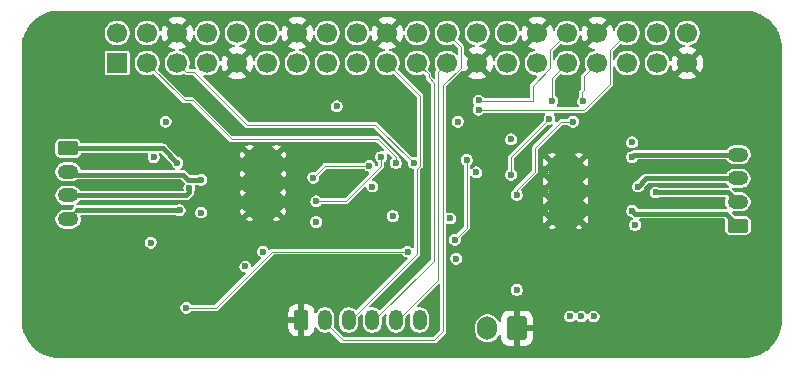
<source format=gbr>
%TF.GenerationSoftware,KiCad,Pcbnew,9.0.7*%
%TF.CreationDate,2026-01-26T17:00:03+01:00*%
%TF.ProjectId,Robot,526f626f-742e-46b6-9963-61645f706362,rev?*%
%TF.SameCoordinates,Original*%
%TF.FileFunction,Copper,L4,Bot*%
%TF.FilePolarity,Positive*%
%FSLAX46Y46*%
G04 Gerber Fmt 4.6, Leading zero omitted, Abs format (unit mm)*
G04 Created by KiCad (PCBNEW 9.0.7) date 2026-01-26 17:00:03*
%MOMM*%
%LPD*%
G01*
G04 APERTURE LIST*
G04 Aperture macros list*
%AMRoundRect*
0 Rectangle with rounded corners*
0 $1 Rounding radius*
0 $2 $3 $4 $5 $6 $7 $8 $9 X,Y pos of 4 corners*
0 Add a 4 corners polygon primitive as box body*
4,1,4,$2,$3,$4,$5,$6,$7,$8,$9,$2,$3,0*
0 Add four circle primitives for the rounded corners*
1,1,$1+$1,$2,$3*
1,1,$1+$1,$4,$5*
1,1,$1+$1,$6,$7*
1,1,$1+$1,$8,$9*
0 Add four rect primitives between the rounded corners*
20,1,$1+$1,$2,$3,$4,$5,0*
20,1,$1+$1,$4,$5,$6,$7,0*
20,1,$1+$1,$6,$7,$8,$9,0*
20,1,$1+$1,$8,$9,$2,$3,0*%
G04 Aperture macros list end*
%TA.AperFunction,ComponentPad*%
%ADD10RoundRect,0.250000X-0.625000X0.350000X-0.625000X-0.350000X0.625000X-0.350000X0.625000X0.350000X0*%
%TD*%
%TA.AperFunction,ComponentPad*%
%ADD11O,1.750000X1.200000*%
%TD*%
%TA.AperFunction,HeatsinkPad*%
%ADD12C,0.600000*%
%TD*%
%TA.AperFunction,HeatsinkPad*%
%ADD13R,2.850000X5.400000*%
%TD*%
%TA.AperFunction,ComponentPad*%
%ADD14C,5.400000*%
%TD*%
%TA.AperFunction,ComponentPad*%
%ADD15RoundRect,0.250000X0.600000X0.750000X-0.600000X0.750000X-0.600000X-0.750000X0.600000X-0.750000X0*%
%TD*%
%TA.AperFunction,ComponentPad*%
%ADD16O,1.700000X2.000000*%
%TD*%
%TA.AperFunction,ComponentPad*%
%ADD17RoundRect,0.250000X-0.350000X-0.625000X0.350000X-0.625000X0.350000X0.625000X-0.350000X0.625000X0*%
%TD*%
%TA.AperFunction,ComponentPad*%
%ADD18O,1.200000X1.750000*%
%TD*%
%TA.AperFunction,ComponentPad*%
%ADD19RoundRect,0.250000X0.625000X-0.350000X0.625000X0.350000X-0.625000X0.350000X-0.625000X-0.350000X0*%
%TD*%
%TA.AperFunction,ComponentPad*%
%ADD20R,1.700000X1.700000*%
%TD*%
%TA.AperFunction,ComponentPad*%
%ADD21C,1.700000*%
%TD*%
%TA.AperFunction,ViaPad*%
%ADD22C,0.600000*%
%TD*%
%TA.AperFunction,Conductor*%
%ADD23C,0.100000*%
%TD*%
%TA.AperFunction,Conductor*%
%ADD24C,0.400000*%
%TD*%
%TA.AperFunction,Conductor*%
%ADD25C,0.200000*%
%TD*%
G04 APERTURE END LIST*
D10*
%TO.P,J4,1,Pin_1*%
%TO.N,Net-(J4-Pin_1)*%
X135250000Y-91250000D03*
D11*
%TO.P,J4,2,Pin_2*%
%TO.N,Net-(J4-Pin_2)*%
X135250000Y-93250000D03*
%TO.P,J4,3,Pin_3*%
%TO.N,Net-(J4-Pin_3)*%
X135250000Y-95250000D03*
%TO.P,J4,4,Pin_4*%
%TO.N,Net-(J4-Pin_4)*%
X135250000Y-97250000D03*
%TD*%
D12*
%TO.P,U1,29,EPAD*%
%TO.N,GND*%
X150625000Y-91800000D03*
X150625000Y-93400000D03*
X150625000Y-95000000D03*
X150625000Y-96600000D03*
D13*
X151750000Y-94200000D03*
D12*
X152875000Y-91800000D03*
X152875000Y-93400000D03*
X152875000Y-95000000D03*
X152875000Y-96600000D03*
%TD*%
D14*
%TO.P,H4,1,1*%
%TO.N,GND*%
X192500000Y-105800000D03*
%TD*%
D15*
%TO.P,J5,1,Pin_1*%
%TO.N,GND*%
X173250000Y-106500000D03*
D16*
%TO.P,J5,2,Pin_2*%
%TO.N,VCC*%
X170750000Y-106500000D03*
%TD*%
D17*
%TO.P,J2,1,Pin_1*%
%TO.N,GND*%
X155000000Y-105800000D03*
D18*
%TO.P,J2,2,Pin_2*%
%TO.N,CS*%
X157000000Y-105800000D03*
%TO.P,J2,3,Pin_3*%
%TO.N,MOSI*%
X159000000Y-105800000D03*
%TO.P,J2,4,Pin_4*%
%TO.N,MISO*%
X161000000Y-105800000D03*
%TO.P,J2,5,Pin_5*%
%TO.N,SCLK*%
X163000000Y-105800000D03*
%TO.P,J2,6,Pin_6*%
%TO.N,+3.3V*%
X165000000Y-105800000D03*
%TD*%
D12*
%TO.P,U2,29,EPAD*%
%TO.N,GND*%
X178500000Y-97275000D03*
X178500000Y-95675000D03*
X178500000Y-94075000D03*
X178500000Y-92475000D03*
D13*
X177375000Y-94875000D03*
D12*
X176250000Y-97275000D03*
X176250000Y-95675000D03*
X176250000Y-94075000D03*
X176250000Y-92475000D03*
%TD*%
D14*
%TO.P,H1,1,1*%
%TO.N,GND*%
X134500000Y-82800000D03*
%TD*%
%TO.P,H2,1,1*%
%TO.N,GND*%
X192500000Y-82800000D03*
%TD*%
%TO.P,H3,1,1*%
%TO.N,GND*%
X134500000Y-105800000D03*
%TD*%
D19*
%TO.P,J3,1,Pin_1*%
%TO.N,Net-(J3-Pin_1)*%
X191950000Y-97800000D03*
D11*
%TO.P,J3,2,Pin_2*%
%TO.N,Net-(J3-Pin_2)*%
X191950000Y-95800000D03*
%TO.P,J3,3,Pin_3*%
%TO.N,Net-(J3-Pin_3)*%
X191950000Y-93800000D03*
%TO.P,J3,4,Pin_4*%
%TO.N,Net-(J3-Pin_4)*%
X191950000Y-91800000D03*
%TD*%
D20*
%TO.P,J1,1,Pin_1*%
%TO.N,+3.3V*%
X139400000Y-84040000D03*
D21*
%TO.P,J1,2,Pin_2*%
%TO.N,unconnected-(J1-Pin_2-Pad2)*%
X139400000Y-81500000D03*
%TO.P,J1,3,Pin_3*%
%TO.N,SDA_3V3*%
X141940000Y-84040000D03*
%TO.P,J1,4,Pin_4*%
%TO.N,unconnected-(J1-Pin_4-Pad4)*%
X141940000Y-81500000D03*
%TO.P,J1,5,Pin_5*%
%TO.N,SCL_3V3*%
X144480000Y-84040000D03*
%TO.P,J1,6,Pin_6*%
%TO.N,GND*%
X144480000Y-81500000D03*
%TO.P,J1,7,Pin_7*%
%TO.N,unconnected-(J1-Pin_7-Pad7)*%
X147020000Y-84040000D03*
%TO.P,J1,8,Pin_8*%
%TO.N,unconnected-(J1-Pin_8-Pad8)*%
X147020000Y-81500000D03*
%TO.P,J1,9,Pin_9*%
%TO.N,GND*%
X149560000Y-84040000D03*
%TO.P,J1,10,Pin_10*%
%TO.N,unconnected-(J1-Pin_10-Pad10)*%
X149560000Y-81500000D03*
%TO.P,J1,11,Pin_11*%
%TO.N,unconnected-(J1-Pin_11-Pad11)*%
X152100000Y-84040000D03*
%TO.P,J1,12,Pin_12*%
%TO.N,unconnected-(J1-Pin_12-Pad12)*%
X152100000Y-81500000D03*
%TO.P,J1,13,Pin_13*%
%TO.N,unconnected-(J1-Pin_13-Pad13)*%
X154640000Y-84040000D03*
%TO.P,J1,14,Pin_14*%
%TO.N,GND*%
X154640000Y-81500000D03*
%TO.P,J1,15,Pin_15*%
%TO.N,unconnected-(J1-Pin_15-Pad15)*%
X157180000Y-84040000D03*
%TO.P,J1,16,Pin_16*%
%TO.N,unconnected-(J1-Pin_16-Pad16)*%
X157180000Y-81500000D03*
%TO.P,J1,17,Pin_17*%
%TO.N,unconnected-(J1-Pin_17-Pad17)*%
X159720000Y-84040000D03*
%TO.P,J1,18,Pin_18*%
%TO.N,unconnected-(J1-Pin_18-Pad18)*%
X159720000Y-81500000D03*
%TO.P,J1,19,Pin_19*%
%TO.N,MOSI*%
X162260000Y-84040000D03*
%TO.P,J1,20,Pin_20*%
%TO.N,GND*%
X162260000Y-81500000D03*
%TO.P,J1,21,Pin_21*%
%TO.N,MISO*%
X164800000Y-84040000D03*
%TO.P,J1,22,Pin_22*%
%TO.N,unconnected-(J1-Pin_22-Pad22)*%
X164800000Y-81500000D03*
%TO.P,J1,23,Pin_23*%
%TO.N,SCLK*%
X167340000Y-84040000D03*
%TO.P,J1,24,Pin_24*%
%TO.N,CS*%
X167340000Y-81500000D03*
%TO.P,J1,25,Pin_25*%
%TO.N,GND*%
X169880000Y-84040000D03*
%TO.P,J1,26,Pin_26*%
%TO.N,unconnected-(J1-Pin_26-Pad26)*%
X169880000Y-81500000D03*
%TO.P,J1,27,Pin_27*%
%TO.N,unconnected-(J1-Pin_27-Pad27)*%
X172420000Y-84040000D03*
%TO.P,J1,28,Pin_28*%
%TO.N,unconnected-(J1-Pin_28-Pad28)*%
X172420000Y-81500000D03*
%TO.P,J1,29,Pin_29*%
%TO.N,unconnected-(J1-Pin_29-Pad29)*%
X174960000Y-84040000D03*
%TO.P,J1,30,Pin_30*%
%TO.N,GND*%
X174960000Y-81500000D03*
%TO.P,J1,31,Pin_31*%
%TO.N,DIR_LEFT*%
X177500000Y-84040000D03*
%TO.P,J1,32,Pin_32*%
%TO.N,STEP_RIGHT*%
X177500000Y-81500000D03*
%TO.P,J1,33,Pin_33*%
%TO.N,STEP_LEFT*%
X180040000Y-84040000D03*
%TO.P,J1,34,Pin_34*%
%TO.N,GND*%
X180040000Y-81500000D03*
%TO.P,J1,35,Pin_35*%
%TO.N,unconnected-(J1-Pin_35-Pad35)*%
X182580000Y-84040000D03*
%TO.P,J1,36,Pin_36*%
%TO.N,DIR_RIGHT*%
X182580000Y-81500000D03*
%TO.P,J1,37,Pin_37*%
%TO.N,unconnected-(J1-Pin_37-Pad37)*%
X185120000Y-84040000D03*
%TO.P,J1,38,Pin_38*%
%TO.N,unconnected-(J1-Pin_38-Pad38)*%
X185120000Y-81500000D03*
%TO.P,J1,39,Pin_39*%
%TO.N,GND*%
X187660000Y-84040000D03*
%TO.P,J1,40,Pin_40*%
%TO.N,unconnected-(J1-Pin_40-Pad40)*%
X187660000Y-81500000D03*
%TD*%
D22*
%TO.N,VCC*%
X178700000Y-105500000D03*
X146500000Y-96700000D03*
X142250000Y-99250000D03*
X142500000Y-92000000D03*
X173250000Y-103250000D03*
X183250000Y-97750000D03*
X150250000Y-101250000D03*
X183000000Y-90750000D03*
X179750000Y-105500000D03*
X143500000Y-89000000D03*
X177750000Y-105500000D03*
%TO.N,GND*%
X174000000Y-86000000D03*
X184300000Y-105500000D03*
X156500000Y-87500000D03*
X140500000Y-92500000D03*
X172000000Y-86500000D03*
X139500000Y-102500000D03*
X145000000Y-102500000D03*
X182000000Y-86000000D03*
X168000000Y-92500000D03*
X184500000Y-86000000D03*
X156000000Y-94600000D03*
X140500000Y-98500000D03*
X171300000Y-93200000D03*
X150400000Y-97800000D03*
X188500000Y-98000000D03*
X187500000Y-90500000D03*
X165600000Y-96700000D03*
%TO.N,+3.3V*%
X168100000Y-100600000D03*
X158000000Y-87700000D03*
X161000000Y-94500000D03*
X156250000Y-97500000D03*
X172750000Y-90500000D03*
X168250000Y-89000000D03*
X151750000Y-100000000D03*
X162750000Y-97000000D03*
X167600000Y-97200000D03*
X169800000Y-93300000D03*
%TO.N,Net-(D2-A)*%
X164000000Y-100000000D03*
X169000000Y-92250000D03*
X145250000Y-104750000D03*
X168000000Y-99000000D03*
%TO.N,SCL_3V3*%
X164500000Y-92500000D03*
%TO.N,DIR_RIGHT*%
X161750000Y-92000000D03*
X170000000Y-88000000D03*
X156250000Y-95750000D03*
%TO.N,SDA_3V3*%
X163000000Y-92500000D03*
%TO.N,STEP_RIGHT*%
X156000000Y-93750000D03*
X170000000Y-87199997D03*
X160750000Y-92750000D03*
%TO.N,STEP_LEFT*%
X178000000Y-89000000D03*
X173250000Y-95200000D03*
X178860545Y-87281636D03*
%TO.N,DIR_LEFT*%
X176250000Y-87250000D03*
X176000000Y-88750000D03*
X172750000Y-93500000D03*
%TO.N,Net-(J3-Pin_2)*%
X185000000Y-95000000D03*
%TO.N,Net-(J3-Pin_4)*%
X183000000Y-92000000D03*
%TO.N,Net-(J3-Pin_3)*%
X183500000Y-94500000D03*
%TO.N,Net-(J3-Pin_1)*%
X183000000Y-96550000D03*
%TO.N,Net-(J4-Pin_3)*%
X145515538Y-94625000D03*
%TO.N,Net-(J4-Pin_4)*%
X144700000Y-96500000D03*
%TO.N,Net-(J4-Pin_1)*%
X144500000Y-92500000D03*
%TO.N,Net-(J4-Pin_2)*%
X146500000Y-93925000D03*
%TD*%
D23*
%TO.N,Net-(D2-A)*%
X147779232Y-104750000D02*
X145250000Y-104750000D01*
X164000000Y-100000000D02*
X152529232Y-100000000D01*
X152529232Y-100000000D02*
X147779232Y-104750000D01*
X169000000Y-92250000D02*
X169000000Y-98000000D01*
X169000000Y-98000000D02*
X168000000Y-99000000D01*
%TO.N,SCL_3V3*%
X145919000Y-84796050D02*
X145236050Y-84796050D01*
X150372950Y-89250000D02*
X161250000Y-89250000D01*
X145236050Y-84796050D02*
X144480000Y-84040000D01*
X145919000Y-84796050D02*
X150372950Y-89250000D01*
X161250000Y-89250000D02*
X164500000Y-92500000D01*
%TO.N,DIR_RIGHT*%
X158750000Y-95750000D02*
X161750000Y-92750000D01*
X181141000Y-85779000D02*
X181141000Y-82939000D01*
X156250000Y-95750000D02*
X158750000Y-95750000D01*
X181141000Y-82939000D02*
X182580000Y-81500000D01*
X178920000Y-88000000D02*
X181141000Y-85779000D01*
X170000000Y-88000000D02*
X178920000Y-88000000D01*
X161750000Y-92750000D02*
X161750000Y-92000000D01*
%TO.N,SDA_3V3*%
X145108525Y-87208525D02*
X141940000Y-84040000D01*
X145791475Y-87208525D02*
X149082950Y-90500000D01*
X163000000Y-92000000D02*
X163000000Y-92500000D01*
X145791475Y-87208525D02*
X145108525Y-87208525D01*
X149082950Y-90500000D02*
X161500000Y-90500000D01*
X161500000Y-90500000D02*
X163000000Y-92000000D01*
%TO.N,SCLK*%
X167000000Y-84680000D02*
X167340000Y-84340000D01*
X163000000Y-106000000D02*
X166600000Y-102400000D01*
X166600000Y-84780000D02*
X167340000Y-84040000D01*
X166600000Y-102400000D02*
X166600000Y-84780000D01*
%TO.N,STEP_RIGHT*%
X176061000Y-82939000D02*
X177500000Y-81500000D01*
X170000000Y-87199997D02*
X170050003Y-87250000D01*
X160750000Y-92750000D02*
X157000000Y-92750000D01*
X157000000Y-92750000D02*
X156000000Y-93750000D01*
X174590000Y-87250000D02*
X174590000Y-85967050D01*
X176061000Y-84496050D02*
X176061000Y-82939000D01*
X170050003Y-87250000D02*
X174590000Y-87250000D01*
X174590000Y-85967050D02*
X176061000Y-84496050D01*
%TO.N,unconnected-(J1-Pin_4-Pad4)*%
X141940000Y-81800000D02*
X142550000Y-81800000D01*
%TO.N,MISO*%
X165760000Y-85000000D02*
X164800000Y-84040000D01*
X161000000Y-106000000D02*
X166200000Y-100800000D01*
X165760000Y-85260000D02*
X165760000Y-85000000D01*
X166200000Y-85700000D02*
X165760000Y-85260000D01*
X166200000Y-100800000D02*
X166200000Y-85700000D01*
%TO.N,MOSI*%
X165051000Y-92728232D02*
X164800000Y-92979232D01*
X164800000Y-92979232D02*
X164800000Y-100200000D01*
X164800000Y-100200000D02*
X159000000Y-106000000D01*
X162260000Y-84040000D02*
X165051000Y-86831000D01*
X165051000Y-86831000D02*
X165051000Y-92728232D01*
%TO.N,STEP_LEFT*%
X178721091Y-87142182D02*
X178721091Y-86528909D01*
X178860545Y-87281636D02*
X178721091Y-87142182D01*
X173250000Y-95200000D02*
X173250000Y-94750000D01*
X174750000Y-91250000D02*
X177000000Y-89000000D01*
X177000000Y-89000000D02*
X178000000Y-89000000D01*
X178939000Y-86311000D02*
X178939000Y-85141000D01*
X173250000Y-94750000D02*
X174750000Y-93250000D01*
X174750000Y-93250000D02*
X174750000Y-91250000D01*
X178721091Y-86528909D02*
X178939000Y-86311000D01*
X178939000Y-85141000D02*
X180040000Y-84040000D01*
%TO.N,DIR_LEFT*%
X172750000Y-93500000D02*
X172750000Y-92000000D01*
X176250000Y-87250000D02*
X176250000Y-85290000D01*
X176250000Y-85290000D02*
X177500000Y-84040000D01*
X172750000Y-92000000D02*
X176000000Y-88750000D01*
%TO.N,CS*%
X167000000Y-101051000D02*
X167017232Y-101051000D01*
X168500000Y-82660000D02*
X167340000Y-81500000D01*
X167000000Y-85937050D02*
X168500000Y-84437050D01*
X167017232Y-101051000D02*
X167000000Y-101033768D01*
X167000000Y-101033768D02*
X167000000Y-100000000D01*
X167000000Y-106750000D02*
X167000000Y-101051000D01*
X167017232Y-99949000D02*
X167000000Y-99949000D01*
X158500000Y-107500000D02*
X166250000Y-107500000D01*
X166250000Y-107500000D02*
X167000000Y-106750000D01*
X168500000Y-84437050D02*
X168500000Y-82660000D01*
X167000000Y-100000000D02*
X167000000Y-85937050D01*
X157000000Y-106000000D02*
X158500000Y-107500000D01*
X167000000Y-100000000D02*
X167000000Y-99966232D01*
X167000000Y-99966232D02*
X167017232Y-99949000D01*
D24*
%TO.N,Net-(J3-Pin_2)*%
X191150000Y-95000000D02*
X191950000Y-95800000D01*
X185000000Y-95000000D02*
X191150000Y-95000000D01*
%TO.N,Net-(J3-Pin_4)*%
X183000000Y-92000000D02*
X183200000Y-91800000D01*
X183200000Y-91800000D02*
X191950000Y-91800000D01*
%TO.N,Net-(J3-Pin_3)*%
X184200000Y-93800000D02*
X191950000Y-93800000D01*
X183500000Y-94500000D02*
X184200000Y-93800000D01*
%TO.N,Net-(J3-Pin_1)*%
X190950000Y-96800000D02*
X191950000Y-97800000D01*
X183000000Y-96550000D02*
X183250000Y-96800000D01*
X183250000Y-96800000D02*
X190950000Y-96800000D01*
%TO.N,Net-(J4-Pin_3)*%
X145250000Y-95250000D02*
X135250000Y-95250000D01*
X145515538Y-94625000D02*
X145515538Y-94984462D01*
X145515538Y-94984462D02*
X145250000Y-95250000D01*
%TO.N,Net-(J4-Pin_4)*%
X144700000Y-96500000D02*
X136000000Y-96500000D01*
D25*
X135250000Y-97250000D02*
X136000000Y-96500000D01*
D24*
%TO.N,Net-(J4-Pin_1)*%
X144500000Y-92500000D02*
X143250000Y-91250000D01*
X143250000Y-91250000D02*
X135250000Y-91250000D01*
%TO.N,Net-(J4-Pin_2)*%
X146500000Y-93925000D02*
X145425000Y-93925000D01*
D25*
X135500000Y-93500000D02*
X135250000Y-93250000D01*
D24*
X145425000Y-93925000D02*
X145000000Y-93500000D01*
X145000000Y-93500000D02*
X135500000Y-93500000D01*
%TD*%
%TA.AperFunction,Conductor*%
%TO.N,GND*%
G36*
X179574075Y-81692993D02*
G01*
X179639901Y-81807007D01*
X179732993Y-81900099D01*
X179847007Y-81965925D01*
X179910590Y-81982962D01*
X179278282Y-82615269D01*
X179278282Y-82615270D01*
X179332440Y-82654619D01*
X179332446Y-82654623D01*
X179521784Y-82751095D01*
X179723878Y-82816759D01*
X179778176Y-82825359D01*
X179832692Y-82853136D01*
X179860470Y-82907653D01*
X179850899Y-82968085D01*
X179807634Y-83011350D01*
X179782003Y-83020238D01*
X179733581Y-83029869D01*
X179542402Y-83109058D01*
X179370348Y-83224020D01*
X179224020Y-83370348D01*
X179109058Y-83542402D01*
X179029869Y-83733581D01*
X178989500Y-83936532D01*
X178989500Y-83936535D01*
X178989500Y-84143465D01*
X179029869Y-84346417D01*
X179029870Y-84346419D01*
X179029870Y-84346421D01*
X179106906Y-84532403D01*
X179111707Y-84593399D01*
X179085446Y-84640291D01*
X178797103Y-84928635D01*
X178726635Y-84999103D01*
X178688500Y-85091171D01*
X178688500Y-86166231D01*
X178669593Y-86224422D01*
X178659505Y-86236233D01*
X178579194Y-86316544D01*
X178579194Y-86316545D01*
X178579193Y-86316544D01*
X178508726Y-86387012D01*
X178470591Y-86479080D01*
X178470591Y-86929528D01*
X178457327Y-86979028D01*
X178394154Y-87088445D01*
X178388179Y-87110744D01*
X178360045Y-87215744D01*
X178360045Y-87347528D01*
X178371933Y-87391894D01*
X178394154Y-87474826D01*
X178460044Y-87588950D01*
X178461028Y-87590232D01*
X178461414Y-87591323D01*
X178463289Y-87594570D01*
X178462687Y-87594917D01*
X178481453Y-87647908D01*
X178464076Y-87706574D01*
X178415535Y-87743821D01*
X178382487Y-87749500D01*
X176697321Y-87749500D01*
X176639130Y-87730593D01*
X176603166Y-87681093D01*
X176603166Y-87619907D01*
X176627315Y-87580498D01*
X176650500Y-87557314D01*
X176650503Y-87557309D01*
X176716390Y-87443190D01*
X176716390Y-87443188D01*
X176716392Y-87443186D01*
X176750500Y-87315892D01*
X176750500Y-87184108D01*
X176716392Y-87056814D01*
X176716390Y-87056811D01*
X176716390Y-87056809D01*
X176650503Y-86942690D01*
X176650501Y-86942688D01*
X176650500Y-86942686D01*
X176557314Y-86849500D01*
X176557311Y-86849498D01*
X176549997Y-86845275D01*
X176509058Y-86799804D01*
X176500500Y-86759540D01*
X176500500Y-85434768D01*
X176519407Y-85376577D01*
X176529496Y-85364765D01*
X176899707Y-84994553D01*
X176954224Y-84966775D01*
X177007594Y-84973091D01*
X177193580Y-85050130D01*
X177396535Y-85090500D01*
X177396536Y-85090500D01*
X177603464Y-85090500D01*
X177603465Y-85090500D01*
X177806420Y-85050130D01*
X177997598Y-84970941D01*
X178169655Y-84855977D01*
X178315977Y-84709655D01*
X178430941Y-84537598D01*
X178510130Y-84346420D01*
X178550500Y-84143465D01*
X178550500Y-83936535D01*
X178510130Y-83733580D01*
X178430941Y-83542402D01*
X178315977Y-83370345D01*
X178169655Y-83224023D01*
X178089182Y-83170253D01*
X177997597Y-83109058D01*
X177806418Y-83029869D01*
X177603467Y-82989500D01*
X177603465Y-82989500D01*
X177396535Y-82989500D01*
X177396532Y-82989500D01*
X177193581Y-83029869D01*
X177002402Y-83109058D01*
X176830348Y-83224020D01*
X176684020Y-83370348D01*
X176569058Y-83542402D01*
X176501964Y-83704383D01*
X176462227Y-83750908D01*
X176402732Y-83765192D01*
X176346205Y-83741777D01*
X176314235Y-83689608D01*
X176311500Y-83666497D01*
X176311500Y-83083768D01*
X176330407Y-83025577D01*
X176340490Y-83013770D01*
X176899709Y-82454550D01*
X176954224Y-82426775D01*
X177007594Y-82433091D01*
X177193580Y-82510130D01*
X177396535Y-82550500D01*
X177396536Y-82550500D01*
X177603464Y-82550500D01*
X177603465Y-82550500D01*
X177806420Y-82510130D01*
X177997598Y-82430941D01*
X178169655Y-82315977D01*
X178315977Y-82169655D01*
X178430941Y-81997598D01*
X178510130Y-81806420D01*
X178519762Y-81757996D01*
X178549656Y-81704613D01*
X178605221Y-81678996D01*
X178665231Y-81690932D01*
X178706764Y-81735861D01*
X178714640Y-81761822D01*
X178723241Y-81816122D01*
X178788904Y-82018215D01*
X178885376Y-82207553D01*
X178885380Y-82207559D01*
X178924728Y-82261716D01*
X178924729Y-82261716D01*
X179557037Y-81629407D01*
X179574075Y-81692993D01*
G37*
%TD.AperFunction*%
%TA.AperFunction,Conductor*%
G36*
X192502595Y-79600636D02*
G01*
X192829261Y-79617755D01*
X192839556Y-79618837D01*
X193160095Y-79669606D01*
X193170208Y-79671755D01*
X193399426Y-79733174D01*
X193483687Y-79755752D01*
X193493542Y-79758954D01*
X193606459Y-79802298D01*
X193796519Y-79875255D01*
X193805968Y-79879462D01*
X194095140Y-80026803D01*
X194104100Y-80031977D01*
X194376271Y-80208726D01*
X194384643Y-80214809D01*
X194545880Y-80345376D01*
X194636845Y-80419038D01*
X194644546Y-80425971D01*
X194874028Y-80655453D01*
X194880961Y-80663154D01*
X194941734Y-80738203D01*
X195027242Y-80843796D01*
X195085186Y-80915350D01*
X195091275Y-80923732D01*
X195266517Y-81193581D01*
X195268018Y-81195892D01*
X195273199Y-81204865D01*
X195305181Y-81267633D01*
X195420533Y-81494022D01*
X195424748Y-81503489D01*
X195541045Y-81806457D01*
X195544247Y-81816312D01*
X195628241Y-82129779D01*
X195630395Y-82139915D01*
X195681161Y-82460438D01*
X195682244Y-82470744D01*
X195695378Y-82721350D01*
X195698918Y-82788904D01*
X195699364Y-82797404D01*
X195699500Y-82802585D01*
X195699500Y-105797414D01*
X195699364Y-105802595D01*
X195682244Y-106129255D01*
X195681161Y-106139561D01*
X195630395Y-106460084D01*
X195628241Y-106470220D01*
X195544247Y-106783687D01*
X195541045Y-106793542D01*
X195424748Y-107096510D01*
X195420533Y-107105977D01*
X195273200Y-107395133D01*
X195268018Y-107404107D01*
X195091277Y-107676265D01*
X195085186Y-107684649D01*
X194880961Y-107936845D01*
X194874028Y-107944546D01*
X194644546Y-108174028D01*
X194636845Y-108180961D01*
X194384649Y-108385186D01*
X194376265Y-108391277D01*
X194104107Y-108568018D01*
X194095133Y-108573200D01*
X193805977Y-108720533D01*
X193796510Y-108724748D01*
X193493542Y-108841045D01*
X193483687Y-108844247D01*
X193170220Y-108928241D01*
X193160084Y-108930395D01*
X192839561Y-108981161D01*
X192829255Y-108982244D01*
X192502595Y-108999364D01*
X192497414Y-108999500D01*
X134502586Y-108999500D01*
X134497405Y-108999364D01*
X134170744Y-108982244D01*
X134160438Y-108981161D01*
X133839915Y-108930395D01*
X133829779Y-108928241D01*
X133516312Y-108844247D01*
X133506457Y-108841045D01*
X133203489Y-108724748D01*
X133194022Y-108720533D01*
X132904866Y-108573200D01*
X132895892Y-108568018D01*
X132623734Y-108391277D01*
X132615350Y-108385186D01*
X132363154Y-108180961D01*
X132355453Y-108174028D01*
X132125971Y-107944546D01*
X132119038Y-107936845D01*
X131914809Y-107684643D01*
X131908722Y-107676265D01*
X131846818Y-107580941D01*
X131731977Y-107404100D01*
X131726803Y-107395140D01*
X131579462Y-107105968D01*
X131575255Y-107096519D01*
X131490414Y-106875499D01*
X131458954Y-106793542D01*
X131455752Y-106783687D01*
X131418923Y-106646239D01*
X131371755Y-106470208D01*
X131369606Y-106460095D01*
X131318837Y-106139556D01*
X131317755Y-106129255D01*
X131311724Y-106014174D01*
X131311007Y-106000500D01*
X131300636Y-105802595D01*
X131300500Y-105797414D01*
X131300500Y-99184108D01*
X141749500Y-99184108D01*
X141749500Y-99315892D01*
X141772171Y-99400503D01*
X141783609Y-99443190D01*
X141849496Y-99557309D01*
X141849498Y-99557311D01*
X141849500Y-99557314D01*
X141942686Y-99650500D01*
X141942688Y-99650501D01*
X141942690Y-99650503D01*
X142056810Y-99716390D01*
X142056808Y-99716390D01*
X142056812Y-99716391D01*
X142056814Y-99716392D01*
X142184108Y-99750500D01*
X142184110Y-99750500D01*
X142315890Y-99750500D01*
X142315892Y-99750500D01*
X142443186Y-99716392D01*
X142443188Y-99716390D01*
X142443190Y-99716390D01*
X142557309Y-99650503D01*
X142557309Y-99650502D01*
X142557314Y-99650500D01*
X142650500Y-99557314D01*
X142716392Y-99443186D01*
X142750500Y-99315892D01*
X142750500Y-99184108D01*
X142716392Y-99056814D01*
X142716390Y-99056811D01*
X142716390Y-99056809D01*
X142650503Y-98942690D01*
X142650501Y-98942688D01*
X142650500Y-98942686D01*
X142557314Y-98849500D01*
X142557311Y-98849498D01*
X142557309Y-98849496D01*
X142443189Y-98783609D01*
X142443191Y-98783609D01*
X142393799Y-98770375D01*
X142315892Y-98749500D01*
X142184108Y-98749500D01*
X142106200Y-98770375D01*
X142056809Y-98783609D01*
X141942690Y-98849496D01*
X141849496Y-98942690D01*
X141783609Y-99056809D01*
X141764539Y-99127978D01*
X141749500Y-99184108D01*
X131300500Y-99184108D01*
X131300500Y-90845725D01*
X134174500Y-90845725D01*
X134174500Y-91654274D01*
X134177353Y-91684694D01*
X134177355Y-91684703D01*
X134222207Y-91812883D01*
X134302845Y-91922144D01*
X134302847Y-91922146D01*
X134302850Y-91922150D01*
X134302853Y-91922152D01*
X134302855Y-91922154D01*
X134412116Y-92002792D01*
X134412117Y-92002792D01*
X134412118Y-92002793D01*
X134540301Y-92047646D01*
X134570725Y-92050499D01*
X134570727Y-92050500D01*
X134570734Y-92050500D01*
X135929273Y-92050500D01*
X135929273Y-92050499D01*
X135959699Y-92047646D01*
X136087882Y-92002793D01*
X136197150Y-91922150D01*
X136277793Y-91812882D01*
X136305939Y-91732445D01*
X136311413Y-91716802D01*
X136348478Y-91668122D01*
X136404857Y-91650500D01*
X141952383Y-91650500D01*
X142010574Y-91669407D01*
X142046538Y-91718907D01*
X142046538Y-91780093D01*
X142038118Y-91799002D01*
X142033609Y-91806810D01*
X142033608Y-91806814D01*
X141999500Y-91934108D01*
X141999500Y-92065892D01*
X142025330Y-92162292D01*
X142033609Y-92193190D01*
X142099496Y-92307309D01*
X142099498Y-92307311D01*
X142099500Y-92307314D01*
X142192686Y-92400500D01*
X142192688Y-92400501D01*
X142192690Y-92400503D01*
X142306810Y-92466390D01*
X142306808Y-92466390D01*
X142306812Y-92466391D01*
X142306814Y-92466392D01*
X142434108Y-92500500D01*
X142434110Y-92500500D01*
X142565890Y-92500500D01*
X142565892Y-92500500D01*
X142693186Y-92466392D01*
X142693188Y-92466390D01*
X142693190Y-92466390D01*
X142807309Y-92400503D01*
X142807309Y-92400502D01*
X142807314Y-92400500D01*
X142900500Y-92307314D01*
X142938414Y-92241645D01*
X142966390Y-92193190D01*
X142966390Y-92193188D01*
X142966392Y-92193186D01*
X143000500Y-92065892D01*
X143000500Y-91934108D01*
X142966392Y-91806814D01*
X142966391Y-91806812D01*
X142966390Y-91806808D01*
X142963908Y-91800816D01*
X142965985Y-91799955D01*
X142955330Y-91749851D01*
X142980212Y-91693953D01*
X143033197Y-91663355D01*
X143094048Y-91669745D01*
X143123793Y-91690186D01*
X143980743Y-92547136D01*
X144006366Y-92591517D01*
X144033609Y-92693190D01*
X144099496Y-92807309D01*
X144099498Y-92807311D01*
X144099500Y-92807314D01*
X144192686Y-92900500D01*
X144217391Y-92914763D01*
X144258332Y-92960233D01*
X144264728Y-93021083D01*
X144234135Y-93074071D01*
X144178240Y-93098958D01*
X144167891Y-93099500D01*
X136392493Y-93099500D01*
X136334302Y-93080593D01*
X136298338Y-93031093D01*
X136295396Y-93019818D01*
X136294737Y-93016503D01*
X136246689Y-92900503D01*
X136234396Y-92870825D01*
X136234390Y-92870814D01*
X136191960Y-92807314D01*
X136146789Y-92739711D01*
X136035289Y-92628211D01*
X135947777Y-92569737D01*
X135904185Y-92540609D01*
X135904174Y-92540603D01*
X135758497Y-92480263D01*
X135603844Y-92449500D01*
X135603842Y-92449500D01*
X134896158Y-92449500D01*
X134896155Y-92449500D01*
X134741503Y-92480263D01*
X134741501Y-92480263D01*
X134595825Y-92540603D01*
X134595814Y-92540609D01*
X134464711Y-92628211D01*
X134464707Y-92628214D01*
X134353214Y-92739707D01*
X134353211Y-92739711D01*
X134265609Y-92870814D01*
X134265603Y-92870825D01*
X134205263Y-93016501D01*
X134205263Y-93016503D01*
X134174500Y-93171155D01*
X134174500Y-93328844D01*
X134187338Y-93393381D01*
X134200312Y-93458609D01*
X134205263Y-93483496D01*
X134205263Y-93483498D01*
X134265603Y-93629174D01*
X134265609Y-93629185D01*
X134308374Y-93693186D01*
X134353211Y-93760289D01*
X134464711Y-93871789D01*
X134532651Y-93917185D01*
X134595814Y-93959390D01*
X134595825Y-93959396D01*
X134647362Y-93980743D01*
X134741503Y-94019737D01*
X134896158Y-94050500D01*
X134896159Y-94050500D01*
X135603841Y-94050500D01*
X135603842Y-94050500D01*
X135758497Y-94019737D01*
X135904179Y-93959394D01*
X135967349Y-93917184D01*
X136022351Y-93900500D01*
X144793100Y-93900500D01*
X144851291Y-93919407D01*
X144863103Y-93929496D01*
X144984107Y-94050499D01*
X145104518Y-94170910D01*
X145104520Y-94170913D01*
X145113163Y-94179556D01*
X145113164Y-94179557D01*
X145117231Y-94187540D01*
X145140939Y-94234071D01*
X145140938Y-94234072D01*
X145140940Y-94234075D01*
X145135726Y-94266980D01*
X145131368Y-94294503D01*
X145131366Y-94294505D01*
X145131366Y-94294507D01*
X145131362Y-94294510D01*
X145118526Y-94312180D01*
X145118989Y-94312536D01*
X145115038Y-94317684D01*
X145049147Y-94431809D01*
X145049146Y-94431814D01*
X145015038Y-94559108D01*
X145015038Y-94690892D01*
X145024144Y-94724879D01*
X145020943Y-94785978D01*
X144982438Y-94833528D01*
X144928518Y-94849500D01*
X136273064Y-94849500D01*
X136214873Y-94830593D01*
X136190749Y-94805502D01*
X136146789Y-94739711D01*
X136035289Y-94628211D01*
X135947777Y-94569737D01*
X135904185Y-94540609D01*
X135904174Y-94540603D01*
X135758497Y-94480263D01*
X135603844Y-94449500D01*
X135603842Y-94449500D01*
X134896158Y-94449500D01*
X134896155Y-94449500D01*
X134741503Y-94480263D01*
X134741501Y-94480263D01*
X134595825Y-94540603D01*
X134595814Y-94540609D01*
X134464711Y-94628211D01*
X134464707Y-94628214D01*
X134353214Y-94739707D01*
X134353211Y-94739711D01*
X134265609Y-94870814D01*
X134265603Y-94870825D01*
X134205263Y-95016501D01*
X134205263Y-95016503D01*
X134174500Y-95171155D01*
X134174500Y-95328844D01*
X134187299Y-95393186D01*
X134204685Y-95480593D01*
X134205263Y-95483496D01*
X134205263Y-95483498D01*
X134265603Y-95629174D01*
X134265609Y-95629185D01*
X134296222Y-95674999D01*
X134353211Y-95760289D01*
X134464711Y-95871789D01*
X134537473Y-95920407D01*
X134595814Y-95959390D01*
X134595825Y-95959396D01*
X134649638Y-95981685D01*
X134741503Y-96019737D01*
X134896158Y-96050500D01*
X134896159Y-96050500D01*
X135603841Y-96050500D01*
X135603842Y-96050500D01*
X135603843Y-96050499D01*
X135603850Y-96050499D01*
X135632358Y-96044828D01*
X135693120Y-96052018D01*
X135738050Y-96093550D01*
X135749988Y-96153559D01*
X135724373Y-96209125D01*
X135721678Y-96211928D01*
X135679519Y-96254087D01*
X135626794Y-96345409D01*
X135626794Y-96345410D01*
X135626793Y-96345412D01*
X135626793Y-96345413D01*
X135618563Y-96376124D01*
X135585241Y-96427437D01*
X135528120Y-96449364D01*
X135522938Y-96449500D01*
X134896155Y-96449500D01*
X134741503Y-96480263D01*
X134741501Y-96480263D01*
X134595825Y-96540603D01*
X134595814Y-96540609D01*
X134464711Y-96628211D01*
X134464707Y-96628214D01*
X134353214Y-96739707D01*
X134353211Y-96739711D01*
X134265609Y-96870814D01*
X134265603Y-96870825D01*
X134205263Y-97016501D01*
X134205263Y-97016503D01*
X134174500Y-97171155D01*
X134174500Y-97328844D01*
X134205263Y-97483496D01*
X134205263Y-97483498D01*
X134265603Y-97629174D01*
X134265609Y-97629185D01*
X134302308Y-97684108D01*
X134353211Y-97760289D01*
X134464711Y-97871789D01*
X134527019Y-97913422D01*
X134595814Y-97959390D01*
X134595825Y-97959396D01*
X134649638Y-97981685D01*
X134741503Y-98019737D01*
X134896158Y-98050500D01*
X134896159Y-98050500D01*
X135603841Y-98050500D01*
X135603842Y-98050500D01*
X135758497Y-98019737D01*
X135904179Y-97959394D01*
X136035289Y-97871789D01*
X136146789Y-97760289D01*
X136234394Y-97629179D01*
X136294737Y-97483497D01*
X136304561Y-97434108D01*
X155749500Y-97434108D01*
X155749500Y-97565892D01*
X155772964Y-97653462D01*
X155783609Y-97693190D01*
X155849496Y-97807309D01*
X155849498Y-97807311D01*
X155849500Y-97807314D01*
X155942686Y-97900500D01*
X155942688Y-97900501D01*
X155942690Y-97900503D01*
X156056810Y-97966390D01*
X156056808Y-97966390D01*
X156056812Y-97966391D01*
X156056814Y-97966392D01*
X156184108Y-98000500D01*
X156184110Y-98000500D01*
X156315890Y-98000500D01*
X156315892Y-98000500D01*
X156443186Y-97966392D01*
X156443188Y-97966390D01*
X156443190Y-97966390D01*
X156557309Y-97900503D01*
X156557309Y-97900502D01*
X156557314Y-97900500D01*
X156650500Y-97807314D01*
X156684966Y-97747617D01*
X156716390Y-97693190D01*
X156716390Y-97693188D01*
X156716392Y-97693186D01*
X156750500Y-97565892D01*
X156750500Y-97434108D01*
X156716392Y-97306814D01*
X156716390Y-97306811D01*
X156716390Y-97306809D01*
X156650503Y-97192690D01*
X156650501Y-97192688D01*
X156650500Y-97192686D01*
X156557314Y-97099500D01*
X156557311Y-97099498D01*
X156557309Y-97099496D01*
X156443189Y-97033609D01*
X156443191Y-97033609D01*
X156428722Y-97029732D01*
X156315892Y-96999500D01*
X156184108Y-96999500D01*
X156106200Y-97020375D01*
X156056809Y-97033609D01*
X155942690Y-97099496D01*
X155849496Y-97192690D01*
X155783609Y-97306809D01*
X155766877Y-97369255D01*
X155749500Y-97434108D01*
X136304561Y-97434108D01*
X136325500Y-97328842D01*
X136325500Y-97315845D01*
X150262706Y-97315845D01*
X150391645Y-97369255D01*
X150391651Y-97369257D01*
X150546204Y-97399999D01*
X150546208Y-97400000D01*
X150703792Y-97400000D01*
X150703795Y-97399999D01*
X150858348Y-97369257D01*
X150858354Y-97369255D01*
X150987292Y-97315846D01*
X150987291Y-97315845D01*
X152512706Y-97315845D01*
X152641645Y-97369255D01*
X152641651Y-97369257D01*
X152796204Y-97399999D01*
X152796208Y-97400000D01*
X152953792Y-97400000D01*
X152953795Y-97399999D01*
X153108348Y-97369257D01*
X153108354Y-97369255D01*
X153188264Y-97336155D01*
X153237292Y-97315846D01*
X152874999Y-96953553D01*
X152512706Y-97315845D01*
X150987291Y-97315845D01*
X150624999Y-96953553D01*
X150262706Y-97315845D01*
X136325500Y-97315845D01*
X136325500Y-97171158D01*
X136301499Y-97050499D01*
X136295197Y-97018814D01*
X136302389Y-96958053D01*
X136343921Y-96913123D01*
X136392295Y-96900500D01*
X144366160Y-96900500D01*
X144415658Y-96913763D01*
X144506814Y-96966392D01*
X144634108Y-97000500D01*
X144634110Y-97000500D01*
X144765890Y-97000500D01*
X144765892Y-97000500D01*
X144893186Y-96966392D01*
X144893188Y-96966390D01*
X144893190Y-96966390D01*
X145007309Y-96900503D01*
X145007309Y-96900502D01*
X145007314Y-96900500D01*
X145100500Y-96807314D01*
X145100792Y-96806809D01*
X145166390Y-96693190D01*
X145166390Y-96693188D01*
X145166392Y-96693186D01*
X145182222Y-96634108D01*
X145999500Y-96634108D01*
X145999500Y-96765892D01*
X146027615Y-96870821D01*
X146033609Y-96893190D01*
X146099496Y-97007309D01*
X146099498Y-97007311D01*
X146099500Y-97007314D01*
X146192686Y-97100500D01*
X146192688Y-97100501D01*
X146192690Y-97100503D01*
X146306810Y-97166390D01*
X146306808Y-97166390D01*
X146306812Y-97166391D01*
X146306814Y-97166392D01*
X146434108Y-97200500D01*
X146434110Y-97200500D01*
X146565890Y-97200500D01*
X146565892Y-97200500D01*
X146693186Y-97166392D01*
X146693188Y-97166390D01*
X146693190Y-97166390D01*
X146807309Y-97100503D01*
X146807309Y-97100502D01*
X146807314Y-97100500D01*
X146900500Y-97007314D01*
X146904434Y-97000500D01*
X146966390Y-96893190D01*
X146966390Y-96893188D01*
X146966392Y-96893186D01*
X147000500Y-96765892D01*
X147000500Y-96634108D01*
X146975811Y-96541966D01*
X146975811Y-96541964D01*
X146970248Y-96521204D01*
X149825000Y-96521204D01*
X149825000Y-96678795D01*
X149855742Y-96833349D01*
X149909152Y-96962292D01*
X150271446Y-96599999D01*
X150241610Y-96570163D01*
X150475000Y-96570163D01*
X150475000Y-96629837D01*
X150497836Y-96684968D01*
X150540032Y-96727164D01*
X150595163Y-96750000D01*
X150654837Y-96750000D01*
X150709968Y-96727164D01*
X150752164Y-96684968D01*
X150775000Y-96629837D01*
X150775000Y-96599999D01*
X150978553Y-96599999D01*
X151340846Y-96962292D01*
X151394255Y-96833354D01*
X151394257Y-96833348D01*
X151424999Y-96678795D01*
X151425000Y-96678792D01*
X151425000Y-96521207D01*
X151424999Y-96521204D01*
X152075000Y-96521204D01*
X152075000Y-96678795D01*
X152105742Y-96833349D01*
X152159152Y-96962292D01*
X152521446Y-96599999D01*
X152491610Y-96570163D01*
X152725000Y-96570163D01*
X152725000Y-96629837D01*
X152747836Y-96684968D01*
X152790032Y-96727164D01*
X152845163Y-96750000D01*
X152904837Y-96750000D01*
X152959968Y-96727164D01*
X153002164Y-96684968D01*
X153025000Y-96629837D01*
X153025000Y-96599999D01*
X153228553Y-96599999D01*
X153590846Y-96962292D01*
X153602520Y-96934108D01*
X162249500Y-96934108D01*
X162249500Y-97065892D01*
X162266103Y-97127855D01*
X162283609Y-97193190D01*
X162349496Y-97307309D01*
X162349498Y-97307311D01*
X162349500Y-97307314D01*
X162442686Y-97400500D01*
X162442688Y-97400501D01*
X162442690Y-97400503D01*
X162556810Y-97466390D01*
X162556808Y-97466390D01*
X162556812Y-97466391D01*
X162556814Y-97466392D01*
X162684108Y-97500500D01*
X162684110Y-97500500D01*
X162815890Y-97500500D01*
X162815892Y-97500500D01*
X162943186Y-97466392D01*
X162943188Y-97466390D01*
X162943190Y-97466390D01*
X163057309Y-97400503D01*
X163057309Y-97400502D01*
X163057314Y-97400500D01*
X163150500Y-97307314D01*
X163170926Y-97271935D01*
X163216390Y-97193190D01*
X163216390Y-97193188D01*
X163216392Y-97193186D01*
X163250500Y-97065892D01*
X163250500Y-96934108D01*
X163216392Y-96806814D01*
X163216390Y-96806811D01*
X163216390Y-96806809D01*
X163150503Y-96692690D01*
X163150501Y-96692688D01*
X163150500Y-96692686D01*
X163057314Y-96599500D01*
X163057311Y-96599498D01*
X163057309Y-96599496D01*
X162943189Y-96533609D01*
X162943191Y-96533609D01*
X162880304Y-96516759D01*
X162815892Y-96499500D01*
X162684108Y-96499500D01*
X162619696Y-96516759D01*
X162556809Y-96533609D01*
X162442690Y-96599496D01*
X162349496Y-96692690D01*
X162283609Y-96806809D01*
X162274264Y-96841686D01*
X162249500Y-96934108D01*
X153602520Y-96934108D01*
X153644255Y-96833354D01*
X153644257Y-96833348D01*
X153674999Y-96678795D01*
X153675000Y-96678792D01*
X153675000Y-96521207D01*
X153674999Y-96521204D01*
X153644257Y-96366651D01*
X153644255Y-96366645D01*
X153590845Y-96237706D01*
X153228553Y-96599999D01*
X153025000Y-96599999D01*
X153025000Y-96570163D01*
X153002164Y-96515032D01*
X152959968Y-96472836D01*
X152904837Y-96450000D01*
X152845163Y-96450000D01*
X152790032Y-96472836D01*
X152747836Y-96515032D01*
X152725000Y-96570163D01*
X152491610Y-96570163D01*
X152159153Y-96237706D01*
X152159152Y-96237706D01*
X152105743Y-96366647D01*
X152105743Y-96366649D01*
X152075000Y-96521204D01*
X151424999Y-96521204D01*
X151394257Y-96366651D01*
X151394255Y-96366645D01*
X151340845Y-96237706D01*
X150978553Y-96599999D01*
X150775000Y-96599999D01*
X150775000Y-96570163D01*
X150752164Y-96515032D01*
X150709968Y-96472836D01*
X150654837Y-96450000D01*
X150595163Y-96450000D01*
X150540032Y-96472836D01*
X150497836Y-96515032D01*
X150475000Y-96570163D01*
X150241610Y-96570163D01*
X149909153Y-96237706D01*
X149909152Y-96237706D01*
X149855743Y-96366647D01*
X149855743Y-96366649D01*
X149825000Y-96521204D01*
X146970248Y-96521204D01*
X146966392Y-96506814D01*
X146966390Y-96506810D01*
X146900503Y-96392690D01*
X146900501Y-96392688D01*
X146900500Y-96392686D01*
X146807314Y-96299500D01*
X146807311Y-96299498D01*
X146807309Y-96299496D01*
X146693189Y-96233609D01*
X146693191Y-96233609D01*
X146612274Y-96211928D01*
X146565892Y-96199500D01*
X146434108Y-96199500D01*
X146387726Y-96211928D01*
X146306809Y-96233609D01*
X146192690Y-96299496D01*
X146099496Y-96392690D01*
X146033609Y-96506809D01*
X146017778Y-96565892D01*
X145999500Y-96634108D01*
X145182222Y-96634108D01*
X145200500Y-96565892D01*
X145200500Y-96434108D01*
X145166392Y-96306814D01*
X145166390Y-96306811D01*
X145166390Y-96306809D01*
X145100503Y-96192690D01*
X145100501Y-96192688D01*
X145100500Y-96192686D01*
X145007314Y-96099500D01*
X145007311Y-96099498D01*
X145007309Y-96099496D01*
X144893189Y-96033609D01*
X144893191Y-96033609D01*
X144841414Y-96019736D01*
X144765892Y-95999500D01*
X144634108Y-95999500D01*
X144506814Y-96033608D01*
X144506813Y-96033608D01*
X144506811Y-96033609D01*
X144465754Y-96057314D01*
X144415658Y-96086236D01*
X144366160Y-96099500D01*
X136020855Y-96099500D01*
X135962664Y-96080593D01*
X135926700Y-96031093D01*
X135926700Y-95969907D01*
X135962664Y-95920407D01*
X135965853Y-95918185D01*
X135976310Y-95911197D01*
X136016785Y-95884153D01*
X150262706Y-95884153D01*
X150624999Y-96246445D01*
X150987292Y-95884152D01*
X150985432Y-95874800D01*
X150958416Y-95851726D01*
X150944132Y-95792232D01*
X150952361Y-95759789D01*
X150971891Y-95715846D01*
X152512705Y-95715846D01*
X152514565Y-95725197D01*
X152541582Y-95748272D01*
X152555866Y-95807766D01*
X152532451Y-95864294D01*
X152513988Y-95877708D01*
X152512706Y-95884153D01*
X152874999Y-96246445D01*
X153237292Y-95884152D01*
X153235432Y-95874800D01*
X153208416Y-95851726D01*
X153194132Y-95792232D01*
X153217547Y-95735704D01*
X153236011Y-95722288D01*
X153237292Y-95715846D01*
X152874999Y-95353553D01*
X152512705Y-95715846D01*
X150971891Y-95715846D01*
X150976630Y-95705184D01*
X150624999Y-95353553D01*
X150273367Y-95705184D01*
X150297638Y-95759790D01*
X150300171Y-95784049D01*
X150305866Y-95807766D01*
X150303296Y-95813968D01*
X150303994Y-95820644D01*
X150291785Y-95841759D01*
X150282451Y-95864294D01*
X150276079Y-95868923D01*
X150273368Y-95873613D01*
X150263972Y-95877788D01*
X150262706Y-95884153D01*
X136016785Y-95884153D01*
X136035289Y-95871789D01*
X136146789Y-95760289D01*
X136190749Y-95694497D01*
X136238799Y-95656619D01*
X136273064Y-95650500D01*
X145302725Y-95650500D01*
X145302727Y-95650500D01*
X145404588Y-95623207D01*
X145495913Y-95570480D01*
X145836018Y-95230375D01*
X145857487Y-95193190D01*
X145870208Y-95171158D01*
X145888744Y-95139050D01*
X145888745Y-95139049D01*
X145916038Y-95037189D01*
X145916038Y-94958840D01*
X145926122Y-94921204D01*
X149825000Y-94921204D01*
X149825000Y-95078795D01*
X149855742Y-95233349D01*
X149909152Y-95362292D01*
X150271446Y-94999999D01*
X150241610Y-94970163D01*
X150475000Y-94970163D01*
X150475000Y-95029837D01*
X150497836Y-95084968D01*
X150540032Y-95127164D01*
X150595163Y-95150000D01*
X150654837Y-95150000D01*
X150709968Y-95127164D01*
X150752164Y-95084968D01*
X150775000Y-95029837D01*
X150775000Y-94999999D01*
X150978553Y-94999999D01*
X151340846Y-95362292D01*
X151394255Y-95233354D01*
X151394257Y-95233348D01*
X151424999Y-95078795D01*
X151425000Y-95078792D01*
X151425000Y-94921207D01*
X151424999Y-94921204D01*
X152075000Y-94921204D01*
X152075000Y-95078795D01*
X152105742Y-95233349D01*
X152159152Y-95362292D01*
X152521446Y-94999999D01*
X152491610Y-94970163D01*
X152725000Y-94970163D01*
X152725000Y-95029837D01*
X152747836Y-95084968D01*
X152790032Y-95127164D01*
X152845163Y-95150000D01*
X152904837Y-95150000D01*
X152959968Y-95127164D01*
X153002164Y-95084968D01*
X153025000Y-95029837D01*
X153025000Y-94999999D01*
X153228553Y-94999999D01*
X153590846Y-95362292D01*
X153644255Y-95233354D01*
X153644257Y-95233348D01*
X153674999Y-95078795D01*
X153675000Y-95078792D01*
X153675000Y-94921207D01*
X153674999Y-94921204D01*
X153644257Y-94766651D01*
X153644255Y-94766645D01*
X153590845Y-94637706D01*
X153228553Y-94999999D01*
X153025000Y-94999999D01*
X153025000Y-94970163D01*
X153002164Y-94915032D01*
X152959968Y-94872836D01*
X152904837Y-94850000D01*
X152845163Y-94850000D01*
X152790032Y-94872836D01*
X152747836Y-94915032D01*
X152725000Y-94970163D01*
X152491610Y-94970163D01*
X152159153Y-94637706D01*
X152159152Y-94637706D01*
X152105743Y-94766647D01*
X152105743Y-94766649D01*
X152075000Y-94921204D01*
X151424999Y-94921204D01*
X151394257Y-94766651D01*
X151394255Y-94766645D01*
X151340845Y-94637706D01*
X150978553Y-94999999D01*
X150775000Y-94999999D01*
X150775000Y-94970163D01*
X150752164Y-94915032D01*
X150709968Y-94872836D01*
X150654837Y-94850000D01*
X150595163Y-94850000D01*
X150540032Y-94872836D01*
X150497836Y-94915032D01*
X150475000Y-94970163D01*
X150241610Y-94970163D01*
X149909153Y-94637706D01*
X149909152Y-94637706D01*
X149855743Y-94766647D01*
X149855743Y-94766649D01*
X149825000Y-94921204D01*
X145926122Y-94921204D01*
X145929301Y-94909341D01*
X145953839Y-94866841D01*
X145981928Y-94818190D01*
X145981928Y-94818188D01*
X145981930Y-94818186D01*
X146016038Y-94690892D01*
X146016038Y-94559108D01*
X145986835Y-94450120D01*
X145988307Y-94422042D01*
X145988307Y-94393907D01*
X145989896Y-94391719D01*
X145990038Y-94389022D01*
X146007726Y-94367177D01*
X146024271Y-94344407D01*
X146026843Y-94343571D01*
X146028543Y-94341472D01*
X146082462Y-94325500D01*
X146166160Y-94325500D01*
X146215658Y-94338763D01*
X146306814Y-94391392D01*
X146434108Y-94425500D01*
X146434110Y-94425500D01*
X146565890Y-94425500D01*
X146565892Y-94425500D01*
X146693186Y-94391392D01*
X146693188Y-94391390D01*
X146693190Y-94391390D01*
X146807309Y-94325503D01*
X146807309Y-94325502D01*
X146807314Y-94325500D01*
X146848661Y-94284153D01*
X150262706Y-94284153D01*
X150624999Y-94646445D01*
X150987292Y-94284152D01*
X150985432Y-94274800D01*
X150958416Y-94251726D01*
X150944132Y-94192232D01*
X150952361Y-94159789D01*
X150971891Y-94115846D01*
X152512705Y-94115846D01*
X152514565Y-94125197D01*
X152541582Y-94148272D01*
X152555866Y-94207766D01*
X152532451Y-94264294D01*
X152513988Y-94277708D01*
X152512706Y-94284153D01*
X152874999Y-94646445D01*
X153237292Y-94284152D01*
X153235432Y-94274800D01*
X153208416Y-94251726D01*
X153194132Y-94192232D01*
X153217547Y-94135704D01*
X153236011Y-94122288D01*
X153237292Y-94115846D01*
X152874999Y-93753553D01*
X152512705Y-94115846D01*
X150971891Y-94115846D01*
X150976630Y-94105184D01*
X150624999Y-93753553D01*
X150273367Y-94105184D01*
X150297638Y-94159790D01*
X150300171Y-94184049D01*
X150305866Y-94207766D01*
X150303296Y-94213968D01*
X150303994Y-94220644D01*
X150291785Y-94241759D01*
X150282451Y-94264294D01*
X150276079Y-94268923D01*
X150273368Y-94273613D01*
X150263972Y-94277788D01*
X150262706Y-94284153D01*
X146848661Y-94284153D01*
X146900500Y-94232314D01*
X146966392Y-94118186D01*
X147000500Y-93990892D01*
X147000500Y-93859108D01*
X146966392Y-93731814D01*
X146966390Y-93731811D01*
X146966390Y-93731809D01*
X146900503Y-93617690D01*
X146900501Y-93617688D01*
X146900500Y-93617686D01*
X146807314Y-93524500D01*
X146807311Y-93524498D01*
X146807309Y-93524496D01*
X146693189Y-93458609D01*
X146693191Y-93458609D01*
X146643799Y-93445375D01*
X146565892Y-93424500D01*
X146434108Y-93424500D01*
X146306814Y-93458608D01*
X146306813Y-93458608D01*
X146306811Y-93458609D01*
X146271854Y-93478792D01*
X146215658Y-93511236D01*
X146166160Y-93524500D01*
X145631899Y-93524500D01*
X145624301Y-93522031D01*
X145616412Y-93523281D01*
X145595756Y-93512756D01*
X145573708Y-93505593D01*
X145561902Y-93495510D01*
X145387597Y-93321204D01*
X149825000Y-93321204D01*
X149825000Y-93478795D01*
X149855742Y-93633349D01*
X149909152Y-93762292D01*
X150271446Y-93399999D01*
X150241610Y-93370163D01*
X150475000Y-93370163D01*
X150475000Y-93429837D01*
X150497836Y-93484968D01*
X150540032Y-93527164D01*
X150595163Y-93550000D01*
X150654837Y-93550000D01*
X150709968Y-93527164D01*
X150752164Y-93484968D01*
X150775000Y-93429837D01*
X150775000Y-93399999D01*
X150978553Y-93399999D01*
X151340846Y-93762292D01*
X151394255Y-93633354D01*
X151394257Y-93633348D01*
X151424999Y-93478795D01*
X151425000Y-93478792D01*
X151425000Y-93321207D01*
X151424999Y-93321204D01*
X152075000Y-93321204D01*
X152075000Y-93478795D01*
X152105742Y-93633349D01*
X152159152Y-93762292D01*
X152521446Y-93399999D01*
X152491610Y-93370163D01*
X152725000Y-93370163D01*
X152725000Y-93429837D01*
X152747836Y-93484968D01*
X152790032Y-93527164D01*
X152845163Y-93550000D01*
X152904837Y-93550000D01*
X152959968Y-93527164D01*
X153002164Y-93484968D01*
X153025000Y-93429837D01*
X153025000Y-93399999D01*
X153228553Y-93399999D01*
X153590846Y-93762292D01*
X153644255Y-93633354D01*
X153644257Y-93633348D01*
X153674999Y-93478795D01*
X153675000Y-93478792D01*
X153675000Y-93321207D01*
X153674999Y-93321204D01*
X153644257Y-93166651D01*
X153644255Y-93166645D01*
X153590845Y-93037706D01*
X153228553Y-93399999D01*
X153025000Y-93399999D01*
X153025000Y-93370163D01*
X153002164Y-93315032D01*
X152959968Y-93272836D01*
X152904837Y-93250000D01*
X152845163Y-93250000D01*
X152790032Y-93272836D01*
X152747836Y-93315032D01*
X152725000Y-93370163D01*
X152491610Y-93370163D01*
X152159153Y-93037706D01*
X152159152Y-93037706D01*
X152105743Y-93166647D01*
X152105743Y-93166649D01*
X152075000Y-93321204D01*
X151424999Y-93321204D01*
X151394257Y-93166651D01*
X151394255Y-93166645D01*
X151340845Y-93037706D01*
X150978553Y-93399999D01*
X150775000Y-93399999D01*
X150775000Y-93370163D01*
X150752164Y-93315032D01*
X150709968Y-93272836D01*
X150654837Y-93250000D01*
X150595163Y-93250000D01*
X150540032Y-93272836D01*
X150497836Y-93315032D01*
X150475000Y-93370163D01*
X150241610Y-93370163D01*
X149909153Y-93037706D01*
X149909152Y-93037706D01*
X149855743Y-93166647D01*
X149855743Y-93166649D01*
X149825000Y-93321204D01*
X145387597Y-93321204D01*
X145245913Y-93179520D01*
X145245908Y-93179516D01*
X145154591Y-93126794D01*
X145154593Y-93126794D01*
X145115070Y-93116204D01*
X145052727Y-93099500D01*
X145052725Y-93099500D01*
X144832109Y-93099500D01*
X144773918Y-93080593D01*
X144737954Y-93031093D01*
X144737954Y-92969907D01*
X144773918Y-92920407D01*
X144782602Y-92914767D01*
X144807314Y-92900500D01*
X144900500Y-92807314D01*
X144904824Y-92799825D01*
X144966390Y-92693190D01*
X144966390Y-92693188D01*
X144966392Y-92693186D01*
X144968812Y-92684153D01*
X150262706Y-92684153D01*
X150624999Y-93046445D01*
X150987292Y-92684152D01*
X150985432Y-92674800D01*
X150958416Y-92651726D01*
X150944132Y-92592232D01*
X150952361Y-92559789D01*
X150971891Y-92515846D01*
X152512705Y-92515846D01*
X152514565Y-92525197D01*
X152541582Y-92548272D01*
X152555866Y-92607766D01*
X152532451Y-92664294D01*
X152513988Y-92677708D01*
X152512706Y-92684153D01*
X152874999Y-93046445D01*
X153237292Y-92684152D01*
X153235432Y-92674800D01*
X153208416Y-92651726D01*
X153194132Y-92592232D01*
X153217547Y-92535704D01*
X153236011Y-92522288D01*
X153237292Y-92515846D01*
X152874999Y-92153553D01*
X152512705Y-92515846D01*
X150971891Y-92515846D01*
X150976630Y-92505184D01*
X150624999Y-92153553D01*
X150273367Y-92505184D01*
X150297638Y-92559790D01*
X150300171Y-92584049D01*
X150305866Y-92607766D01*
X150303296Y-92613968D01*
X150303994Y-92620644D01*
X150291785Y-92641759D01*
X150282451Y-92664294D01*
X150276079Y-92668923D01*
X150273368Y-92673613D01*
X150263972Y-92677788D01*
X150262706Y-92684153D01*
X144968812Y-92684153D01*
X145000500Y-92565892D01*
X145000500Y-92434108D01*
X144966392Y-92306814D01*
X144966390Y-92306811D01*
X144966390Y-92306809D01*
X144900503Y-92192690D01*
X144900501Y-92192688D01*
X144900500Y-92192686D01*
X144807314Y-92099500D01*
X144807311Y-92099498D01*
X144807309Y-92099496D01*
X144693189Y-92033609D01*
X144693191Y-92033609D01*
X144643053Y-92020174D01*
X144591514Y-92006365D01*
X144547137Y-91980744D01*
X144287597Y-91721204D01*
X149825000Y-91721204D01*
X149825000Y-91878795D01*
X149855742Y-92033349D01*
X149909152Y-92162292D01*
X150271446Y-91799999D01*
X150241610Y-91770163D01*
X150475000Y-91770163D01*
X150475000Y-91829837D01*
X150497836Y-91884968D01*
X150540032Y-91927164D01*
X150595163Y-91950000D01*
X150654837Y-91950000D01*
X150709968Y-91927164D01*
X150752164Y-91884968D01*
X150775000Y-91829837D01*
X150775000Y-91799999D01*
X150978553Y-91799999D01*
X151340846Y-92162292D01*
X151394255Y-92033354D01*
X151394257Y-92033348D01*
X151424999Y-91878795D01*
X151425000Y-91878792D01*
X151425000Y-91721207D01*
X151424999Y-91721204D01*
X152075000Y-91721204D01*
X152075000Y-91878795D01*
X152105742Y-92033349D01*
X152159152Y-92162292D01*
X152521446Y-91799999D01*
X152491610Y-91770163D01*
X152725000Y-91770163D01*
X152725000Y-91829837D01*
X152747836Y-91884968D01*
X152790032Y-91927164D01*
X152845163Y-91950000D01*
X152904837Y-91950000D01*
X152959968Y-91927164D01*
X153002164Y-91884968D01*
X153025000Y-91829837D01*
X153025000Y-91799999D01*
X153228553Y-91799999D01*
X153590846Y-92162292D01*
X153644255Y-92033354D01*
X153644257Y-92033348D01*
X153674999Y-91878795D01*
X153675000Y-91878792D01*
X153675000Y-91721207D01*
X153674999Y-91721204D01*
X153644257Y-91566651D01*
X153644255Y-91566645D01*
X153590845Y-91437706D01*
X153228553Y-91799999D01*
X153025000Y-91799999D01*
X153025000Y-91770163D01*
X153002164Y-91715032D01*
X152959968Y-91672836D01*
X152904837Y-91650000D01*
X152845163Y-91650000D01*
X152790032Y-91672836D01*
X152747836Y-91715032D01*
X152725000Y-91770163D01*
X152491610Y-91770163D01*
X152159153Y-91437706D01*
X152159152Y-91437706D01*
X152105743Y-91566647D01*
X152105743Y-91566649D01*
X152075000Y-91721204D01*
X151424999Y-91721204D01*
X151394257Y-91566651D01*
X151394255Y-91566645D01*
X151340845Y-91437706D01*
X150978553Y-91799999D01*
X150775000Y-91799999D01*
X150775000Y-91770163D01*
X150752164Y-91715032D01*
X150709968Y-91672836D01*
X150654837Y-91650000D01*
X150595163Y-91650000D01*
X150540032Y-91672836D01*
X150497836Y-91715032D01*
X150475000Y-91770163D01*
X150241610Y-91770163D01*
X149909153Y-91437706D01*
X149909152Y-91437706D01*
X149855743Y-91566647D01*
X149855743Y-91566649D01*
X149825000Y-91721204D01*
X144287597Y-91721204D01*
X143650545Y-91084152D01*
X150262706Y-91084152D01*
X150262706Y-91084153D01*
X150624999Y-91446445D01*
X150987292Y-91084152D01*
X152512706Y-91084152D01*
X152512706Y-91084153D01*
X152874999Y-91446445D01*
X153237292Y-91084152D01*
X153108349Y-91030742D01*
X152953795Y-91000000D01*
X152796204Y-91000000D01*
X152641649Y-91030743D01*
X152641647Y-91030743D01*
X152512706Y-91084152D01*
X150987292Y-91084152D01*
X150858349Y-91030742D01*
X150703795Y-91000000D01*
X150546204Y-91000000D01*
X150391649Y-91030743D01*
X150391647Y-91030743D01*
X150262706Y-91084152D01*
X143650545Y-91084152D01*
X143495913Y-90929520D01*
X143495910Y-90929518D01*
X143495908Y-90929516D01*
X143404591Y-90876794D01*
X143404593Y-90876794D01*
X143365070Y-90866204D01*
X143302727Y-90849500D01*
X143302725Y-90849500D01*
X136404857Y-90849500D01*
X136346666Y-90830593D01*
X136311413Y-90783198D01*
X136286627Y-90712364D01*
X136277793Y-90687118D01*
X136275572Y-90684109D01*
X136197154Y-90577855D01*
X136197152Y-90577853D01*
X136197150Y-90577850D01*
X136197146Y-90577847D01*
X136197144Y-90577845D01*
X136087883Y-90497207D01*
X135959703Y-90452355D01*
X135959694Y-90452353D01*
X135929274Y-90449500D01*
X135929266Y-90449500D01*
X134570734Y-90449500D01*
X134570725Y-90449500D01*
X134540305Y-90452353D01*
X134540296Y-90452355D01*
X134412116Y-90497207D01*
X134302855Y-90577845D01*
X134302845Y-90577855D01*
X134222207Y-90687116D01*
X134177355Y-90815296D01*
X134177353Y-90815305D01*
X134174500Y-90845725D01*
X131300500Y-90845725D01*
X131300500Y-88934108D01*
X142999500Y-88934108D01*
X142999500Y-89065892D01*
X143029579Y-89178151D01*
X143033609Y-89193190D01*
X143099496Y-89307309D01*
X143099498Y-89307311D01*
X143099500Y-89307314D01*
X143192686Y-89400500D01*
X143192688Y-89400501D01*
X143192690Y-89400503D01*
X143306810Y-89466390D01*
X143306808Y-89466390D01*
X143306812Y-89466391D01*
X143306814Y-89466392D01*
X143434108Y-89500500D01*
X143434110Y-89500500D01*
X143565890Y-89500500D01*
X143565892Y-89500500D01*
X143693186Y-89466392D01*
X143693188Y-89466390D01*
X143693190Y-89466390D01*
X143807309Y-89400503D01*
X143807309Y-89400502D01*
X143807314Y-89400500D01*
X143900500Y-89307314D01*
X143943105Y-89233520D01*
X143966390Y-89193190D01*
X143966390Y-89193188D01*
X143966392Y-89193186D01*
X144000500Y-89065892D01*
X144000500Y-88934108D01*
X143966392Y-88806814D01*
X143966390Y-88806811D01*
X143966390Y-88806809D01*
X143900503Y-88692690D01*
X143900501Y-88692688D01*
X143900500Y-88692686D01*
X143807314Y-88599500D01*
X143807311Y-88599498D01*
X143807309Y-88599496D01*
X143693189Y-88533609D01*
X143693191Y-88533609D01*
X143643799Y-88520375D01*
X143565892Y-88499500D01*
X143434108Y-88499500D01*
X143356200Y-88520375D01*
X143306809Y-88533609D01*
X143192690Y-88599496D01*
X143099496Y-88692690D01*
X143033609Y-88806809D01*
X143019865Y-88858103D01*
X142999500Y-88934108D01*
X131300500Y-88934108D01*
X131300500Y-83170253D01*
X138349500Y-83170253D01*
X138349500Y-84909746D01*
X138349501Y-84909758D01*
X138361132Y-84968227D01*
X138361134Y-84968233D01*
X138405445Y-85034548D01*
X138405448Y-85034552D01*
X138471769Y-85078867D01*
X138516231Y-85087711D01*
X138530241Y-85090498D01*
X138530246Y-85090498D01*
X138530252Y-85090500D01*
X138530253Y-85090500D01*
X140269747Y-85090500D01*
X140269748Y-85090500D01*
X140328231Y-85078867D01*
X140394552Y-85034552D01*
X140438867Y-84968231D01*
X140450500Y-84909748D01*
X140450500Y-83936532D01*
X140889500Y-83936532D01*
X140889500Y-84143467D01*
X140929869Y-84346418D01*
X141009058Y-84537597D01*
X141121168Y-84705382D01*
X141124023Y-84709655D01*
X141270345Y-84855977D01*
X141442402Y-84970941D01*
X141633580Y-85050130D01*
X141836535Y-85090500D01*
X141836536Y-85090500D01*
X142043464Y-85090500D01*
X142043465Y-85090500D01*
X142246420Y-85050130D01*
X142432402Y-84973092D01*
X142493399Y-84968292D01*
X142540292Y-84994553D01*
X144896161Y-87350422D01*
X144896160Y-87350422D01*
X144966628Y-87420889D01*
X145058696Y-87459025D01*
X145058697Y-87459025D01*
X145646706Y-87459025D01*
X145704897Y-87477932D01*
X145716710Y-87488021D01*
X147294580Y-89065890D01*
X148870585Y-90641895D01*
X148870586Y-90641897D01*
X148941053Y-90712364D01*
X148972296Y-90725305D01*
X149033123Y-90750501D01*
X149033124Y-90750501D01*
X149144301Y-90750501D01*
X149144309Y-90750500D01*
X161355231Y-90750500D01*
X161413422Y-90769407D01*
X161425235Y-90779496D01*
X162004530Y-91358791D01*
X162032307Y-91413308D01*
X162022736Y-91473740D01*
X161979471Y-91517005D01*
X161919039Y-91526576D01*
X161908904Y-91524422D01*
X161841509Y-91506364D01*
X161815892Y-91499500D01*
X161684108Y-91499500D01*
X161618778Y-91517005D01*
X161556809Y-91533609D01*
X161442690Y-91599496D01*
X161349496Y-91692690D01*
X161283609Y-91806809D01*
X161272170Y-91849500D01*
X161249500Y-91934108D01*
X161249500Y-92065892D01*
X161275330Y-92162292D01*
X161283609Y-92193190D01*
X161349496Y-92307309D01*
X161349498Y-92307311D01*
X161349500Y-92307314D01*
X161442686Y-92400500D01*
X161449998Y-92404721D01*
X161463845Y-92420099D01*
X161480593Y-92432267D01*
X161483861Y-92442327D01*
X161490939Y-92450187D01*
X161499500Y-92490458D01*
X161499500Y-92605231D01*
X161480593Y-92663422D01*
X161470503Y-92675235D01*
X161416366Y-92729371D01*
X161361849Y-92757148D01*
X161301417Y-92747576D01*
X161258153Y-92704311D01*
X161250736Y-92684990D01*
X161250500Y-92684108D01*
X161216392Y-92556814D01*
X161216390Y-92556811D01*
X161216390Y-92556809D01*
X161150503Y-92442690D01*
X161150501Y-92442688D01*
X161150500Y-92442686D01*
X161057314Y-92349500D01*
X161057311Y-92349498D01*
X161057309Y-92349496D01*
X160943189Y-92283609D01*
X160943191Y-92283609D01*
X160893799Y-92270375D01*
X160815892Y-92249500D01*
X160684108Y-92249500D01*
X160606200Y-92270375D01*
X160556809Y-92283609D01*
X160442690Y-92349496D01*
X160349499Y-92442687D01*
X160349211Y-92443186D01*
X160345277Y-92449999D01*
X160299810Y-92490940D01*
X160259541Y-92499500D01*
X157061359Y-92499500D01*
X157061351Y-92499499D01*
X157049828Y-92499499D01*
X156950173Y-92499499D01*
X156910654Y-92515867D01*
X156910655Y-92515868D01*
X156858103Y-92537635D01*
X156787635Y-92608102D01*
X156787636Y-92608103D01*
X156787635Y-92608104D01*
X156169676Y-93226062D01*
X156115159Y-93253839D01*
X156074056Y-93251687D01*
X156065892Y-93249500D01*
X155934108Y-93249500D01*
X155870741Y-93266479D01*
X155806809Y-93283609D01*
X155692690Y-93349496D01*
X155599496Y-93442690D01*
X155533609Y-93556809D01*
X155514717Y-93627317D01*
X155499500Y-93684108D01*
X155499500Y-93815892D01*
X155527754Y-93921340D01*
X155533609Y-93943190D01*
X155599496Y-94057309D01*
X155599498Y-94057311D01*
X155599500Y-94057314D01*
X155692686Y-94150500D01*
X155692688Y-94150501D01*
X155692690Y-94150503D01*
X155806810Y-94216390D01*
X155806808Y-94216390D01*
X155806812Y-94216391D01*
X155806814Y-94216392D01*
X155934108Y-94250500D01*
X155934110Y-94250500D01*
X156065890Y-94250500D01*
X156065892Y-94250500D01*
X156193186Y-94216392D01*
X156193188Y-94216390D01*
X156193190Y-94216390D01*
X156307309Y-94150503D01*
X156307309Y-94150502D01*
X156307314Y-94150500D01*
X156400500Y-94057314D01*
X156404435Y-94050499D01*
X156466390Y-93943190D01*
X156466390Y-93943188D01*
X156466392Y-93943186D01*
X156500500Y-93815892D01*
X156500500Y-93684108D01*
X156498314Y-93675950D01*
X156501514Y-93614851D01*
X156523937Y-93580322D01*
X157074765Y-93029496D01*
X157129281Y-93001719D01*
X157144768Y-93000500D01*
X160259541Y-93000500D01*
X160317732Y-93019407D01*
X160345277Y-93050000D01*
X160349500Y-93057314D01*
X160442686Y-93150500D01*
X160442688Y-93150501D01*
X160442690Y-93150503D01*
X160556810Y-93216390D01*
X160556808Y-93216390D01*
X160556812Y-93216391D01*
X160556814Y-93216392D01*
X160684108Y-93250500D01*
X160684109Y-93250500D01*
X160684990Y-93250736D01*
X160736304Y-93284060D01*
X160758231Y-93341182D01*
X160742395Y-93400282D01*
X160729371Y-93416367D01*
X158675235Y-95470504D01*
X158620718Y-95498281D01*
X158605231Y-95499500D01*
X156740459Y-95499500D01*
X156682268Y-95480593D01*
X156654722Y-95449999D01*
X156650500Y-95442686D01*
X156557314Y-95349500D01*
X156557311Y-95349498D01*
X156557309Y-95349496D01*
X156443189Y-95283609D01*
X156443191Y-95283609D01*
X156377068Y-95265892D01*
X156315892Y-95249500D01*
X156184108Y-95249500D01*
X156122932Y-95265892D01*
X156056809Y-95283609D01*
X155942690Y-95349496D01*
X155849496Y-95442690D01*
X155783609Y-95556809D01*
X155773053Y-95596207D01*
X155749500Y-95684108D01*
X155749500Y-95815892D01*
X155774273Y-95908348D01*
X155783609Y-95943190D01*
X155849496Y-96057309D01*
X155849498Y-96057311D01*
X155849500Y-96057314D01*
X155942686Y-96150500D01*
X155942688Y-96150501D01*
X155942690Y-96150503D01*
X156056810Y-96216390D01*
X156056808Y-96216390D01*
X156056812Y-96216391D01*
X156056814Y-96216392D01*
X156184108Y-96250500D01*
X156184110Y-96250500D01*
X156315890Y-96250500D01*
X156315892Y-96250500D01*
X156443186Y-96216392D01*
X156443188Y-96216390D01*
X156443190Y-96216390D01*
X156557309Y-96150503D01*
X156557309Y-96150502D01*
X156557314Y-96150500D01*
X156650500Y-96057314D01*
X156654722Y-96050000D01*
X156700190Y-96009060D01*
X156740459Y-96000500D01*
X158799829Y-96000500D01*
X158873686Y-95969907D01*
X158891897Y-95962364D01*
X160333634Y-94520624D01*
X160388149Y-94492849D01*
X160448581Y-94502420D01*
X160491846Y-94545685D01*
X160499263Y-94565007D01*
X160533609Y-94693190D01*
X160599496Y-94807309D01*
X160599498Y-94807311D01*
X160599500Y-94807314D01*
X160692686Y-94900500D01*
X160692688Y-94900501D01*
X160692690Y-94900503D01*
X160806810Y-94966390D01*
X160806808Y-94966390D01*
X160806812Y-94966391D01*
X160806814Y-94966392D01*
X160934108Y-95000500D01*
X160934110Y-95000500D01*
X161065890Y-95000500D01*
X161065892Y-95000500D01*
X161193186Y-94966392D01*
X161193188Y-94966390D01*
X161193190Y-94966390D01*
X161307309Y-94900503D01*
X161307309Y-94900502D01*
X161307314Y-94900500D01*
X161400500Y-94807314D01*
X161404609Y-94800197D01*
X161466390Y-94693190D01*
X161466390Y-94693188D01*
X161466392Y-94693186D01*
X161500500Y-94565892D01*
X161500500Y-94434108D01*
X161466392Y-94306814D01*
X161466390Y-94306811D01*
X161466390Y-94306809D01*
X161400503Y-94192690D01*
X161400501Y-94192688D01*
X161400500Y-94192686D01*
X161307314Y-94099500D01*
X161307311Y-94099498D01*
X161307309Y-94099496D01*
X161193189Y-94033609D01*
X161193191Y-94033609D01*
X161101027Y-94008914D01*
X161065892Y-93999500D01*
X161065007Y-93999263D01*
X161013693Y-93965939D01*
X160991766Y-93908817D01*
X161007602Y-93849717D01*
X161020621Y-93833637D01*
X161891895Y-92962364D01*
X161891897Y-92962364D01*
X161962364Y-92891897D01*
X161992396Y-92819394D01*
X162000501Y-92799827D01*
X162000501Y-92700172D01*
X162000501Y-92692198D01*
X162000500Y-92692184D01*
X162000500Y-92490458D01*
X162019407Y-92432267D01*
X162049999Y-92404722D01*
X162057314Y-92400500D01*
X162150500Y-92307314D01*
X162188414Y-92241645D01*
X162216390Y-92193190D01*
X162216390Y-92193188D01*
X162216392Y-92193186D01*
X162250500Y-92065892D01*
X162250500Y-91934108D01*
X162225577Y-91841093D01*
X162228780Y-91779995D01*
X162267285Y-91732445D01*
X162326385Y-91716609D01*
X162383507Y-91738536D01*
X162391208Y-91745469D01*
X162648959Y-92003220D01*
X162676736Y-92057737D01*
X162667165Y-92118169D01*
X162648961Y-92143224D01*
X162613012Y-92179174D01*
X162599497Y-92192689D01*
X162599496Y-92192690D01*
X162533609Y-92306809D01*
X162522170Y-92349500D01*
X162499500Y-92434108D01*
X162499500Y-92565892D01*
X162528682Y-92674800D01*
X162533609Y-92693190D01*
X162599496Y-92807309D01*
X162599498Y-92807311D01*
X162599500Y-92807314D01*
X162692686Y-92900500D01*
X162692688Y-92900501D01*
X162692690Y-92900503D01*
X162806810Y-92966390D01*
X162806808Y-92966390D01*
X162806812Y-92966391D01*
X162806814Y-92966392D01*
X162934108Y-93000500D01*
X162934110Y-93000500D01*
X163065890Y-93000500D01*
X163065892Y-93000500D01*
X163193186Y-92966392D01*
X163193188Y-92966390D01*
X163193190Y-92966390D01*
X163307309Y-92900503D01*
X163307309Y-92900502D01*
X163307314Y-92900500D01*
X163400500Y-92807314D01*
X163404824Y-92799825D01*
X163466390Y-92693190D01*
X163466390Y-92693188D01*
X163466392Y-92693186D01*
X163500500Y-92565892D01*
X163500500Y-92434108D01*
X163466392Y-92306814D01*
X163466390Y-92306811D01*
X163466390Y-92306809D01*
X163400503Y-92192690D01*
X163400501Y-92192688D01*
X163400500Y-92192686D01*
X163307314Y-92099500D01*
X163307311Y-92099498D01*
X163299997Y-92095275D01*
X163259058Y-92049804D01*
X163250500Y-92009540D01*
X163250500Y-91950171D01*
X163212364Y-91858103D01*
X163141897Y-91787635D01*
X163141897Y-91787636D01*
X161641897Y-90287636D01*
X161641895Y-90287635D01*
X161641894Y-90287634D01*
X161549829Y-90249500D01*
X161549828Y-90249500D01*
X149227718Y-90249500D01*
X149169527Y-90230593D01*
X149157714Y-90220504D01*
X147621318Y-88684108D01*
X145933372Y-86996161D01*
X145933370Y-86996160D01*
X145933369Y-86996159D01*
X145841304Y-86958025D01*
X145841303Y-86958025D01*
X145253294Y-86958025D01*
X145195103Y-86939118D01*
X145183290Y-86929029D01*
X142894553Y-84640292D01*
X142866776Y-84585775D01*
X142873093Y-84532402D01*
X142950130Y-84346420D01*
X142990500Y-84143465D01*
X142990500Y-83936535D01*
X142950130Y-83733580D01*
X142870941Y-83542402D01*
X142755977Y-83370345D01*
X142609655Y-83224023D01*
X142529182Y-83170253D01*
X142437597Y-83109058D01*
X142246418Y-83029869D01*
X142043467Y-82989500D01*
X142043465Y-82989500D01*
X141836535Y-82989500D01*
X141836532Y-82989500D01*
X141633581Y-83029869D01*
X141442402Y-83109058D01*
X141270348Y-83224020D01*
X141124020Y-83370348D01*
X141009058Y-83542402D01*
X140929869Y-83733581D01*
X140889500Y-83936532D01*
X140450500Y-83936532D01*
X140450500Y-83170252D01*
X140449626Y-83165860D01*
X140447711Y-83156231D01*
X140438867Y-83111769D01*
X140394552Y-83045448D01*
X140390531Y-83042761D01*
X140328233Y-83001134D01*
X140328231Y-83001133D01*
X140328228Y-83001132D01*
X140328227Y-83001132D01*
X140269758Y-82989501D01*
X140269748Y-82989500D01*
X138530252Y-82989500D01*
X138530251Y-82989500D01*
X138530241Y-82989501D01*
X138471772Y-83001132D01*
X138471766Y-83001134D01*
X138405451Y-83045445D01*
X138405445Y-83045451D01*
X138361134Y-83111766D01*
X138361132Y-83111772D01*
X138349501Y-83170241D01*
X138349500Y-83170253D01*
X131300500Y-83170253D01*
X131300500Y-82802585D01*
X131300636Y-82797404D01*
X131301062Y-82789280D01*
X131317755Y-82470736D01*
X131318838Y-82460438D01*
X131369607Y-82139900D01*
X131371754Y-82129795D01*
X131455752Y-81816311D01*
X131458954Y-81806457D01*
X131476088Y-81761822D01*
X131575257Y-81503473D01*
X131579458Y-81494038D01*
X131629140Y-81396532D01*
X138349500Y-81396532D01*
X138349500Y-81603467D01*
X138389869Y-81806418D01*
X138469058Y-81997597D01*
X138584020Y-82169651D01*
X138584023Y-82169655D01*
X138730345Y-82315977D01*
X138902402Y-82430941D01*
X139093580Y-82510130D01*
X139296535Y-82550500D01*
X139296536Y-82550500D01*
X139503464Y-82550500D01*
X139503465Y-82550500D01*
X139706420Y-82510130D01*
X139897598Y-82430941D01*
X140069655Y-82315977D01*
X140215977Y-82169655D01*
X140330941Y-81997598D01*
X140410130Y-81806420D01*
X140450500Y-81603465D01*
X140450500Y-81396535D01*
X140450499Y-81396532D01*
X140889500Y-81396532D01*
X140889500Y-81603467D01*
X140929869Y-81806418D01*
X141009058Y-81997597D01*
X141124020Y-82169651D01*
X141124023Y-82169655D01*
X141270345Y-82315977D01*
X141442402Y-82430941D01*
X141633580Y-82510130D01*
X141836535Y-82550500D01*
X141836536Y-82550500D01*
X142043464Y-82550500D01*
X142043465Y-82550500D01*
X142246420Y-82510130D01*
X142437598Y-82430941D01*
X142609655Y-82315977D01*
X142755977Y-82169655D01*
X142870941Y-81997598D01*
X142950130Y-81806420D01*
X142959762Y-81757996D01*
X142989656Y-81704613D01*
X143045221Y-81678996D01*
X143105231Y-81690932D01*
X143146764Y-81735861D01*
X143154640Y-81761822D01*
X143163241Y-81816122D01*
X143228904Y-82018215D01*
X143325376Y-82207553D01*
X143325380Y-82207559D01*
X143364728Y-82261716D01*
X143364729Y-82261716D01*
X143997037Y-81629407D01*
X144014075Y-81692993D01*
X144079901Y-81807007D01*
X144172993Y-81900099D01*
X144287007Y-81965925D01*
X144350589Y-81982962D01*
X143718282Y-82615269D01*
X143718282Y-82615270D01*
X143772440Y-82654619D01*
X143772446Y-82654623D01*
X143961784Y-82751095D01*
X144163878Y-82816759D01*
X144218176Y-82825359D01*
X144272692Y-82853136D01*
X144300470Y-82907653D01*
X144290899Y-82968085D01*
X144247634Y-83011350D01*
X144222003Y-83020238D01*
X144173581Y-83029869D01*
X143982402Y-83109058D01*
X143810348Y-83224020D01*
X143664020Y-83370348D01*
X143549058Y-83542402D01*
X143469869Y-83733581D01*
X143429500Y-83936532D01*
X143429500Y-84143467D01*
X143469869Y-84346418D01*
X143549058Y-84537597D01*
X143661168Y-84705382D01*
X143664023Y-84709655D01*
X143810345Y-84855977D01*
X143982402Y-84970941D01*
X144173580Y-85050130D01*
X144376535Y-85090500D01*
X144376536Y-85090500D01*
X144583464Y-85090500D01*
X144583465Y-85090500D01*
X144786420Y-85050130D01*
X144972402Y-84973092D01*
X145033399Y-84968292D01*
X145080290Y-84994552D01*
X145094152Y-85008414D01*
X145186221Y-85046550D01*
X145186222Y-85046550D01*
X145285878Y-85046550D01*
X145774231Y-85046550D01*
X145832422Y-85065457D01*
X145844235Y-85075546D01*
X150231053Y-89462364D01*
X150231054Y-89462364D01*
X150231055Y-89462365D01*
X150323121Y-89500500D01*
X150323122Y-89500500D01*
X150422777Y-89500500D01*
X161105231Y-89500500D01*
X161163422Y-89519407D01*
X161175235Y-89529496D01*
X163976062Y-92330323D01*
X164003839Y-92384840D01*
X164001687Y-92425941D01*
X163999500Y-92434103D01*
X163999500Y-92434108D01*
X163999500Y-92565892D01*
X164028682Y-92674800D01*
X164033609Y-92693190D01*
X164099496Y-92807309D01*
X164099498Y-92807311D01*
X164099500Y-92807314D01*
X164192686Y-92900500D01*
X164192688Y-92900501D01*
X164192690Y-92900503D01*
X164306810Y-92966390D01*
X164306808Y-92966390D01*
X164306812Y-92966391D01*
X164306814Y-92966392D01*
X164434108Y-93000500D01*
X164450500Y-93000500D01*
X164508691Y-93019407D01*
X164544655Y-93068907D01*
X164549500Y-93099500D01*
X164549500Y-99602679D01*
X164530593Y-99660870D01*
X164481093Y-99696834D01*
X164419907Y-99696834D01*
X164380498Y-99672684D01*
X164307314Y-99599500D01*
X164307311Y-99599498D01*
X164307309Y-99599496D01*
X164193189Y-99533609D01*
X164193191Y-99533609D01*
X164143799Y-99520375D01*
X164065892Y-99499500D01*
X163934108Y-99499500D01*
X163856200Y-99520375D01*
X163806809Y-99533609D01*
X163692690Y-99599496D01*
X163599499Y-99692687D01*
X163597819Y-99695596D01*
X163595277Y-99699999D01*
X163549810Y-99740940D01*
X163509541Y-99749500D01*
X152479403Y-99749500D01*
X152387335Y-99787635D01*
X152387331Y-99787638D01*
X152363170Y-99811799D01*
X152308653Y-99839575D01*
X152248222Y-99830003D01*
X152207432Y-99791295D01*
X152150500Y-99692686D01*
X152057314Y-99599500D01*
X152057311Y-99599498D01*
X152057309Y-99599496D01*
X151943189Y-99533609D01*
X151943191Y-99533609D01*
X151893799Y-99520375D01*
X151815892Y-99499500D01*
X151684108Y-99499500D01*
X151606200Y-99520375D01*
X151556809Y-99533609D01*
X151442690Y-99599496D01*
X151349496Y-99692690D01*
X151283609Y-99806809D01*
X151275285Y-99837876D01*
X151249500Y-99934108D01*
X151249500Y-100065892D01*
X151272082Y-100150169D01*
X151283609Y-100193190D01*
X151349496Y-100307309D01*
X151349498Y-100307311D01*
X151349500Y-100307314D01*
X151442686Y-100400500D01*
X151541294Y-100457431D01*
X151582235Y-100502899D01*
X151588631Y-100563750D01*
X151561798Y-100613171D01*
X150919504Y-101255466D01*
X150864987Y-101283243D01*
X150804555Y-101273672D01*
X150761290Y-101230407D01*
X150751708Y-101190494D01*
X150751347Y-101190542D01*
X150750894Y-101187105D01*
X150750500Y-101185462D01*
X150750500Y-101184109D01*
X150744609Y-101162124D01*
X150716392Y-101056814D01*
X150716390Y-101056811D01*
X150716390Y-101056809D01*
X150650503Y-100942690D01*
X150650501Y-100942688D01*
X150650500Y-100942686D01*
X150557314Y-100849500D01*
X150557311Y-100849498D01*
X150557309Y-100849496D01*
X150443189Y-100783609D01*
X150443191Y-100783609D01*
X150393799Y-100770375D01*
X150315892Y-100749500D01*
X150184108Y-100749500D01*
X150106200Y-100770375D01*
X150056809Y-100783609D01*
X149942690Y-100849496D01*
X149849496Y-100942690D01*
X149783609Y-101056809D01*
X149765542Y-101124238D01*
X149749500Y-101184108D01*
X149749500Y-101315892D01*
X149779579Y-101428151D01*
X149783609Y-101443190D01*
X149849496Y-101557309D01*
X149849498Y-101557311D01*
X149849500Y-101557314D01*
X149942686Y-101650500D01*
X149942688Y-101650501D01*
X149942690Y-101650503D01*
X150056810Y-101716390D01*
X150056808Y-101716390D01*
X150056812Y-101716391D01*
X150056814Y-101716392D01*
X150184108Y-101750500D01*
X150184110Y-101750500D01*
X150185462Y-101750500D01*
X150186383Y-101750799D01*
X150190542Y-101751347D01*
X150190440Y-101752117D01*
X150243653Y-101769407D01*
X150279617Y-101818907D01*
X150279617Y-101880093D01*
X150255466Y-101919504D01*
X147704467Y-104470504D01*
X147649950Y-104498281D01*
X147634463Y-104499500D01*
X145740459Y-104499500D01*
X145682268Y-104480593D01*
X145654722Y-104449999D01*
X145650500Y-104442686D01*
X145557314Y-104349500D01*
X145557311Y-104349498D01*
X145557309Y-104349496D01*
X145443189Y-104283609D01*
X145443191Y-104283609D01*
X145393799Y-104270375D01*
X145315892Y-104249500D01*
X145184108Y-104249500D01*
X145106200Y-104270375D01*
X145056809Y-104283609D01*
X144942690Y-104349496D01*
X144849496Y-104442690D01*
X144783609Y-104556809D01*
X144783608Y-104556814D01*
X144749500Y-104684108D01*
X144749500Y-104815892D01*
X144772897Y-104903211D01*
X144783609Y-104943190D01*
X144849496Y-105057309D01*
X144849498Y-105057311D01*
X144849500Y-105057314D01*
X144942686Y-105150500D01*
X144942688Y-105150501D01*
X144942690Y-105150503D01*
X145056810Y-105216390D01*
X145056808Y-105216390D01*
X145056812Y-105216391D01*
X145056814Y-105216392D01*
X145184108Y-105250500D01*
X145184110Y-105250500D01*
X145315890Y-105250500D01*
X145315892Y-105250500D01*
X145443186Y-105216392D01*
X145443188Y-105216390D01*
X145443190Y-105216390D01*
X145557309Y-105150503D01*
X145557309Y-105150502D01*
X145557314Y-105150500D01*
X145650500Y-105057314D01*
X145656218Y-105047409D01*
X145657851Y-105044938D01*
X145679561Y-105027634D01*
X145700190Y-105009060D01*
X145703840Y-105008283D01*
X145705699Y-105006803D01*
X145712165Y-105006514D01*
X145740459Y-105000500D01*
X147829061Y-105000500D01*
X147908652Y-104967532D01*
X147921129Y-104962364D01*
X152603997Y-100279496D01*
X152658514Y-100251719D01*
X152674001Y-100250500D01*
X163509541Y-100250500D01*
X163567732Y-100269407D01*
X163595277Y-100300000D01*
X163599500Y-100307314D01*
X163692686Y-100400500D01*
X163692688Y-100400501D01*
X163692690Y-100400503D01*
X163806810Y-100466390D01*
X163806808Y-100466390D01*
X163806812Y-100466391D01*
X163806814Y-100466392D01*
X163934108Y-100500500D01*
X163934109Y-100500500D01*
X163934990Y-100500736D01*
X163986304Y-100534060D01*
X164008231Y-100591182D01*
X163992395Y-100650282D01*
X163979371Y-100666367D01*
X159696411Y-104949326D01*
X159641894Y-104977103D01*
X159581462Y-104967532D01*
X159556403Y-104949325D01*
X159510297Y-104903218D01*
X159510292Y-104903214D01*
X159510289Y-104903211D01*
X159439446Y-104855875D01*
X159379185Y-104815609D01*
X159379174Y-104815603D01*
X159233497Y-104755263D01*
X159078844Y-104724500D01*
X159078842Y-104724500D01*
X158921158Y-104724500D01*
X158921155Y-104724500D01*
X158766503Y-104755263D01*
X158766501Y-104755263D01*
X158620825Y-104815603D01*
X158620814Y-104815609D01*
X158489711Y-104903211D01*
X158489707Y-104903214D01*
X158378214Y-105014707D01*
X158378211Y-105014711D01*
X158290609Y-105145814D01*
X158290603Y-105145825D01*
X158230263Y-105291501D01*
X158230263Y-105291503D01*
X158199500Y-105446155D01*
X158199500Y-106153844D01*
X158217937Y-106246532D01*
X158230262Y-106308494D01*
X158230263Y-106308496D01*
X158230263Y-106308498D01*
X158290603Y-106454174D01*
X158290609Y-106454185D01*
X158343312Y-106533059D01*
X158378211Y-106585289D01*
X158489711Y-106696789D01*
X158560553Y-106744124D01*
X158620814Y-106784390D01*
X158620825Y-106784396D01*
X158658082Y-106799828D01*
X158766503Y-106844737D01*
X158921158Y-106875500D01*
X158921159Y-106875500D01*
X159078841Y-106875500D01*
X159078842Y-106875500D01*
X159233497Y-106844737D01*
X159379179Y-106784394D01*
X159510289Y-106696789D01*
X159621789Y-106585289D01*
X159709394Y-106454179D01*
X159769737Y-106308497D01*
X159800500Y-106153842D01*
X159800500Y-105594767D01*
X159819407Y-105536576D01*
X159829490Y-105524769D01*
X160041084Y-105313175D01*
X160095600Y-105285399D01*
X160156032Y-105294970D01*
X160199297Y-105338235D01*
X160208868Y-105398667D01*
X160208185Y-105402494D01*
X160199500Y-105446154D01*
X160199500Y-106153844D01*
X160217937Y-106246532D01*
X160230262Y-106308494D01*
X160230263Y-106308496D01*
X160230263Y-106308498D01*
X160290603Y-106454174D01*
X160290609Y-106454185D01*
X160343312Y-106533059D01*
X160378211Y-106585289D01*
X160489711Y-106696789D01*
X160560553Y-106744124D01*
X160620814Y-106784390D01*
X160620825Y-106784396D01*
X160658082Y-106799828D01*
X160766503Y-106844737D01*
X160921158Y-106875500D01*
X160921159Y-106875500D01*
X161078841Y-106875500D01*
X161078842Y-106875500D01*
X161233497Y-106844737D01*
X161379179Y-106784394D01*
X161510289Y-106696789D01*
X161621789Y-106585289D01*
X161709394Y-106454179D01*
X161769737Y-106308497D01*
X161800500Y-106153842D01*
X161800500Y-105594767D01*
X161819407Y-105536576D01*
X161829490Y-105524769D01*
X162041084Y-105313175D01*
X162095600Y-105285399D01*
X162156032Y-105294970D01*
X162199297Y-105338235D01*
X162208868Y-105398667D01*
X162208185Y-105402494D01*
X162199500Y-105446154D01*
X162199500Y-106153844D01*
X162217937Y-106246532D01*
X162230262Y-106308494D01*
X162230263Y-106308496D01*
X162230263Y-106308498D01*
X162290603Y-106454174D01*
X162290609Y-106454185D01*
X162343312Y-106533059D01*
X162378211Y-106585289D01*
X162489711Y-106696789D01*
X162560553Y-106744124D01*
X162620814Y-106784390D01*
X162620825Y-106784396D01*
X162658082Y-106799828D01*
X162766503Y-106844737D01*
X162921158Y-106875500D01*
X162921159Y-106875500D01*
X163078841Y-106875500D01*
X163078842Y-106875500D01*
X163233497Y-106844737D01*
X163379179Y-106784394D01*
X163510289Y-106696789D01*
X163621789Y-106585289D01*
X163709394Y-106454179D01*
X163769737Y-106308497D01*
X163800500Y-106153842D01*
X163800500Y-105594767D01*
X163819407Y-105536576D01*
X163829490Y-105524769D01*
X164041084Y-105313175D01*
X164095600Y-105285399D01*
X164156032Y-105294970D01*
X164199297Y-105338235D01*
X164208868Y-105398667D01*
X164208185Y-105402494D01*
X164199500Y-105446154D01*
X164199500Y-106153844D01*
X164217937Y-106246532D01*
X164230262Y-106308494D01*
X164230263Y-106308496D01*
X164230263Y-106308498D01*
X164290603Y-106454174D01*
X164290609Y-106454185D01*
X164343312Y-106533059D01*
X164378211Y-106585289D01*
X164489711Y-106696789D01*
X164560553Y-106744124D01*
X164620814Y-106784390D01*
X164620825Y-106784396D01*
X164658082Y-106799828D01*
X164766503Y-106844737D01*
X164921158Y-106875500D01*
X164921159Y-106875500D01*
X165078841Y-106875500D01*
X165078842Y-106875500D01*
X165233497Y-106844737D01*
X165379179Y-106784394D01*
X165510289Y-106696789D01*
X165621789Y-106585289D01*
X165709394Y-106454179D01*
X165769737Y-106308497D01*
X165800500Y-106153842D01*
X165800500Y-105446158D01*
X165769737Y-105291503D01*
X165738625Y-105216392D01*
X165709396Y-105145825D01*
X165709390Y-105145814D01*
X165674017Y-105092876D01*
X165621789Y-105014711D01*
X165510289Y-104903211D01*
X165439446Y-104855875D01*
X165379185Y-104815609D01*
X165379174Y-104815603D01*
X165233497Y-104755263D01*
X165078844Y-104724500D01*
X165078842Y-104724500D01*
X164921158Y-104724500D01*
X164921154Y-104724500D01*
X164877494Y-104733185D01*
X164816732Y-104725993D01*
X164771803Y-104684460D01*
X164759866Y-104624451D01*
X164785482Y-104568886D01*
X164788159Y-104566100D01*
X166580496Y-102773762D01*
X166635013Y-102745986D01*
X166695445Y-102755557D01*
X166738710Y-102798822D01*
X166749500Y-102843767D01*
X166749500Y-106605231D01*
X166730593Y-106663422D01*
X166720504Y-106675235D01*
X166175235Y-107220504D01*
X166120718Y-107248281D01*
X166105231Y-107249500D01*
X158644769Y-107249500D01*
X158586578Y-107230593D01*
X158574765Y-107220504D01*
X157785178Y-106430917D01*
X157757401Y-106376400D01*
X157763719Y-106323026D01*
X157769734Y-106308504D01*
X157769733Y-106308504D01*
X157769737Y-106308497D01*
X157800500Y-106153842D01*
X157800500Y-105446158D01*
X157769737Y-105291503D01*
X157738625Y-105216392D01*
X157709396Y-105145825D01*
X157709390Y-105145814D01*
X157674017Y-105092876D01*
X157621789Y-105014711D01*
X157510289Y-104903211D01*
X157439446Y-104855875D01*
X157379185Y-104815609D01*
X157379174Y-104815603D01*
X157233497Y-104755263D01*
X157078844Y-104724500D01*
X157078842Y-104724500D01*
X156921158Y-104724500D01*
X156921155Y-104724500D01*
X156766503Y-104755263D01*
X156766501Y-104755263D01*
X156620825Y-104815603D01*
X156620814Y-104815609D01*
X156489711Y-104903211D01*
X156489707Y-104903214D01*
X156378214Y-105014707D01*
X156378211Y-105014711D01*
X156290609Y-105145814D01*
X156290603Y-105145826D01*
X156289500Y-105148489D01*
X156288645Y-105149488D01*
X156288316Y-105150106D01*
X156288180Y-105150033D01*
X156249758Y-105195010D01*
X156190261Y-105209287D01*
X156133736Y-105185866D01*
X156101773Y-105133693D01*
X156099553Y-105120654D01*
X156089507Y-105022311D01*
X156089504Y-105022300D01*
X156034356Y-104855875D01*
X155942319Y-104706659D01*
X155818340Y-104582680D01*
X155669124Y-104490643D01*
X155502693Y-104435493D01*
X155399987Y-104425000D01*
X155250001Y-104425000D01*
X155250000Y-104425001D01*
X155250000Y-105519670D01*
X155230255Y-105499925D01*
X155144745Y-105450556D01*
X155049370Y-105425000D01*
X154950630Y-105425000D01*
X154855255Y-105450556D01*
X154769745Y-105499925D01*
X154750000Y-105519670D01*
X154750000Y-104425001D01*
X154749999Y-104425000D01*
X154600013Y-104425000D01*
X154600013Y-104425001D01*
X154497312Y-104435492D01*
X154497300Y-104435495D01*
X154330875Y-104490643D01*
X154181659Y-104582680D01*
X154057680Y-104706659D01*
X153965643Y-104855875D01*
X153910493Y-105022306D01*
X153900000Y-105125012D01*
X153900000Y-105549999D01*
X153900001Y-105550000D01*
X154719670Y-105550000D01*
X154699925Y-105569745D01*
X154650556Y-105655255D01*
X154625000Y-105750630D01*
X154625000Y-105849370D01*
X154650556Y-105944745D01*
X154699925Y-106030255D01*
X154719670Y-106050000D01*
X153900002Y-106050000D01*
X153900001Y-106050001D01*
X153900001Y-106474986D01*
X153910492Y-106577687D01*
X153910495Y-106577699D01*
X153965643Y-106744124D01*
X154057680Y-106893340D01*
X154181659Y-107017319D01*
X154330875Y-107109356D01*
X154497306Y-107164506D01*
X154600013Y-107174999D01*
X154750000Y-107174999D01*
X154750000Y-106080330D01*
X154769745Y-106100075D01*
X154855255Y-106149444D01*
X154950630Y-106175000D01*
X155049370Y-106175000D01*
X155144745Y-106149444D01*
X155230255Y-106100075D01*
X155250000Y-106080330D01*
X155250000Y-107174998D01*
X155250001Y-107174999D01*
X155399986Y-107174999D01*
X155502687Y-107164507D01*
X155502699Y-107164504D01*
X155669124Y-107109356D01*
X155818340Y-107017319D01*
X155942319Y-106893340D01*
X156034356Y-106744124D01*
X156089506Y-106577693D01*
X156099554Y-106479346D01*
X156124277Y-106423378D01*
X156177176Y-106392632D01*
X156238045Y-106398850D01*
X156283633Y-106439659D01*
X156289503Y-106451518D01*
X156290602Y-106454172D01*
X156290609Y-106454185D01*
X156343312Y-106533059D01*
X156378211Y-106585289D01*
X156489711Y-106696789D01*
X156560553Y-106744124D01*
X156620814Y-106784390D01*
X156620825Y-106784396D01*
X156658082Y-106799828D01*
X156766503Y-106844737D01*
X156921158Y-106875500D01*
X156921159Y-106875500D01*
X157078841Y-106875500D01*
X157078842Y-106875500D01*
X157233497Y-106844737D01*
X157354095Y-106794783D01*
X157415090Y-106789983D01*
X157461983Y-106816244D01*
X158358103Y-107712364D01*
X158358104Y-107712364D01*
X158358105Y-107712365D01*
X158450171Y-107750500D01*
X158450172Y-107750500D01*
X166299829Y-107750500D01*
X166357885Y-107726451D01*
X166391897Y-107712364D01*
X167212364Y-106891897D01*
X167250500Y-106799828D01*
X167250500Y-106700172D01*
X167250500Y-106246532D01*
X169699500Y-106246532D01*
X169699500Y-106753467D01*
X169739869Y-106956418D01*
X169819058Y-107147597D01*
X169920881Y-107299987D01*
X169934023Y-107319655D01*
X170080345Y-107465977D01*
X170252402Y-107580941D01*
X170443580Y-107660130D01*
X170646535Y-107700500D01*
X170646536Y-107700500D01*
X170853464Y-107700500D01*
X170853465Y-107700500D01*
X171056420Y-107660130D01*
X171247598Y-107580941D01*
X171419655Y-107465977D01*
X171565977Y-107319655D01*
X171680941Y-107147598D01*
X171709537Y-107078559D01*
X171749272Y-107032036D01*
X171808766Y-107017752D01*
X171865294Y-107041166D01*
X171897264Y-107093335D01*
X171900000Y-107116446D01*
X171900000Y-107299986D01*
X171910492Y-107402687D01*
X171910495Y-107402699D01*
X171965643Y-107569124D01*
X172057680Y-107718340D01*
X172181659Y-107842319D01*
X172330875Y-107934356D01*
X172497306Y-107989506D01*
X172600012Y-107999999D01*
X172999998Y-107999999D01*
X173000000Y-107999998D01*
X173000000Y-106933012D01*
X173057007Y-106965925D01*
X173184174Y-107000000D01*
X173315826Y-107000000D01*
X173442993Y-106965925D01*
X173500000Y-106933012D01*
X173500000Y-107999998D01*
X173500001Y-107999999D01*
X173899986Y-107999999D01*
X174002687Y-107989507D01*
X174002699Y-107989504D01*
X174169124Y-107934356D01*
X174318340Y-107842319D01*
X174442319Y-107718340D01*
X174534356Y-107569124D01*
X174589506Y-107402693D01*
X174600000Y-107299987D01*
X174600000Y-106750001D01*
X174599999Y-106750000D01*
X173683012Y-106750000D01*
X173715925Y-106692993D01*
X173750000Y-106565826D01*
X173750000Y-106434174D01*
X173715925Y-106307007D01*
X173683012Y-106250000D01*
X174599998Y-106250000D01*
X174599999Y-106249999D01*
X174599999Y-105700013D01*
X174589507Y-105597312D01*
X174589504Y-105597301D01*
X174543596Y-105458759D01*
X174543595Y-105458757D01*
X174535428Y-105434108D01*
X177249500Y-105434108D01*
X177249500Y-105565892D01*
X177257919Y-105597312D01*
X177283609Y-105693190D01*
X177349496Y-105807309D01*
X177349498Y-105807311D01*
X177349500Y-105807314D01*
X177442686Y-105900500D01*
X177442688Y-105900501D01*
X177442690Y-105900503D01*
X177556810Y-105966390D01*
X177556808Y-105966390D01*
X177556812Y-105966391D01*
X177556814Y-105966392D01*
X177684108Y-106000500D01*
X177684110Y-106000500D01*
X177815890Y-106000500D01*
X177815892Y-106000500D01*
X177943186Y-105966392D01*
X177943188Y-105966390D01*
X177943190Y-105966390D01*
X178057309Y-105900503D01*
X178057309Y-105900502D01*
X178057314Y-105900500D01*
X178150500Y-105807314D01*
X178150501Y-105807311D01*
X178154996Y-105802817D01*
X178209513Y-105775040D01*
X178269945Y-105784611D01*
X178295004Y-105802817D01*
X178299498Y-105807311D01*
X178299500Y-105807314D01*
X178392686Y-105900500D01*
X178392688Y-105900501D01*
X178392690Y-105900503D01*
X178506810Y-105966390D01*
X178506808Y-105966390D01*
X178506812Y-105966391D01*
X178506814Y-105966392D01*
X178634108Y-106000500D01*
X178634110Y-106000500D01*
X178765890Y-106000500D01*
X178765892Y-106000500D01*
X178893186Y-105966392D01*
X178893188Y-105966390D01*
X178893190Y-105966390D01*
X179007309Y-105900503D01*
X179007309Y-105900502D01*
X179007314Y-105900500D01*
X179100500Y-105807314D01*
X179139263Y-105740173D01*
X179184733Y-105699233D01*
X179245583Y-105692837D01*
X179298571Y-105723430D01*
X179310735Y-105740171D01*
X179349500Y-105807314D01*
X179442686Y-105900500D01*
X179442688Y-105900501D01*
X179442690Y-105900503D01*
X179556810Y-105966390D01*
X179556808Y-105966390D01*
X179556812Y-105966391D01*
X179556814Y-105966392D01*
X179684108Y-106000500D01*
X179684110Y-106000500D01*
X179815890Y-106000500D01*
X179815892Y-106000500D01*
X179943186Y-105966392D01*
X179943188Y-105966390D01*
X179943190Y-105966390D01*
X180057309Y-105900503D01*
X180057309Y-105900502D01*
X180057314Y-105900500D01*
X180150500Y-105807314D01*
X180163608Y-105784611D01*
X180216390Y-105693190D01*
X180216390Y-105693188D01*
X180216392Y-105693186D01*
X180250500Y-105565892D01*
X180250500Y-105434108D01*
X180216392Y-105306814D01*
X180216390Y-105306811D01*
X180216390Y-105306809D01*
X180150503Y-105192690D01*
X180150501Y-105192688D01*
X180150500Y-105192686D01*
X180057314Y-105099500D01*
X180057311Y-105099498D01*
X180057309Y-105099496D01*
X179943189Y-105033609D01*
X179943191Y-105033609D01*
X179893329Y-105020249D01*
X179815892Y-104999500D01*
X179684108Y-104999500D01*
X179606671Y-105020249D01*
X179556809Y-105033609D01*
X179442690Y-105099496D01*
X179349498Y-105192688D01*
X179310736Y-105259826D01*
X179265266Y-105300766D01*
X179204416Y-105307161D01*
X179151428Y-105276568D01*
X179139264Y-105259826D01*
X179100501Y-105192688D01*
X179100500Y-105192686D01*
X179007314Y-105099500D01*
X179007311Y-105099498D01*
X179007309Y-105099496D01*
X178893189Y-105033609D01*
X178893191Y-105033609D01*
X178843329Y-105020249D01*
X178765892Y-104999500D01*
X178634108Y-104999500D01*
X178556671Y-105020249D01*
X178506809Y-105033609D01*
X178392690Y-105099496D01*
X178392689Y-105099497D01*
X178392686Y-105099499D01*
X178392686Y-105099500D01*
X178299500Y-105192686D01*
X178299498Y-105192688D01*
X178295004Y-105197183D01*
X178240487Y-105224960D01*
X178180055Y-105215389D01*
X178154996Y-105197183D01*
X178150501Y-105192688D01*
X178150500Y-105192686D01*
X178057314Y-105099500D01*
X178057311Y-105099498D01*
X178057309Y-105099496D01*
X177943189Y-105033609D01*
X177943191Y-105033609D01*
X177893329Y-105020249D01*
X177815892Y-104999500D01*
X177684108Y-104999500D01*
X177606671Y-105020249D01*
X177556809Y-105033609D01*
X177442690Y-105099496D01*
X177349496Y-105192690D01*
X177283609Y-105306809D01*
X177283608Y-105306814D01*
X177249500Y-105434108D01*
X174535428Y-105434108D01*
X174534357Y-105430876D01*
X174442319Y-105281659D01*
X174318340Y-105157680D01*
X174169124Y-105065643D01*
X174002693Y-105010493D01*
X173899987Y-105000000D01*
X173500001Y-105000000D01*
X173500000Y-105000001D01*
X173500000Y-106066988D01*
X173442993Y-106034075D01*
X173315826Y-106000000D01*
X173184174Y-106000000D01*
X173057007Y-106034075D01*
X173000000Y-106066988D01*
X173000000Y-105000001D01*
X172999999Y-105000000D01*
X172600013Y-105000000D01*
X172497312Y-105010492D01*
X172497300Y-105010495D01*
X172330875Y-105065643D01*
X172181659Y-105157680D01*
X172057680Y-105281659D01*
X171965643Y-105430875D01*
X171910493Y-105597306D01*
X171900000Y-105700012D01*
X171900000Y-105883550D01*
X171881093Y-105941741D01*
X171831593Y-105977705D01*
X171770407Y-105977705D01*
X171720907Y-105941741D01*
X171709536Y-105921436D01*
X171680941Y-105852402D01*
X171565979Y-105680348D01*
X171565977Y-105680345D01*
X171419655Y-105534023D01*
X171419651Y-105534020D01*
X171247597Y-105419058D01*
X171056418Y-105339869D01*
X170853467Y-105299500D01*
X170853465Y-105299500D01*
X170646535Y-105299500D01*
X170646532Y-105299500D01*
X170443581Y-105339869D01*
X170252402Y-105419058D01*
X170080348Y-105534020D01*
X169934020Y-105680348D01*
X169819058Y-105852402D01*
X169739869Y-106043581D01*
X169699500Y-106246532D01*
X167250500Y-106246532D01*
X167250500Y-103184108D01*
X172749500Y-103184108D01*
X172749500Y-103315892D01*
X172779579Y-103428151D01*
X172783609Y-103443190D01*
X172849496Y-103557309D01*
X172849498Y-103557311D01*
X172849500Y-103557314D01*
X172942686Y-103650500D01*
X172942688Y-103650501D01*
X172942690Y-103650503D01*
X173056810Y-103716390D01*
X173056808Y-103716390D01*
X173056812Y-103716391D01*
X173056814Y-103716392D01*
X173184108Y-103750500D01*
X173184110Y-103750500D01*
X173315890Y-103750500D01*
X173315892Y-103750500D01*
X173443186Y-103716392D01*
X173443188Y-103716390D01*
X173443190Y-103716390D01*
X173557309Y-103650503D01*
X173557309Y-103650502D01*
X173557314Y-103650500D01*
X173650500Y-103557314D01*
X173716392Y-103443186D01*
X173750500Y-103315892D01*
X173750500Y-103184108D01*
X173716392Y-103056814D01*
X173716390Y-103056811D01*
X173716390Y-103056809D01*
X173650503Y-102942690D01*
X173650501Y-102942688D01*
X173650500Y-102942686D01*
X173557314Y-102849500D01*
X173557311Y-102849498D01*
X173557309Y-102849496D01*
X173443189Y-102783609D01*
X173443191Y-102783609D01*
X173393799Y-102770375D01*
X173315892Y-102749500D01*
X173184108Y-102749500D01*
X173106200Y-102770375D01*
X173056809Y-102783609D01*
X172942690Y-102849496D01*
X172849496Y-102942690D01*
X172783609Y-103056809D01*
X172783608Y-103056814D01*
X172749500Y-103184108D01*
X167250500Y-103184108D01*
X167250500Y-101162124D01*
X167258036Y-101124238D01*
X167267733Y-101100827D01*
X167267733Y-101001171D01*
X167258036Y-100977760D01*
X167250500Y-100939875D01*
X167250500Y-100534108D01*
X167599500Y-100534108D01*
X167599500Y-100665892D01*
X167629579Y-100778151D01*
X167633609Y-100793190D01*
X167699496Y-100907309D01*
X167699498Y-100907311D01*
X167699500Y-100907314D01*
X167792686Y-101000500D01*
X167792688Y-101000501D01*
X167792690Y-101000503D01*
X167906810Y-101066390D01*
X167906808Y-101066390D01*
X167906812Y-101066391D01*
X167906814Y-101066392D01*
X168034108Y-101100500D01*
X168034110Y-101100500D01*
X168165890Y-101100500D01*
X168165892Y-101100500D01*
X168293186Y-101066392D01*
X168293188Y-101066390D01*
X168293190Y-101066390D01*
X168407309Y-101000503D01*
X168407309Y-101000502D01*
X168407314Y-101000500D01*
X168500500Y-100907314D01*
X168533879Y-100849500D01*
X168566390Y-100793190D01*
X168566390Y-100793188D01*
X168566392Y-100793186D01*
X168600500Y-100665892D01*
X168600500Y-100534108D01*
X168566392Y-100406814D01*
X168566390Y-100406811D01*
X168566390Y-100406809D01*
X168500503Y-100292690D01*
X168500501Y-100292688D01*
X168500500Y-100292686D01*
X168407314Y-100199500D01*
X168407311Y-100199498D01*
X168407309Y-100199496D01*
X168293189Y-100133609D01*
X168293191Y-100133609D01*
X168243799Y-100120375D01*
X168165892Y-100099500D01*
X168034108Y-100099500D01*
X167956200Y-100120375D01*
X167906809Y-100133609D01*
X167792690Y-100199496D01*
X167699496Y-100292690D01*
X167633609Y-100406809D01*
X167633608Y-100406814D01*
X167599500Y-100534108D01*
X167250500Y-100534108D01*
X167250500Y-100060122D01*
X167258036Y-100022236D01*
X167267733Y-99998828D01*
X167267733Y-99899172D01*
X167258036Y-99875761D01*
X167250500Y-99837876D01*
X167250500Y-98934108D01*
X167499500Y-98934108D01*
X167499500Y-99065892D01*
X167529579Y-99178151D01*
X167533609Y-99193190D01*
X167599496Y-99307309D01*
X167599498Y-99307311D01*
X167599500Y-99307314D01*
X167692686Y-99400500D01*
X167692688Y-99400501D01*
X167692690Y-99400503D01*
X167806810Y-99466390D01*
X167806808Y-99466390D01*
X167806812Y-99466391D01*
X167806814Y-99466392D01*
X167934108Y-99500500D01*
X167934110Y-99500500D01*
X168065890Y-99500500D01*
X168065892Y-99500500D01*
X168193186Y-99466392D01*
X168193188Y-99466390D01*
X168193190Y-99466390D01*
X168307309Y-99400503D01*
X168307309Y-99400502D01*
X168307314Y-99400500D01*
X168400500Y-99307314D01*
X168466392Y-99193186D01*
X168500500Y-99065892D01*
X168500500Y-98934108D01*
X168498314Y-98925950D01*
X168501514Y-98864851D01*
X168523934Y-98830324D01*
X169141895Y-98212364D01*
X169141897Y-98212364D01*
X169212364Y-98141897D01*
X169228160Y-98103760D01*
X169250501Y-98049827D01*
X169250501Y-97990845D01*
X175887706Y-97990845D01*
X176016645Y-98044255D01*
X176016651Y-98044257D01*
X176171204Y-98074999D01*
X176171208Y-98075000D01*
X176328792Y-98075000D01*
X176328795Y-98074999D01*
X176483348Y-98044257D01*
X176483354Y-98044255D01*
X176612292Y-97990846D01*
X176612291Y-97990845D01*
X178137706Y-97990845D01*
X178266645Y-98044255D01*
X178266651Y-98044257D01*
X178421204Y-98074999D01*
X178421208Y-98075000D01*
X178578792Y-98075000D01*
X178578795Y-98074999D01*
X178733348Y-98044257D01*
X178733354Y-98044255D01*
X178862292Y-97990846D01*
X178499999Y-97628553D01*
X178137706Y-97990845D01*
X176612291Y-97990845D01*
X176249999Y-97628553D01*
X175887706Y-97990845D01*
X169250501Y-97990845D01*
X169250501Y-97950172D01*
X169250500Y-97950169D01*
X169250500Y-97196204D01*
X175450000Y-97196204D01*
X175450000Y-97353795D01*
X175480742Y-97508349D01*
X175534152Y-97637292D01*
X175896446Y-97274999D01*
X175866610Y-97245163D01*
X176100000Y-97245163D01*
X176100000Y-97304837D01*
X176122836Y-97359968D01*
X176165032Y-97402164D01*
X176220163Y-97425000D01*
X176279837Y-97425000D01*
X176334968Y-97402164D01*
X176377164Y-97359968D01*
X176400000Y-97304837D01*
X176400000Y-97274999D01*
X176603553Y-97274999D01*
X176965846Y-97637292D01*
X177019255Y-97508354D01*
X177019257Y-97508348D01*
X177049999Y-97353795D01*
X177050000Y-97353792D01*
X177050000Y-97196207D01*
X177049999Y-97196204D01*
X177700000Y-97196204D01*
X177700000Y-97353795D01*
X177730742Y-97508349D01*
X177784152Y-97637292D01*
X178146446Y-97274999D01*
X178116610Y-97245163D01*
X178350000Y-97245163D01*
X178350000Y-97304837D01*
X178372836Y-97359968D01*
X178415032Y-97402164D01*
X178470163Y-97425000D01*
X178529837Y-97425000D01*
X178584968Y-97402164D01*
X178627164Y-97359968D01*
X178650000Y-97304837D01*
X178650000Y-97274999D01*
X178853553Y-97274999D01*
X179215846Y-97637292D01*
X179269255Y-97508354D01*
X179269257Y-97508348D01*
X179299999Y-97353795D01*
X179300000Y-97353792D01*
X179300000Y-97196207D01*
X179299999Y-97196204D01*
X179269257Y-97041651D01*
X179269255Y-97041645D01*
X179215845Y-96912706D01*
X178853553Y-97274999D01*
X178650000Y-97274999D01*
X178650000Y-97245163D01*
X178627164Y-97190032D01*
X178584968Y-97147836D01*
X178529837Y-97125000D01*
X178470163Y-97125000D01*
X178415032Y-97147836D01*
X178372836Y-97190032D01*
X178350000Y-97245163D01*
X178116610Y-97245163D01*
X177784153Y-96912706D01*
X177784152Y-96912706D01*
X177730743Y-97041647D01*
X177730743Y-97041649D01*
X177700000Y-97196204D01*
X177049999Y-97196204D01*
X177019257Y-97041651D01*
X177019255Y-97041645D01*
X176965845Y-96912706D01*
X176603553Y-97274999D01*
X176400000Y-97274999D01*
X176400000Y-97245163D01*
X176377164Y-97190032D01*
X176334968Y-97147836D01*
X176279837Y-97125000D01*
X176220163Y-97125000D01*
X176165032Y-97147836D01*
X176122836Y-97190032D01*
X176100000Y-97245163D01*
X175866610Y-97245163D01*
X175534153Y-96912706D01*
X175534152Y-96912706D01*
X175480743Y-97041647D01*
X175480743Y-97041649D01*
X175450000Y-97196204D01*
X169250500Y-97196204D01*
X169250500Y-96559153D01*
X175887706Y-96559153D01*
X176249999Y-96921445D01*
X176612292Y-96559152D01*
X176610432Y-96549800D01*
X176583416Y-96526726D01*
X176569132Y-96467232D01*
X176577361Y-96434789D01*
X176596891Y-96390846D01*
X178137705Y-96390846D01*
X178139565Y-96400197D01*
X178166582Y-96423272D01*
X178180866Y-96482766D01*
X178157451Y-96539294D01*
X178138988Y-96552708D01*
X178137706Y-96559153D01*
X178499999Y-96921445D01*
X178862292Y-96559152D01*
X178860432Y-96549801D01*
X178833415Y-96526725D01*
X178823184Y-96484108D01*
X182499500Y-96484108D01*
X182499500Y-96615892D01*
X182528990Y-96725951D01*
X182533609Y-96743190D01*
X182599496Y-96857309D01*
X182599498Y-96857311D01*
X182599500Y-96857314D01*
X182692686Y-96950500D01*
X182806814Y-97016392D01*
X182908482Y-97043633D01*
X182947345Y-97064143D01*
X182950206Y-97066599D01*
X183004087Y-97120480D01*
X183031213Y-97136141D01*
X183038209Y-97142147D01*
X183049562Y-97160779D01*
X183064164Y-97176996D01*
X183065148Y-97186358D01*
X183070046Y-97194397D01*
X183068278Y-97216144D01*
X183070560Y-97237846D01*
X183065853Y-97245998D01*
X183065091Y-97255381D01*
X183050879Y-97271935D01*
X183039968Y-97290835D01*
X183025846Y-97301094D01*
X183025236Y-97301806D01*
X183024688Y-97301935D01*
X183023224Y-97303000D01*
X182942688Y-97349498D01*
X182849496Y-97442690D01*
X182783609Y-97556809D01*
X182771902Y-97600500D01*
X182749500Y-97684108D01*
X182749500Y-97815892D01*
X182772171Y-97900503D01*
X182783609Y-97943190D01*
X182849496Y-98057309D01*
X182849498Y-98057311D01*
X182849500Y-98057314D01*
X182942686Y-98150500D01*
X182942688Y-98150501D01*
X182942690Y-98150503D01*
X183056810Y-98216390D01*
X183056808Y-98216390D01*
X183056812Y-98216391D01*
X183056814Y-98216392D01*
X183184108Y-98250500D01*
X183184110Y-98250500D01*
X183315890Y-98250500D01*
X183315892Y-98250500D01*
X183443186Y-98216392D01*
X183443188Y-98216390D01*
X183443190Y-98216390D01*
X183557309Y-98150503D01*
X183557309Y-98150502D01*
X183557314Y-98150500D01*
X183650500Y-98057314D01*
X183654824Y-98049824D01*
X183716390Y-97943190D01*
X183716390Y-97943188D01*
X183716392Y-97943186D01*
X183750500Y-97815892D01*
X183750500Y-97684108D01*
X183716392Y-97556814D01*
X183716390Y-97556811D01*
X183716390Y-97556809D01*
X183650503Y-97442690D01*
X183650501Y-97442688D01*
X183650500Y-97442686D01*
X183577315Y-97369501D01*
X183549540Y-97314987D01*
X183559111Y-97254555D01*
X183602376Y-97211290D01*
X183647321Y-97200500D01*
X190743099Y-97200500D01*
X190750696Y-97202968D01*
X190758586Y-97201719D01*
X190779241Y-97212243D01*
X190801290Y-97219407D01*
X190813103Y-97229496D01*
X190851918Y-97268311D01*
X190879695Y-97322828D01*
X190878634Y-97359438D01*
X190877353Y-97365300D01*
X190874500Y-97395725D01*
X190874500Y-98204274D01*
X190877353Y-98234694D01*
X190877355Y-98234703D01*
X190922207Y-98362883D01*
X191002845Y-98472144D01*
X191002847Y-98472146D01*
X191002850Y-98472150D01*
X191002853Y-98472152D01*
X191002855Y-98472154D01*
X191112116Y-98552792D01*
X191112117Y-98552792D01*
X191112118Y-98552793D01*
X191240301Y-98597646D01*
X191270725Y-98600499D01*
X191270727Y-98600500D01*
X191270734Y-98600500D01*
X192629273Y-98600500D01*
X192629273Y-98600499D01*
X192659699Y-98597646D01*
X192787882Y-98552793D01*
X192897150Y-98472150D01*
X192977793Y-98362882D01*
X193022646Y-98234699D01*
X193025499Y-98204273D01*
X193025500Y-98204273D01*
X193025500Y-97395727D01*
X193025499Y-97395725D01*
X193023017Y-97369257D01*
X193022646Y-97365301D01*
X192977793Y-97237118D01*
X192958731Y-97211290D01*
X192897154Y-97127855D01*
X192897152Y-97127853D01*
X192897150Y-97127850D01*
X192897146Y-97127847D01*
X192897144Y-97127845D01*
X192787883Y-97047207D01*
X192659703Y-97002355D01*
X192659694Y-97002353D01*
X192629274Y-96999500D01*
X192629266Y-96999500D01*
X191756901Y-96999500D01*
X191698710Y-96980593D01*
X191686897Y-96970504D01*
X191478322Y-96761929D01*
X191450545Y-96707412D01*
X191460116Y-96646980D01*
X191503381Y-96603715D01*
X191563813Y-96594144D01*
X191567642Y-96594828D01*
X191596149Y-96600499D01*
X191596156Y-96600499D01*
X191596158Y-96600500D01*
X191596159Y-96600500D01*
X192303841Y-96600500D01*
X192303842Y-96600500D01*
X192458497Y-96569737D01*
X192604179Y-96509394D01*
X192735289Y-96421789D01*
X192846789Y-96310289D01*
X192934394Y-96179179D01*
X192994737Y-96033497D01*
X193025500Y-95878842D01*
X193025500Y-95721158D01*
X192994737Y-95566503D01*
X192966479Y-95498281D01*
X192934396Y-95420825D01*
X192934390Y-95420814D01*
X192886736Y-95349496D01*
X192846789Y-95289711D01*
X192735289Y-95178211D01*
X192683059Y-95143312D01*
X192604185Y-95090609D01*
X192604174Y-95090603D01*
X192458497Y-95030263D01*
X192303844Y-94999500D01*
X192303842Y-94999500D01*
X191756901Y-94999500D01*
X191698710Y-94980593D01*
X191686898Y-94970504D01*
X191478322Y-94761929D01*
X191450544Y-94707412D01*
X191460115Y-94646980D01*
X191503380Y-94603715D01*
X191563812Y-94594144D01*
X191567621Y-94594823D01*
X191596158Y-94600500D01*
X191596159Y-94600500D01*
X192303841Y-94600500D01*
X192303842Y-94600500D01*
X192458497Y-94569737D01*
X192604179Y-94509394D01*
X192735289Y-94421789D01*
X192846789Y-94310289D01*
X192934394Y-94179179D01*
X192994737Y-94033497D01*
X193025500Y-93878842D01*
X193025500Y-93721158D01*
X192994737Y-93566503D01*
X192969507Y-93505593D01*
X192934396Y-93420825D01*
X192934390Y-93420814D01*
X192879919Y-93339294D01*
X192846789Y-93289711D01*
X192735289Y-93178211D01*
X192683059Y-93143312D01*
X192604185Y-93090609D01*
X192604174Y-93090603D01*
X192458497Y-93030263D01*
X192303844Y-92999500D01*
X192303842Y-92999500D01*
X191596158Y-92999500D01*
X191596155Y-92999500D01*
X191441503Y-93030263D01*
X191441501Y-93030263D01*
X191295825Y-93090603D01*
X191295814Y-93090609D01*
X191164711Y-93178211D01*
X191164707Y-93178214D01*
X191053214Y-93289707D01*
X191053211Y-93289711D01*
X191027065Y-93328842D01*
X191009251Y-93355502D01*
X190961201Y-93393381D01*
X190926936Y-93399500D01*
X184147273Y-93399500D01*
X184096343Y-93413146D01*
X184045411Y-93426793D01*
X184010351Y-93447034D01*
X184010352Y-93447035D01*
X183954086Y-93479520D01*
X183452862Y-93980743D01*
X183408483Y-94006365D01*
X183306814Y-94033608D01*
X183306812Y-94033608D01*
X183306808Y-94033610D01*
X183192690Y-94099496D01*
X183099496Y-94192690D01*
X183033609Y-94306809D01*
X183023759Y-94343571D01*
X182999500Y-94434108D01*
X182999500Y-94565892D01*
X183021084Y-94646445D01*
X183033609Y-94693190D01*
X183099496Y-94807309D01*
X183099498Y-94807311D01*
X183099500Y-94807314D01*
X183192686Y-94900500D01*
X183192688Y-94900501D01*
X183192690Y-94900503D01*
X183306810Y-94966390D01*
X183306808Y-94966390D01*
X183306812Y-94966391D01*
X183306814Y-94966392D01*
X183434108Y-95000500D01*
X183434110Y-95000500D01*
X183565890Y-95000500D01*
X183565892Y-95000500D01*
X183693186Y-94966392D01*
X183693188Y-94966390D01*
X183693190Y-94966390D01*
X183807309Y-94900503D01*
X183807309Y-94900502D01*
X183807314Y-94900500D01*
X183900500Y-94807314D01*
X183966392Y-94693186D01*
X183993634Y-94591514D01*
X184019255Y-94547136D01*
X184336897Y-94229496D01*
X184391413Y-94201719D01*
X184406900Y-94200500D01*
X190926936Y-94200500D01*
X190985127Y-94219407D01*
X191009249Y-94244496D01*
X191053211Y-94310289D01*
X191053214Y-94310292D01*
X191164710Y-94421788D01*
X191167361Y-94423963D01*
X191200356Y-94475489D01*
X191196763Y-94536569D01*
X191157954Y-94583872D01*
X191104567Y-94599500D01*
X185333840Y-94599500D01*
X185284341Y-94586236D01*
X185193186Y-94533608D01*
X185065892Y-94499500D01*
X184934108Y-94499500D01*
X184856200Y-94520375D01*
X184806809Y-94533609D01*
X184692690Y-94599496D01*
X184599496Y-94692690D01*
X184533609Y-94806809D01*
X184531760Y-94813710D01*
X184499500Y-94934108D01*
X184499500Y-95065892D01*
X184527705Y-95171155D01*
X184533609Y-95193190D01*
X184599496Y-95307309D01*
X184599498Y-95307311D01*
X184599500Y-95307314D01*
X184692686Y-95400500D01*
X184692688Y-95400501D01*
X184692690Y-95400503D01*
X184806810Y-95466390D01*
X184806808Y-95466390D01*
X184806812Y-95466391D01*
X184806814Y-95466392D01*
X184934108Y-95500500D01*
X184934110Y-95500500D01*
X185065890Y-95500500D01*
X185065892Y-95500500D01*
X185193186Y-95466392D01*
X185284341Y-95413763D01*
X185333840Y-95400500D01*
X190825860Y-95400500D01*
X190884051Y-95419407D01*
X190920015Y-95468907D01*
X190920015Y-95530093D01*
X190917324Y-95537385D01*
X190905263Y-95566501D01*
X190905263Y-95566503D01*
X190874500Y-95721155D01*
X190874500Y-95721158D01*
X190874500Y-95878842D01*
X190898699Y-96000500D01*
X190905263Y-96033496D01*
X190905263Y-96033498D01*
X190965603Y-96179174D01*
X190965609Y-96179185D01*
X191009919Y-96245498D01*
X191026528Y-96304386D01*
X191005351Y-96361790D01*
X190954477Y-96395783D01*
X190927604Y-96399500D01*
X183548195Y-96399500D01*
X183490004Y-96380593D01*
X183462459Y-96350000D01*
X183400503Y-96242690D01*
X183400501Y-96242688D01*
X183400500Y-96242686D01*
X183307314Y-96149500D01*
X183307311Y-96149498D01*
X183307309Y-96149496D01*
X183193189Y-96083609D01*
X183193191Y-96083609D01*
X183143799Y-96070375D01*
X183065892Y-96049500D01*
X182934108Y-96049500D01*
X182856200Y-96070375D01*
X182806809Y-96083609D01*
X182692690Y-96149496D01*
X182599496Y-96242690D01*
X182533609Y-96356809D01*
X182530972Y-96366651D01*
X182499500Y-96484108D01*
X178823184Y-96484108D01*
X178819132Y-96467230D01*
X178842548Y-96410703D01*
X178861011Y-96397287D01*
X178862292Y-96390846D01*
X178499999Y-96028553D01*
X178137705Y-96390846D01*
X176596891Y-96390846D01*
X176601630Y-96380184D01*
X176249999Y-96028553D01*
X175898367Y-96380184D01*
X175922638Y-96434790D01*
X175925171Y-96459049D01*
X175930866Y-96482766D01*
X175928296Y-96488968D01*
X175928994Y-96495644D01*
X175916785Y-96516759D01*
X175907451Y-96539294D01*
X175901079Y-96543923D01*
X175898368Y-96548613D01*
X175888972Y-96552788D01*
X175887706Y-96559153D01*
X169250500Y-96559153D01*
X169250500Y-93697321D01*
X169269407Y-93639130D01*
X169318907Y-93603166D01*
X169380093Y-93603166D01*
X169419501Y-93627315D01*
X169492686Y-93700500D01*
X169492688Y-93700501D01*
X169492690Y-93700503D01*
X169606810Y-93766390D01*
X169606808Y-93766390D01*
X169606812Y-93766391D01*
X169606814Y-93766392D01*
X169734108Y-93800500D01*
X169734110Y-93800500D01*
X169865890Y-93800500D01*
X169865892Y-93800500D01*
X169993186Y-93766392D01*
X169993188Y-93766390D01*
X169993190Y-93766390D01*
X170107309Y-93700503D01*
X170107309Y-93700502D01*
X170107314Y-93700500D01*
X170200500Y-93607314D01*
X170224062Y-93566503D01*
X170266390Y-93493190D01*
X170266390Y-93493188D01*
X170266392Y-93493186D01*
X170300500Y-93365892D01*
X170300500Y-93234108D01*
X170266392Y-93106814D01*
X170266390Y-93106811D01*
X170266390Y-93106809D01*
X170200503Y-92992690D01*
X170200501Y-92992688D01*
X170200500Y-92992686D01*
X170107314Y-92899500D01*
X170107311Y-92899498D01*
X170107309Y-92899496D01*
X169993189Y-92833609D01*
X169993191Y-92833609D01*
X169927068Y-92815892D01*
X169865892Y-92799500D01*
X169734108Y-92799500D01*
X169672932Y-92815892D01*
X169606809Y-92833609D01*
X169492690Y-92899496D01*
X169492689Y-92899497D01*
X169492686Y-92899499D01*
X169492686Y-92899500D01*
X169419501Y-92972684D01*
X169398848Y-92983207D01*
X169380093Y-92996834D01*
X169372104Y-92996834D01*
X169364987Y-93000460D01*
X169342092Y-92996834D01*
X169318907Y-92996834D01*
X169312444Y-92992138D01*
X169304555Y-92990889D01*
X169288163Y-92974497D01*
X169269407Y-92960870D01*
X169266938Y-92953272D01*
X169261290Y-92947624D01*
X169250500Y-92902679D01*
X169250500Y-92740458D01*
X169269407Y-92682267D01*
X169299999Y-92654722D01*
X169307314Y-92650500D01*
X169400500Y-92557314D01*
X169402532Y-92553795D01*
X169466390Y-92443190D01*
X169466390Y-92443188D01*
X169466392Y-92443186D01*
X169500500Y-92315892D01*
X169500500Y-92184108D01*
X169466392Y-92056814D01*
X169466390Y-92056811D01*
X169466390Y-92056809D01*
X169400503Y-91942690D01*
X169400501Y-91942688D01*
X169400500Y-91942686D01*
X169307314Y-91849500D01*
X169307311Y-91849498D01*
X169307309Y-91849496D01*
X169193189Y-91783609D01*
X169193191Y-91783609D01*
X169143008Y-91770163D01*
X169065892Y-91749500D01*
X168934108Y-91749500D01*
X168856992Y-91770163D01*
X168806809Y-91783609D01*
X168692690Y-91849496D01*
X168599496Y-91942690D01*
X168533609Y-92056809D01*
X168522171Y-92099498D01*
X168499500Y-92184108D01*
X168499500Y-92315892D01*
X168527875Y-92421789D01*
X168533609Y-92443190D01*
X168599496Y-92557309D01*
X168599498Y-92557311D01*
X168599500Y-92557314D01*
X168692686Y-92650500D01*
X168699998Y-92654721D01*
X168740939Y-92700187D01*
X168749500Y-92740458D01*
X168749500Y-97855231D01*
X168730593Y-97913422D01*
X168720504Y-97925235D01*
X168169676Y-98476062D01*
X168115159Y-98503839D01*
X168074056Y-98501687D01*
X168065892Y-98499500D01*
X167934108Y-98499500D01*
X167870741Y-98516479D01*
X167806809Y-98533609D01*
X167692690Y-98599496D01*
X167599496Y-98692690D01*
X167533609Y-98806809D01*
X167514539Y-98877978D01*
X167499500Y-98934108D01*
X167250500Y-98934108D01*
X167250500Y-97747617D01*
X167269407Y-97689426D01*
X167318907Y-97653462D01*
X167380093Y-97653462D01*
X167399002Y-97661882D01*
X167406810Y-97666390D01*
X167406811Y-97666390D01*
X167406814Y-97666392D01*
X167534108Y-97700500D01*
X167534110Y-97700500D01*
X167665890Y-97700500D01*
X167665892Y-97700500D01*
X167793186Y-97666392D01*
X167793188Y-97666390D01*
X167793190Y-97666390D01*
X167907309Y-97600503D01*
X167907309Y-97600502D01*
X167907314Y-97600500D01*
X168000500Y-97507314D01*
X168014251Y-97483497D01*
X168066390Y-97393190D01*
X168066390Y-97393188D01*
X168066392Y-97393186D01*
X168100500Y-97265892D01*
X168100500Y-97134108D01*
X168066392Y-97006814D01*
X168066390Y-97006811D01*
X168066390Y-97006809D01*
X168000503Y-96892690D01*
X168000501Y-96892688D01*
X168000500Y-96892686D01*
X167907314Y-96799500D01*
X167907311Y-96799498D01*
X167907309Y-96799496D01*
X167793189Y-96733609D01*
X167793191Y-96733609D01*
X167743799Y-96720375D01*
X167665892Y-96699500D01*
X167534108Y-96699500D01*
X167456200Y-96720375D01*
X167406809Y-96733609D01*
X167398997Y-96738120D01*
X167339149Y-96750839D01*
X167283254Y-96725951D01*
X167252663Y-96672962D01*
X167250500Y-96652382D01*
X167250500Y-90434108D01*
X172249500Y-90434108D01*
X172249500Y-90565892D01*
X172268732Y-90637667D01*
X172283609Y-90693190D01*
X172349496Y-90807309D01*
X172349498Y-90807311D01*
X172349500Y-90807314D01*
X172442686Y-90900500D01*
X172442688Y-90900501D01*
X172442690Y-90900503D01*
X172556810Y-90966390D01*
X172556808Y-90966390D01*
X172556812Y-90966391D01*
X172556814Y-90966392D01*
X172684108Y-91000500D01*
X172684110Y-91000500D01*
X172815890Y-91000500D01*
X172815892Y-91000500D01*
X172943186Y-90966392D01*
X172943188Y-90966390D01*
X172943190Y-90966390D01*
X173057309Y-90900503D01*
X173057309Y-90900502D01*
X173057314Y-90900500D01*
X173150500Y-90807314D01*
X173150503Y-90807309D01*
X173216390Y-90693190D01*
X173216390Y-90693188D01*
X173216392Y-90693186D01*
X173250500Y-90565892D01*
X173250500Y-90434108D01*
X173216392Y-90306814D01*
X173216390Y-90306811D01*
X173216390Y-90306809D01*
X173150503Y-90192690D01*
X173150501Y-90192688D01*
X173150500Y-90192686D01*
X173057314Y-90099500D01*
X173057311Y-90099498D01*
X173057309Y-90099496D01*
X172943189Y-90033609D01*
X172943191Y-90033609D01*
X172893799Y-90020375D01*
X172815892Y-89999500D01*
X172684108Y-89999500D01*
X172606200Y-90020375D01*
X172556809Y-90033609D01*
X172442690Y-90099496D01*
X172349496Y-90192690D01*
X172283609Y-90306809D01*
X172272170Y-90349500D01*
X172249500Y-90434108D01*
X167250500Y-90434108D01*
X167250500Y-88934108D01*
X167749500Y-88934108D01*
X167749500Y-89065892D01*
X167779579Y-89178151D01*
X167783609Y-89193190D01*
X167849496Y-89307309D01*
X167849498Y-89307311D01*
X167849500Y-89307314D01*
X167942686Y-89400500D01*
X167942688Y-89400501D01*
X167942690Y-89400503D01*
X168056810Y-89466390D01*
X168056808Y-89466390D01*
X168056812Y-89466391D01*
X168056814Y-89466392D01*
X168184108Y-89500500D01*
X168184110Y-89500500D01*
X168315890Y-89500500D01*
X168315892Y-89500500D01*
X168443186Y-89466392D01*
X168443188Y-89466390D01*
X168443190Y-89466390D01*
X168557309Y-89400503D01*
X168557309Y-89400502D01*
X168557314Y-89400500D01*
X168650500Y-89307314D01*
X168693105Y-89233520D01*
X168716390Y-89193190D01*
X168716390Y-89193188D01*
X168716392Y-89193186D01*
X168750500Y-89065892D01*
X168750500Y-88934108D01*
X168716392Y-88806814D01*
X168716390Y-88806811D01*
X168716390Y-88806809D01*
X168650503Y-88692690D01*
X168650501Y-88692688D01*
X168650500Y-88692686D01*
X168557314Y-88599500D01*
X168557311Y-88599498D01*
X168557309Y-88599496D01*
X168443189Y-88533609D01*
X168443191Y-88533609D01*
X168393799Y-88520375D01*
X168315892Y-88499500D01*
X168184108Y-88499500D01*
X168106200Y-88520375D01*
X168056809Y-88533609D01*
X167942690Y-88599496D01*
X167849496Y-88692690D01*
X167783609Y-88806809D01*
X167769865Y-88858103D01*
X167749500Y-88934108D01*
X167250500Y-88934108D01*
X167250500Y-87134105D01*
X169499500Y-87134105D01*
X169499500Y-87265889D01*
X169521375Y-87347528D01*
X169533609Y-87393187D01*
X169599496Y-87507306D01*
X169599498Y-87507308D01*
X169599500Y-87507311D01*
X169622185Y-87529996D01*
X169649961Y-87584511D01*
X169640390Y-87644943D01*
X169622185Y-87670000D01*
X169599499Y-87692686D01*
X169533609Y-87806809D01*
X169533608Y-87806814D01*
X169499500Y-87934108D01*
X169499500Y-88065892D01*
X169508773Y-88100500D01*
X169533609Y-88193190D01*
X169599496Y-88307309D01*
X169599498Y-88307311D01*
X169599500Y-88307314D01*
X169692686Y-88400500D01*
X169692688Y-88400501D01*
X169692690Y-88400503D01*
X169806810Y-88466390D01*
X169806808Y-88466390D01*
X169806812Y-88466391D01*
X169806814Y-88466392D01*
X169934108Y-88500500D01*
X169934110Y-88500500D01*
X170065890Y-88500500D01*
X170065892Y-88500500D01*
X170193186Y-88466392D01*
X170193188Y-88466390D01*
X170193190Y-88466390D01*
X170307309Y-88400503D01*
X170307309Y-88400502D01*
X170307314Y-88400500D01*
X170400500Y-88307314D01*
X170404722Y-88300000D01*
X170450190Y-88259060D01*
X170490459Y-88250500D01*
X175552679Y-88250500D01*
X175610870Y-88269407D01*
X175646834Y-88318907D01*
X175646834Y-88380093D01*
X175622684Y-88419501D01*
X175599500Y-88442686D01*
X175599497Y-88442689D01*
X175599496Y-88442690D01*
X175533609Y-88556809D01*
X175499500Y-88684109D01*
X175499500Y-88815894D01*
X175501686Y-88824053D01*
X175498480Y-88885155D01*
X175476062Y-88919675D01*
X172608103Y-91787636D01*
X172608102Y-91787635D01*
X172537635Y-91858103D01*
X172499500Y-91950171D01*
X172499500Y-93009540D01*
X172480593Y-93067731D01*
X172450003Y-93095275D01*
X172442688Y-93099498D01*
X172349496Y-93192690D01*
X172283609Y-93306809D01*
X172272170Y-93349500D01*
X172249500Y-93434108D01*
X172249500Y-93565892D01*
X172263378Y-93617686D01*
X172283609Y-93693190D01*
X172349496Y-93807309D01*
X172349498Y-93807311D01*
X172349500Y-93807314D01*
X172442686Y-93900500D01*
X172442688Y-93900501D01*
X172442690Y-93900503D01*
X172556810Y-93966390D01*
X172556808Y-93966390D01*
X172556812Y-93966391D01*
X172556814Y-93966392D01*
X172684108Y-94000500D01*
X172684110Y-94000500D01*
X172815890Y-94000500D01*
X172815892Y-94000500D01*
X172943186Y-93966392D01*
X172943188Y-93966390D01*
X172943190Y-93966390D01*
X173057309Y-93900503D01*
X173057309Y-93900502D01*
X173057314Y-93900500D01*
X173150500Y-93807314D01*
X173154434Y-93800500D01*
X173216390Y-93693190D01*
X173216390Y-93693188D01*
X173216392Y-93693186D01*
X173250500Y-93565892D01*
X173250500Y-93434108D01*
X173216392Y-93306814D01*
X173216390Y-93306811D01*
X173216390Y-93306809D01*
X173150503Y-93192690D01*
X173150501Y-93192688D01*
X173150500Y-93192686D01*
X173057314Y-93099500D01*
X173057311Y-93099498D01*
X173049997Y-93095275D01*
X173009058Y-93049804D01*
X173000500Y-93009540D01*
X173000500Y-92144768D01*
X173019407Y-92086577D01*
X173029490Y-92074770D01*
X175830325Y-89273934D01*
X175884840Y-89246159D01*
X175925953Y-89248314D01*
X175934108Y-89250500D01*
X176065890Y-89250500D01*
X176065892Y-89250500D01*
X176158906Y-89225577D01*
X176220004Y-89228779D01*
X176267554Y-89267285D01*
X176283390Y-89326385D01*
X176261464Y-89383507D01*
X176254530Y-89391208D01*
X175646238Y-89999500D01*
X174608103Y-91037635D01*
X174608103Y-91037636D01*
X174608102Y-91037635D01*
X174537635Y-91108103D01*
X174499500Y-91200171D01*
X174499500Y-93105231D01*
X174480593Y-93163422D01*
X174470504Y-93175235D01*
X173108103Y-94537636D01*
X173108102Y-94537635D01*
X173037635Y-94608103D01*
X172999500Y-94700171D01*
X172999500Y-94709540D01*
X172980593Y-94767731D01*
X172950003Y-94795275D01*
X172942688Y-94799498D01*
X172849496Y-94892690D01*
X172783609Y-95006809D01*
X172775469Y-95037189D01*
X172749500Y-95134108D01*
X172749500Y-95265892D01*
X172775330Y-95362292D01*
X172783609Y-95393190D01*
X172849496Y-95507309D01*
X172849498Y-95507311D01*
X172849500Y-95507314D01*
X172942686Y-95600500D01*
X172942688Y-95600501D01*
X172942690Y-95600503D01*
X173056810Y-95666390D01*
X173056808Y-95666390D01*
X173056812Y-95666391D01*
X173056814Y-95666392D01*
X173184108Y-95700500D01*
X173184110Y-95700500D01*
X173315890Y-95700500D01*
X173315892Y-95700500D01*
X173443186Y-95666392D01*
X173443188Y-95666390D01*
X173443190Y-95666390D01*
X173557309Y-95600503D01*
X173557309Y-95600502D01*
X173557314Y-95600500D01*
X173561610Y-95596204D01*
X175450000Y-95596204D01*
X175450000Y-95753795D01*
X175480742Y-95908349D01*
X175534152Y-96037292D01*
X175896446Y-95674999D01*
X175866610Y-95645163D01*
X176100000Y-95645163D01*
X176100000Y-95704837D01*
X176122836Y-95759968D01*
X176165032Y-95802164D01*
X176220163Y-95825000D01*
X176279837Y-95825000D01*
X176334968Y-95802164D01*
X176377164Y-95759968D01*
X176400000Y-95704837D01*
X176400000Y-95674999D01*
X176603553Y-95674999D01*
X176965846Y-96037292D01*
X177019255Y-95908354D01*
X177019257Y-95908348D01*
X177049999Y-95753795D01*
X177050000Y-95753792D01*
X177050000Y-95596207D01*
X177049999Y-95596204D01*
X177700000Y-95596204D01*
X177700000Y-95753795D01*
X177730742Y-95908349D01*
X177784152Y-96037292D01*
X178146446Y-95674999D01*
X178116610Y-95645163D01*
X178350000Y-95645163D01*
X178350000Y-95704837D01*
X178372836Y-95759968D01*
X178415032Y-95802164D01*
X178470163Y-95825000D01*
X178529837Y-95825000D01*
X178584968Y-95802164D01*
X178627164Y-95759968D01*
X178650000Y-95704837D01*
X178650000Y-95674999D01*
X178853553Y-95674999D01*
X179215846Y-96037292D01*
X179269255Y-95908354D01*
X179269257Y-95908348D01*
X179299999Y-95753795D01*
X179300000Y-95753792D01*
X179300000Y-95596207D01*
X179299999Y-95596204D01*
X179269257Y-95441651D01*
X179269255Y-95441645D01*
X179215845Y-95312706D01*
X178853553Y-95674999D01*
X178650000Y-95674999D01*
X178650000Y-95645163D01*
X178627164Y-95590032D01*
X178584968Y-95547836D01*
X178529837Y-95525000D01*
X178470163Y-95525000D01*
X178415032Y-95547836D01*
X178372836Y-95590032D01*
X178350000Y-95645163D01*
X178116610Y-95645163D01*
X177784153Y-95312706D01*
X177784152Y-95312706D01*
X177730743Y-95441647D01*
X177730743Y-95441649D01*
X177700000Y-95596204D01*
X177049999Y-95596204D01*
X177019257Y-95441651D01*
X177019255Y-95441645D01*
X176965845Y-95312706D01*
X176603553Y-95674999D01*
X176400000Y-95674999D01*
X176400000Y-95645163D01*
X176377164Y-95590032D01*
X176334968Y-95547836D01*
X176279837Y-95525000D01*
X176220163Y-95525000D01*
X176165032Y-95547836D01*
X176122836Y-95590032D01*
X176100000Y-95645163D01*
X175866610Y-95645163D01*
X175534153Y-95312706D01*
X175534152Y-95312706D01*
X175480743Y-95441647D01*
X175480743Y-95441649D01*
X175450000Y-95596204D01*
X173561610Y-95596204D01*
X173650500Y-95507314D01*
X173654434Y-95500500D01*
X173716390Y-95393190D01*
X173716390Y-95393188D01*
X173716392Y-95393186D01*
X173750500Y-95265892D01*
X173750500Y-95134108D01*
X173716392Y-95006814D01*
X173716390Y-95006811D01*
X173716390Y-95006809D01*
X173650503Y-94892690D01*
X173650501Y-94892688D01*
X173650500Y-94892686D01*
X173626038Y-94868224D01*
X173618921Y-94854255D01*
X173607834Y-94843168D01*
X173605381Y-94827680D01*
X173598263Y-94813710D01*
X173600715Y-94798223D01*
X173599547Y-94790846D01*
X175887705Y-94790846D01*
X175889565Y-94800197D01*
X175916582Y-94823272D01*
X175930866Y-94882766D01*
X175907451Y-94939294D01*
X175888988Y-94952708D01*
X175887706Y-94959153D01*
X176249999Y-95321445D01*
X176612292Y-94959152D01*
X176610432Y-94949800D01*
X176583416Y-94926726D01*
X176569132Y-94867232D01*
X176577361Y-94834789D01*
X176596891Y-94790846D01*
X178137705Y-94790846D01*
X178139565Y-94800197D01*
X178166582Y-94823272D01*
X178180866Y-94882766D01*
X178157451Y-94939294D01*
X178138988Y-94952708D01*
X178137706Y-94959153D01*
X178499999Y-95321445D01*
X178862292Y-94959152D01*
X178860432Y-94949800D01*
X178833416Y-94926726D01*
X178819132Y-94867232D01*
X178842547Y-94810704D01*
X178861011Y-94797288D01*
X178862292Y-94790846D01*
X178499999Y-94428553D01*
X178137705Y-94790846D01*
X176596891Y-94790846D01*
X176601630Y-94780184D01*
X176249999Y-94428553D01*
X175887705Y-94790846D01*
X173599547Y-94790846D01*
X173598263Y-94782736D01*
X173605381Y-94768765D01*
X173607834Y-94753278D01*
X173626037Y-94728222D01*
X174358056Y-93996204D01*
X175450000Y-93996204D01*
X175450000Y-94153795D01*
X175480742Y-94308349D01*
X175534152Y-94437292D01*
X175896446Y-94074999D01*
X175866610Y-94045163D01*
X176100000Y-94045163D01*
X176100000Y-94104837D01*
X176122836Y-94159968D01*
X176165032Y-94202164D01*
X176220163Y-94225000D01*
X176279837Y-94225000D01*
X176334968Y-94202164D01*
X176377164Y-94159968D01*
X176400000Y-94104837D01*
X176400000Y-94074999D01*
X176603553Y-94074999D01*
X176965846Y-94437292D01*
X177019255Y-94308354D01*
X177019257Y-94308348D01*
X177049999Y-94153795D01*
X177050000Y-94153792D01*
X177050000Y-93996207D01*
X177049999Y-93996204D01*
X177700000Y-93996204D01*
X177700000Y-94153795D01*
X177730742Y-94308349D01*
X177784152Y-94437292D01*
X178146446Y-94074999D01*
X178116610Y-94045163D01*
X178350000Y-94045163D01*
X178350000Y-94104837D01*
X178372836Y-94159968D01*
X178415032Y-94202164D01*
X178470163Y-94225000D01*
X178529837Y-94225000D01*
X178584968Y-94202164D01*
X178627164Y-94159968D01*
X178650000Y-94104837D01*
X178650000Y-94074999D01*
X178853553Y-94074999D01*
X179215846Y-94437292D01*
X179269255Y-94308354D01*
X179269257Y-94308348D01*
X179299999Y-94153795D01*
X179300000Y-94153792D01*
X179300000Y-93996207D01*
X179299999Y-93996204D01*
X179269257Y-93841651D01*
X179269255Y-93841645D01*
X179215845Y-93712706D01*
X178853553Y-94074999D01*
X178650000Y-94074999D01*
X178650000Y-94045163D01*
X178627164Y-93990032D01*
X178584968Y-93947836D01*
X178529837Y-93925000D01*
X178470163Y-93925000D01*
X178415032Y-93947836D01*
X178372836Y-93990032D01*
X178350000Y-94045163D01*
X178116610Y-94045163D01*
X177784153Y-93712706D01*
X177784152Y-93712706D01*
X177730743Y-93841647D01*
X177730743Y-93841649D01*
X177700000Y-93996204D01*
X177049999Y-93996204D01*
X177019257Y-93841651D01*
X177019255Y-93841645D01*
X176965845Y-93712706D01*
X176603553Y-94074999D01*
X176400000Y-94074999D01*
X176400000Y-94045163D01*
X176377164Y-93990032D01*
X176334968Y-93947836D01*
X176279837Y-93925000D01*
X176220163Y-93925000D01*
X176165032Y-93947836D01*
X176122836Y-93990032D01*
X176100000Y-94045163D01*
X175866610Y-94045163D01*
X175534153Y-93712706D01*
X175534152Y-93712706D01*
X175480743Y-93841647D01*
X175480743Y-93841649D01*
X175450000Y-93996204D01*
X174358056Y-93996204D01*
X174962364Y-93391897D01*
X174975927Y-93359153D01*
X175887706Y-93359153D01*
X176249999Y-93721445D01*
X176612292Y-93359152D01*
X176610432Y-93349800D01*
X176583416Y-93326726D01*
X176569132Y-93267232D01*
X176577361Y-93234789D01*
X176596891Y-93190846D01*
X178137705Y-93190846D01*
X178139565Y-93200197D01*
X178166582Y-93223272D01*
X178180866Y-93282766D01*
X178157451Y-93339294D01*
X178138988Y-93352708D01*
X178137706Y-93359153D01*
X178499999Y-93721445D01*
X178862292Y-93359152D01*
X178860432Y-93349800D01*
X178833416Y-93326726D01*
X178819132Y-93267232D01*
X178842547Y-93210704D01*
X178861011Y-93197288D01*
X178862292Y-93190846D01*
X178499999Y-92828553D01*
X178137705Y-93190846D01*
X176596891Y-93190846D01*
X176601630Y-93180184D01*
X176249999Y-92828553D01*
X175898367Y-93180184D01*
X175922638Y-93234790D01*
X175925171Y-93259049D01*
X175930866Y-93282766D01*
X175928296Y-93288968D01*
X175928994Y-93295644D01*
X175916785Y-93316759D01*
X175907451Y-93339294D01*
X175901079Y-93343923D01*
X175898368Y-93348613D01*
X175888972Y-93352788D01*
X175887706Y-93359153D01*
X174975927Y-93359153D01*
X175000500Y-93299828D01*
X175000500Y-93200173D01*
X175000500Y-92396204D01*
X175450000Y-92396204D01*
X175450000Y-92553795D01*
X175480742Y-92708349D01*
X175534152Y-92837292D01*
X175896446Y-92474999D01*
X175866610Y-92445163D01*
X176100000Y-92445163D01*
X176100000Y-92504837D01*
X176122836Y-92559968D01*
X176165032Y-92602164D01*
X176220163Y-92625000D01*
X176279837Y-92625000D01*
X176334968Y-92602164D01*
X176377164Y-92559968D01*
X176400000Y-92504837D01*
X176400000Y-92474999D01*
X176603553Y-92474999D01*
X176965846Y-92837292D01*
X177019255Y-92708354D01*
X177019257Y-92708348D01*
X177049999Y-92553795D01*
X177050000Y-92553792D01*
X177050000Y-92396207D01*
X177049999Y-92396204D01*
X177700000Y-92396204D01*
X177700000Y-92553795D01*
X177730742Y-92708349D01*
X177784152Y-92837292D01*
X178146446Y-92474999D01*
X178116610Y-92445163D01*
X178350000Y-92445163D01*
X178350000Y-92504837D01*
X178372836Y-92559968D01*
X178415032Y-92602164D01*
X178470163Y-92625000D01*
X178529837Y-92625000D01*
X178584968Y-92602164D01*
X178627164Y-92559968D01*
X178650000Y-92504837D01*
X178650000Y-92474999D01*
X178853553Y-92474999D01*
X179215846Y-92837292D01*
X179269255Y-92708354D01*
X179269257Y-92708348D01*
X179299999Y-92553795D01*
X179300000Y-92553792D01*
X179300000Y-92396207D01*
X179299999Y-92396204D01*
X179269257Y-92241651D01*
X179269255Y-92241645D01*
X179215845Y-92112706D01*
X178853553Y-92474999D01*
X178650000Y-92474999D01*
X178650000Y-92445163D01*
X178627164Y-92390032D01*
X178584968Y-92347836D01*
X178529837Y-92325000D01*
X178470163Y-92325000D01*
X178415032Y-92347836D01*
X178372836Y-92390032D01*
X178350000Y-92445163D01*
X178116610Y-92445163D01*
X177784153Y-92112706D01*
X177784152Y-92112706D01*
X177730743Y-92241647D01*
X177730743Y-92241649D01*
X177700000Y-92396204D01*
X177049999Y-92396204D01*
X177019257Y-92241651D01*
X177019255Y-92241645D01*
X176965845Y-92112706D01*
X176603553Y-92474999D01*
X176400000Y-92474999D01*
X176400000Y-92445163D01*
X176377164Y-92390032D01*
X176334968Y-92347836D01*
X176279837Y-92325000D01*
X176220163Y-92325000D01*
X176165032Y-92347836D01*
X176122836Y-92390032D01*
X176100000Y-92445163D01*
X175866610Y-92445163D01*
X175534153Y-92112706D01*
X175534152Y-92112706D01*
X175480743Y-92241647D01*
X175480743Y-92241649D01*
X175450000Y-92396204D01*
X175000500Y-92396204D01*
X175000500Y-91759152D01*
X175887706Y-91759152D01*
X175887706Y-91759153D01*
X176249999Y-92121445D01*
X176612292Y-91759152D01*
X178137706Y-91759152D01*
X178137706Y-91759153D01*
X178499999Y-92121445D01*
X178862292Y-91759152D01*
X178733349Y-91705742D01*
X178578795Y-91675000D01*
X178421204Y-91675000D01*
X178266649Y-91705743D01*
X178266647Y-91705743D01*
X178137706Y-91759152D01*
X176612292Y-91759152D01*
X176483349Y-91705742D01*
X176328795Y-91675000D01*
X176171204Y-91675000D01*
X176016649Y-91705743D01*
X176016647Y-91705743D01*
X175887706Y-91759152D01*
X175000500Y-91759152D01*
X175000500Y-91394768D01*
X175019407Y-91336577D01*
X175029496Y-91324764D01*
X175670152Y-90684108D01*
X182499500Y-90684108D01*
X182499500Y-90815892D01*
X182522171Y-90900503D01*
X182533609Y-90943190D01*
X182599496Y-91057309D01*
X182599498Y-91057311D01*
X182599500Y-91057314D01*
X182692686Y-91150500D01*
X182692688Y-91150501D01*
X182692690Y-91150503D01*
X182806810Y-91216390D01*
X182806808Y-91216390D01*
X182806812Y-91216391D01*
X182806814Y-91216392D01*
X182934108Y-91250500D01*
X182934110Y-91250500D01*
X182981288Y-91250500D01*
X182984800Y-91251641D01*
X182988386Y-91250755D01*
X183013589Y-91260995D01*
X183039479Y-91269407D01*
X183041650Y-91272396D01*
X183045071Y-91273786D01*
X183059441Y-91296882D01*
X183075443Y-91318907D01*
X183075443Y-91322601D01*
X183077394Y-91325737D01*
X183075443Y-91352877D01*
X183075443Y-91380093D01*
X183073271Y-91383081D01*
X183073007Y-91386765D01*
X183058467Y-91403457D01*
X183039479Y-91429593D01*
X183033587Y-91433559D01*
X183032209Y-91434415D01*
X182954087Y-91479520D01*
X182944819Y-91488787D01*
X182935160Y-91494797D01*
X182923549Y-91497667D01*
X182908485Y-91506364D01*
X182806814Y-91533607D01*
X182806810Y-91533609D01*
X182692690Y-91599496D01*
X182599496Y-91692690D01*
X182533609Y-91806809D01*
X182522170Y-91849500D01*
X182499500Y-91934108D01*
X182499500Y-92065892D01*
X182525330Y-92162292D01*
X182533609Y-92193190D01*
X182599496Y-92307309D01*
X182599498Y-92307311D01*
X182599500Y-92307314D01*
X182692686Y-92400500D01*
X182692688Y-92400501D01*
X182692690Y-92400503D01*
X182806810Y-92466390D01*
X182806808Y-92466390D01*
X182806812Y-92466391D01*
X182806814Y-92466392D01*
X182934108Y-92500500D01*
X182934110Y-92500500D01*
X183065890Y-92500500D01*
X183065892Y-92500500D01*
X183193186Y-92466392D01*
X183193188Y-92466390D01*
X183193190Y-92466390D01*
X183307309Y-92400503D01*
X183307309Y-92400502D01*
X183307314Y-92400500D01*
X183400500Y-92307314D01*
X183433591Y-92249999D01*
X183479061Y-92209059D01*
X183519327Y-92200500D01*
X190926936Y-92200500D01*
X190985127Y-92219407D01*
X191009249Y-92244496D01*
X191053211Y-92310289D01*
X191164711Y-92421789D01*
X191206929Y-92449998D01*
X191295814Y-92509390D01*
X191295825Y-92509396D01*
X191326950Y-92522288D01*
X191441503Y-92569737D01*
X191596158Y-92600500D01*
X191596159Y-92600500D01*
X192303841Y-92600500D01*
X192303842Y-92600500D01*
X192458497Y-92569737D01*
X192604179Y-92509394D01*
X192735289Y-92421789D01*
X192846789Y-92310289D01*
X192934394Y-92179179D01*
X192994737Y-92033497D01*
X193025500Y-91878842D01*
X193025500Y-91721158D01*
X192994737Y-91566503D01*
X192941388Y-91437706D01*
X192934396Y-91420825D01*
X192934390Y-91420814D01*
X192888995Y-91352877D01*
X192846789Y-91289711D01*
X192735289Y-91178211D01*
X192683059Y-91143312D01*
X192604185Y-91090609D01*
X192604174Y-91090603D01*
X192458497Y-91030263D01*
X192303844Y-90999500D01*
X192303842Y-90999500D01*
X191596158Y-90999500D01*
X191596155Y-90999500D01*
X191441503Y-91030263D01*
X191441501Y-91030263D01*
X191295825Y-91090603D01*
X191295814Y-91090609D01*
X191164711Y-91178211D01*
X191164707Y-91178214D01*
X191053214Y-91289707D01*
X191053211Y-91289711D01*
X191025565Y-91331087D01*
X191009251Y-91355502D01*
X190961201Y-91393381D01*
X190926936Y-91399500D01*
X183258799Y-91399500D01*
X183252729Y-91399499D01*
X183252727Y-91399499D01*
X183245502Y-91399499D01*
X183220647Y-91391421D01*
X183187318Y-91380592D01*
X183187315Y-91380588D01*
X183187312Y-91380587D01*
X183169089Y-91355502D01*
X183151354Y-91331092D01*
X183151354Y-91331087D01*
X183151352Y-91331085D01*
X183151354Y-91300499D01*
X183151354Y-91269906D01*
X183151356Y-91269901D01*
X183151357Y-91269899D01*
X183166069Y-91249653D01*
X183187318Y-91220406D01*
X183196009Y-91214763D01*
X183307309Y-91150503D01*
X183307309Y-91150502D01*
X183307314Y-91150500D01*
X183400500Y-91057314D01*
X183415841Y-91030743D01*
X183466390Y-90943190D01*
X183466390Y-90943188D01*
X183466392Y-90943186D01*
X183500500Y-90815892D01*
X183500500Y-90684108D01*
X183466392Y-90556814D01*
X183466390Y-90556811D01*
X183466390Y-90556809D01*
X183400503Y-90442690D01*
X183400501Y-90442688D01*
X183400500Y-90442686D01*
X183307314Y-90349500D01*
X183307311Y-90349498D01*
X183307309Y-90349496D01*
X183193189Y-90283609D01*
X183193191Y-90283609D01*
X183143799Y-90270375D01*
X183065892Y-90249500D01*
X182934108Y-90249500D01*
X182856200Y-90270375D01*
X182806809Y-90283609D01*
X182692690Y-90349496D01*
X182599496Y-90442690D01*
X182533609Y-90556809D01*
X182527973Y-90577845D01*
X182499500Y-90684108D01*
X175670152Y-90684108D01*
X177074764Y-89279496D01*
X177129281Y-89251719D01*
X177144768Y-89250500D01*
X177509541Y-89250500D01*
X177567732Y-89269407D01*
X177595277Y-89300000D01*
X177599500Y-89307314D01*
X177692686Y-89400500D01*
X177692688Y-89400501D01*
X177692690Y-89400503D01*
X177806810Y-89466390D01*
X177806808Y-89466390D01*
X177806812Y-89466391D01*
X177806814Y-89466392D01*
X177934108Y-89500500D01*
X177934110Y-89500500D01*
X178065890Y-89500500D01*
X178065892Y-89500500D01*
X178193186Y-89466392D01*
X178193188Y-89466390D01*
X178193190Y-89466390D01*
X178307309Y-89400503D01*
X178307309Y-89400502D01*
X178307314Y-89400500D01*
X178400500Y-89307314D01*
X178443105Y-89233520D01*
X178466390Y-89193190D01*
X178466390Y-89193188D01*
X178466392Y-89193186D01*
X178500500Y-89065892D01*
X178500500Y-88934108D01*
X178466392Y-88806814D01*
X178466390Y-88806811D01*
X178466390Y-88806809D01*
X178400503Y-88692690D01*
X178400501Y-88692688D01*
X178400500Y-88692686D01*
X178307314Y-88599500D01*
X178307311Y-88599498D01*
X178307309Y-88599496D01*
X178193189Y-88533609D01*
X178193191Y-88533609D01*
X178143799Y-88520375D01*
X178065892Y-88499500D01*
X177934108Y-88499500D01*
X177856200Y-88520375D01*
X177806809Y-88533609D01*
X177692690Y-88599496D01*
X177599499Y-88692687D01*
X177597819Y-88695596D01*
X177595277Y-88699999D01*
X177549810Y-88740940D01*
X177509541Y-88749500D01*
X177061359Y-88749500D01*
X177061351Y-88749499D01*
X177049828Y-88749499D01*
X176950173Y-88749499D01*
X176896239Y-88771839D01*
X176858103Y-88787634D01*
X176787635Y-88858102D01*
X176787636Y-88858103D01*
X176787635Y-88858104D01*
X176787634Y-88858104D01*
X176641207Y-89004530D01*
X176586691Y-89032307D01*
X176526259Y-89022735D01*
X176482994Y-88979471D01*
X176473423Y-88919039D01*
X176475573Y-88908921D01*
X176500500Y-88815892D01*
X176500500Y-88684108D01*
X176466392Y-88556814D01*
X176466390Y-88556811D01*
X176466390Y-88556809D01*
X176400503Y-88442690D01*
X176400501Y-88442688D01*
X176400500Y-88442686D01*
X176377315Y-88419501D01*
X176349540Y-88364987D01*
X176359111Y-88304555D01*
X176402376Y-88261290D01*
X176447321Y-88250500D01*
X178969829Y-88250500D01*
X179027885Y-88226451D01*
X179061897Y-88212364D01*
X181353364Y-85920897D01*
X181391500Y-85828828D01*
X181391500Y-85729173D01*
X181391500Y-84413502D01*
X181410407Y-84355311D01*
X181459907Y-84319347D01*
X181521093Y-84319347D01*
X181570593Y-84355311D01*
X181581961Y-84375612D01*
X181608673Y-84440099D01*
X181649058Y-84537597D01*
X181761168Y-84705382D01*
X181764023Y-84709655D01*
X181910345Y-84855977D01*
X182082402Y-84970941D01*
X182273580Y-85050130D01*
X182476535Y-85090500D01*
X182476536Y-85090500D01*
X182683464Y-85090500D01*
X182683465Y-85090500D01*
X182886420Y-85050130D01*
X183077598Y-84970941D01*
X183249655Y-84855977D01*
X183395977Y-84709655D01*
X183510941Y-84537598D01*
X183590130Y-84346420D01*
X183630500Y-84143465D01*
X183630500Y-83936535D01*
X183630499Y-83936532D01*
X184069500Y-83936532D01*
X184069500Y-84143467D01*
X184109869Y-84346418D01*
X184189058Y-84537597D01*
X184301168Y-84705382D01*
X184304023Y-84709655D01*
X184450345Y-84855977D01*
X184622402Y-84970941D01*
X184813580Y-85050130D01*
X185016535Y-85090500D01*
X185016536Y-85090500D01*
X185223464Y-85090500D01*
X185223465Y-85090500D01*
X185426420Y-85050130D01*
X185617598Y-84970941D01*
X185789655Y-84855977D01*
X185935977Y-84709655D01*
X186050941Y-84537598D01*
X186130130Y-84346420D01*
X186139762Y-84297996D01*
X186169656Y-84244613D01*
X186225221Y-84218996D01*
X186285231Y-84230932D01*
X186326764Y-84275861D01*
X186334640Y-84301822D01*
X186343241Y-84356122D01*
X186408904Y-84558215D01*
X186505376Y-84747553D01*
X186505380Y-84747559D01*
X186544728Y-84801716D01*
X186544729Y-84801716D01*
X187177037Y-84169407D01*
X187194075Y-84232993D01*
X187259901Y-84347007D01*
X187352993Y-84440099D01*
X187467007Y-84505925D01*
X187530589Y-84522962D01*
X186898282Y-85155269D01*
X186898282Y-85155270D01*
X186952440Y-85194619D01*
X186952446Y-85194623D01*
X187141784Y-85291095D01*
X187343878Y-85356759D01*
X187553750Y-85390000D01*
X187766250Y-85390000D01*
X187976121Y-85356759D01*
X188178215Y-85291095D01*
X188367556Y-85194620D01*
X188421716Y-85155270D01*
X187789408Y-84522962D01*
X187852993Y-84505925D01*
X187967007Y-84440099D01*
X188060099Y-84347007D01*
X188125925Y-84232993D01*
X188142962Y-84169408D01*
X188775270Y-84801716D01*
X188814620Y-84747556D01*
X188911095Y-84558215D01*
X188976759Y-84356121D01*
X189010000Y-84146250D01*
X189010000Y-83933749D01*
X188976759Y-83723878D01*
X188911095Y-83521784D01*
X188814623Y-83332446D01*
X188814619Y-83332440D01*
X188775270Y-83278282D01*
X188775269Y-83278282D01*
X188142962Y-83910589D01*
X188125925Y-83847007D01*
X188060099Y-83732993D01*
X187967007Y-83639901D01*
X187852993Y-83574075D01*
X187789407Y-83557037D01*
X188421716Y-82924729D01*
X188421716Y-82924728D01*
X188367559Y-82885380D01*
X188367553Y-82885376D01*
X188178215Y-82788904D01*
X187976122Y-82723241D01*
X187921822Y-82714640D01*
X187867306Y-82686862D01*
X187839529Y-82632345D01*
X187849101Y-82571913D01*
X187892366Y-82528649D01*
X187917993Y-82519762D01*
X187966420Y-82510130D01*
X188157598Y-82430941D01*
X188329655Y-82315977D01*
X188475977Y-82169655D01*
X188590941Y-81997598D01*
X188670130Y-81806420D01*
X188710500Y-81603465D01*
X188710500Y-81396535D01*
X188670130Y-81193580D01*
X188590941Y-81002402D01*
X188475977Y-80830345D01*
X188329655Y-80684023D01*
X188329651Y-80684020D01*
X188157597Y-80569058D01*
X187966418Y-80489869D01*
X187763467Y-80449500D01*
X187763465Y-80449500D01*
X187556535Y-80449500D01*
X187556532Y-80449500D01*
X187353581Y-80489869D01*
X187162402Y-80569058D01*
X186990348Y-80684020D01*
X186844020Y-80830348D01*
X186729058Y-81002402D01*
X186649869Y-81193581D01*
X186609500Y-81396532D01*
X186609500Y-81603467D01*
X186649869Y-81806418D01*
X186729058Y-81997597D01*
X186844020Y-82169651D01*
X186844023Y-82169655D01*
X186990345Y-82315977D01*
X187162402Y-82430941D01*
X187353580Y-82510130D01*
X187402003Y-82519762D01*
X187455386Y-82549657D01*
X187481003Y-82605221D01*
X187469067Y-82665231D01*
X187424138Y-82706765D01*
X187398177Y-82714640D01*
X187343877Y-82723241D01*
X187141784Y-82788904D01*
X186952446Y-82885376D01*
X186952442Y-82885378D01*
X186898282Y-82924728D01*
X187530591Y-83557037D01*
X187467007Y-83574075D01*
X187352993Y-83639901D01*
X187259901Y-83732993D01*
X187194075Y-83847007D01*
X187177037Y-83910591D01*
X186544728Y-83278282D01*
X186505378Y-83332442D01*
X186505376Y-83332446D01*
X186408904Y-83521784D01*
X186343241Y-83723877D01*
X186334640Y-83778177D01*
X186306862Y-83832694D01*
X186252345Y-83860470D01*
X186191913Y-83850898D01*
X186148649Y-83807633D01*
X186139762Y-83782006D01*
X186130130Y-83733580D01*
X186050941Y-83542402D01*
X185935977Y-83370345D01*
X185789655Y-83224023D01*
X185709182Y-83170253D01*
X185617597Y-83109058D01*
X185426418Y-83029869D01*
X185223467Y-82989500D01*
X185223465Y-82989500D01*
X185016535Y-82989500D01*
X185016532Y-82989500D01*
X184813581Y-83029869D01*
X184622402Y-83109058D01*
X184450348Y-83224020D01*
X184304020Y-83370348D01*
X184189058Y-83542402D01*
X184109869Y-83733581D01*
X184069500Y-83936532D01*
X183630499Y-83936532D01*
X183590130Y-83733580D01*
X183510941Y-83542402D01*
X183395977Y-83370345D01*
X183249655Y-83224023D01*
X183169182Y-83170253D01*
X183077597Y-83109058D01*
X182886418Y-83029869D01*
X182683467Y-82989500D01*
X182683465Y-82989500D01*
X182476535Y-82989500D01*
X182476532Y-82989500D01*
X182273581Y-83029869D01*
X182082402Y-83109058D01*
X181910348Y-83224020D01*
X181764020Y-83370348D01*
X181649058Y-83542402D01*
X181581964Y-83704383D01*
X181542227Y-83750908D01*
X181482732Y-83765192D01*
X181426205Y-83741777D01*
X181394235Y-83689608D01*
X181391500Y-83666497D01*
X181391500Y-83083768D01*
X181410407Y-83025577D01*
X181420490Y-83013770D01*
X181979709Y-82454550D01*
X182034224Y-82426775D01*
X182087594Y-82433091D01*
X182273580Y-82510130D01*
X182476535Y-82550500D01*
X182476536Y-82550500D01*
X182683464Y-82550500D01*
X182683465Y-82550500D01*
X182886420Y-82510130D01*
X183077598Y-82430941D01*
X183249655Y-82315977D01*
X183395977Y-82169655D01*
X183510941Y-81997598D01*
X183590130Y-81806420D01*
X183630500Y-81603465D01*
X183630500Y-81396535D01*
X183630499Y-81396532D01*
X184069500Y-81396532D01*
X184069500Y-81603467D01*
X184109869Y-81806418D01*
X184189058Y-81997597D01*
X184304020Y-82169651D01*
X184304023Y-82169655D01*
X184450345Y-82315977D01*
X184622402Y-82430941D01*
X184813580Y-82510130D01*
X185016535Y-82550500D01*
X185016536Y-82550500D01*
X185223464Y-82550500D01*
X185223465Y-82550500D01*
X185426420Y-82510130D01*
X185617598Y-82430941D01*
X185789655Y-82315977D01*
X185935977Y-82169655D01*
X186050941Y-81997598D01*
X186130130Y-81806420D01*
X186170500Y-81603465D01*
X186170500Y-81396535D01*
X186130130Y-81193580D01*
X186050941Y-81002402D01*
X185935977Y-80830345D01*
X185789655Y-80684023D01*
X185789651Y-80684020D01*
X185617597Y-80569058D01*
X185426418Y-80489869D01*
X185223467Y-80449500D01*
X185223465Y-80449500D01*
X185016535Y-80449500D01*
X185016532Y-80449500D01*
X184813581Y-80489869D01*
X184622402Y-80569058D01*
X184450348Y-80684020D01*
X184304020Y-80830348D01*
X184189058Y-81002402D01*
X184109869Y-81193581D01*
X184069500Y-81396532D01*
X183630499Y-81396532D01*
X183590130Y-81193580D01*
X183510941Y-81002402D01*
X183395977Y-80830345D01*
X183249655Y-80684023D01*
X183249651Y-80684020D01*
X183077597Y-80569058D01*
X182886418Y-80489869D01*
X182683467Y-80449500D01*
X182683465Y-80449500D01*
X182476535Y-80449500D01*
X182476532Y-80449500D01*
X182273581Y-80489869D01*
X182082402Y-80569058D01*
X181910348Y-80684020D01*
X181764020Y-80830348D01*
X181649058Y-81002402D01*
X181569869Y-81193581D01*
X181560238Y-81242003D01*
X181530341Y-81295387D01*
X181474776Y-81321003D01*
X181414766Y-81309066D01*
X181373234Y-81264136D01*
X181365359Y-81238176D01*
X181356759Y-81183878D01*
X181291095Y-80981784D01*
X181194623Y-80792446D01*
X181194619Y-80792440D01*
X181155270Y-80738282D01*
X181155269Y-80738282D01*
X180522962Y-81370590D01*
X180505925Y-81307007D01*
X180440099Y-81192993D01*
X180347007Y-81099901D01*
X180232993Y-81034075D01*
X180169407Y-81017037D01*
X180801716Y-80384729D01*
X180801716Y-80384728D01*
X180747559Y-80345380D01*
X180747553Y-80345376D01*
X180558215Y-80248904D01*
X180356121Y-80183240D01*
X180146250Y-80150000D01*
X179933750Y-80150000D01*
X179723878Y-80183240D01*
X179521784Y-80248904D01*
X179332446Y-80345376D01*
X179332442Y-80345378D01*
X179278282Y-80384728D01*
X179910591Y-81017037D01*
X179847007Y-81034075D01*
X179732993Y-81099901D01*
X179639901Y-81192993D01*
X179574075Y-81307007D01*
X179557037Y-81370591D01*
X178924728Y-80738282D01*
X178885378Y-80792442D01*
X178885376Y-80792446D01*
X178788904Y-80981784D01*
X178723241Y-81183877D01*
X178714640Y-81238177D01*
X178686862Y-81292694D01*
X178632345Y-81320470D01*
X178571913Y-81310898D01*
X178528649Y-81267633D01*
X178519762Y-81242006D01*
X178510130Y-81193580D01*
X178430941Y-81002402D01*
X178315977Y-80830345D01*
X178169655Y-80684023D01*
X178169651Y-80684020D01*
X177997597Y-80569058D01*
X177911305Y-80533315D01*
X177806420Y-80489870D01*
X177806418Y-80489869D01*
X177603467Y-80449500D01*
X177603465Y-80449500D01*
X177396535Y-80449500D01*
X177396532Y-80449500D01*
X177193581Y-80489869D01*
X177002402Y-80569058D01*
X176830348Y-80684020D01*
X176684020Y-80830348D01*
X176569058Y-81002402D01*
X176489869Y-81193581D01*
X176480238Y-81242003D01*
X176450341Y-81295387D01*
X176394776Y-81321003D01*
X176334766Y-81309066D01*
X176293234Y-81264136D01*
X176285359Y-81238176D01*
X176276759Y-81183878D01*
X176211095Y-80981784D01*
X176114623Y-80792446D01*
X176114619Y-80792440D01*
X176075270Y-80738282D01*
X176075269Y-80738282D01*
X175442962Y-81370590D01*
X175425925Y-81307007D01*
X175360099Y-81192993D01*
X175267007Y-81099901D01*
X175152993Y-81034075D01*
X175089407Y-81017037D01*
X175721716Y-80384729D01*
X175721716Y-80384728D01*
X175667559Y-80345380D01*
X175667553Y-80345376D01*
X175478215Y-80248904D01*
X175276121Y-80183240D01*
X175066250Y-80150000D01*
X174853750Y-80150000D01*
X174643878Y-80183240D01*
X174441784Y-80248904D01*
X174252446Y-80345376D01*
X174252442Y-80345378D01*
X174198282Y-80384728D01*
X174830591Y-81017037D01*
X174767007Y-81034075D01*
X174652993Y-81099901D01*
X174559901Y-81192993D01*
X174494075Y-81307007D01*
X174477037Y-81370591D01*
X173844728Y-80738282D01*
X173805378Y-80792442D01*
X173805376Y-80792446D01*
X173708904Y-80981784D01*
X173643241Y-81183877D01*
X173634640Y-81238177D01*
X173606862Y-81292694D01*
X173552345Y-81320470D01*
X173491913Y-81310898D01*
X173448649Y-81267633D01*
X173439762Y-81242006D01*
X173430130Y-81193580D01*
X173350941Y-81002402D01*
X173235977Y-80830345D01*
X173089655Y-80684023D01*
X173089651Y-80684020D01*
X172917597Y-80569058D01*
X172831305Y-80533315D01*
X172726420Y-80489870D01*
X172726418Y-80489869D01*
X172523467Y-80449500D01*
X172523465Y-80449500D01*
X172316535Y-80449500D01*
X172316532Y-80449500D01*
X172113581Y-80489869D01*
X171922402Y-80569058D01*
X171750348Y-80684020D01*
X171604020Y-80830348D01*
X171489058Y-81002402D01*
X171409869Y-81193581D01*
X171369500Y-81396532D01*
X171369500Y-81603467D01*
X171409869Y-81806418D01*
X171489058Y-81997597D01*
X171604020Y-82169651D01*
X171604023Y-82169655D01*
X171750345Y-82315977D01*
X171922402Y-82430941D01*
X172113580Y-82510130D01*
X172316535Y-82550500D01*
X172316536Y-82550500D01*
X172523464Y-82550500D01*
X172523465Y-82550500D01*
X172726420Y-82510130D01*
X172917598Y-82430941D01*
X173089655Y-82315977D01*
X173235977Y-82169655D01*
X173350941Y-81997598D01*
X173430130Y-81806420D01*
X173439762Y-81757996D01*
X173469656Y-81704613D01*
X173525221Y-81678996D01*
X173585231Y-81690932D01*
X173626764Y-81735861D01*
X173634640Y-81761822D01*
X173643241Y-81816122D01*
X173708904Y-82018215D01*
X173805376Y-82207553D01*
X173805380Y-82207559D01*
X173844728Y-82261716D01*
X173844729Y-82261716D01*
X174477037Y-81629407D01*
X174494075Y-81692993D01*
X174559901Y-81807007D01*
X174652993Y-81900099D01*
X174767007Y-81965925D01*
X174830590Y-81982962D01*
X174198282Y-82615269D01*
X174198282Y-82615270D01*
X174252440Y-82654619D01*
X174252446Y-82654623D01*
X174441784Y-82751095D01*
X174643878Y-82816759D01*
X174698176Y-82825359D01*
X174752692Y-82853136D01*
X174780470Y-82907653D01*
X174770899Y-82968085D01*
X174727634Y-83011350D01*
X174702003Y-83020238D01*
X174653581Y-83029869D01*
X174462402Y-83109058D01*
X174290348Y-83224020D01*
X174144020Y-83370348D01*
X174029058Y-83542402D01*
X173949869Y-83733581D01*
X173909500Y-83936532D01*
X173909500Y-84143467D01*
X173949869Y-84346418D01*
X174029058Y-84537597D01*
X174141168Y-84705382D01*
X174144023Y-84709655D01*
X174290345Y-84855977D01*
X174462402Y-84970941D01*
X174653580Y-85050130D01*
X174856535Y-85090500D01*
X174856536Y-85090500D01*
X174873280Y-85090500D01*
X174931471Y-85109407D01*
X174967435Y-85158907D01*
X174967435Y-85220093D01*
X174943284Y-85259504D01*
X174448103Y-85754686D01*
X174448102Y-85754685D01*
X174377635Y-85825153D01*
X174339500Y-85917221D01*
X174339500Y-86900500D01*
X174320593Y-86958691D01*
X174271093Y-86994655D01*
X174240500Y-86999500D01*
X170519328Y-86999500D01*
X170461137Y-86980593D01*
X170433592Y-86950000D01*
X170400500Y-86892683D01*
X170307314Y-86799497D01*
X170307311Y-86799495D01*
X170307309Y-86799493D01*
X170193189Y-86733606D01*
X170193191Y-86733606D01*
X170143799Y-86720372D01*
X170065892Y-86699497D01*
X169934108Y-86699497D01*
X169856200Y-86720372D01*
X169806809Y-86733606D01*
X169692690Y-86799493D01*
X169599496Y-86892687D01*
X169533609Y-87006806D01*
X169533608Y-87006811D01*
X169499500Y-87134105D01*
X167250500Y-87134105D01*
X167250500Y-86081818D01*
X167269407Y-86023627D01*
X167279490Y-86011820D01*
X168567725Y-84723585D01*
X168622238Y-84695811D01*
X168682670Y-84705382D01*
X168722222Y-84744934D01*
X168723349Y-84744244D01*
X168725380Y-84747558D01*
X168764728Y-84801716D01*
X168764729Y-84801716D01*
X169397036Y-84169407D01*
X169414075Y-84232993D01*
X169479901Y-84347007D01*
X169572993Y-84440099D01*
X169687007Y-84505925D01*
X169750589Y-84522962D01*
X169118282Y-85155269D01*
X169118282Y-85155270D01*
X169172440Y-85194619D01*
X169172446Y-85194623D01*
X169361784Y-85291095D01*
X169563878Y-85356759D01*
X169773750Y-85390000D01*
X169986250Y-85390000D01*
X170196121Y-85356759D01*
X170398215Y-85291095D01*
X170587556Y-85194620D01*
X170641716Y-85155270D01*
X170009408Y-84522962D01*
X170072993Y-84505925D01*
X170187007Y-84440099D01*
X170280099Y-84347007D01*
X170345925Y-84232993D01*
X170362962Y-84169408D01*
X170995270Y-84801716D01*
X171034620Y-84747556D01*
X171131095Y-84558215D01*
X171196759Y-84356121D01*
X171205359Y-84301823D01*
X171233136Y-84247307D01*
X171287653Y-84219529D01*
X171348085Y-84229100D01*
X171391349Y-84272365D01*
X171400238Y-84297996D01*
X171409869Y-84346418D01*
X171489058Y-84537597D01*
X171601168Y-84705382D01*
X171604023Y-84709655D01*
X171750345Y-84855977D01*
X171922402Y-84970941D01*
X172113580Y-85050130D01*
X172316535Y-85090500D01*
X172316536Y-85090500D01*
X172523464Y-85090500D01*
X172523465Y-85090500D01*
X172726420Y-85050130D01*
X172917598Y-84970941D01*
X173089655Y-84855977D01*
X173235977Y-84709655D01*
X173350941Y-84537598D01*
X173430130Y-84346420D01*
X173470500Y-84143465D01*
X173470500Y-83936535D01*
X173430130Y-83733580D01*
X173350941Y-83542402D01*
X173235977Y-83370345D01*
X173089655Y-83224023D01*
X173009182Y-83170253D01*
X172917597Y-83109058D01*
X172726418Y-83029869D01*
X172523467Y-82989500D01*
X172523465Y-82989500D01*
X172316535Y-82989500D01*
X172316532Y-82989500D01*
X172113581Y-83029869D01*
X171922402Y-83109058D01*
X171750348Y-83224020D01*
X171604020Y-83370348D01*
X171489058Y-83542402D01*
X171409869Y-83733581D01*
X171400238Y-83782003D01*
X171370341Y-83835387D01*
X171314776Y-83861003D01*
X171254766Y-83849066D01*
X171213234Y-83804136D01*
X171205359Y-83778176D01*
X171196759Y-83723878D01*
X171131095Y-83521784D01*
X171034623Y-83332446D01*
X171034619Y-83332440D01*
X170995270Y-83278282D01*
X170995269Y-83278282D01*
X170362962Y-83910589D01*
X170345925Y-83847007D01*
X170280099Y-83732993D01*
X170187007Y-83639901D01*
X170072993Y-83574075D01*
X170009407Y-83557037D01*
X170641716Y-82924729D01*
X170641716Y-82924728D01*
X170587559Y-82885380D01*
X170587553Y-82885376D01*
X170398215Y-82788904D01*
X170196122Y-82723241D01*
X170141822Y-82714640D01*
X170087306Y-82686862D01*
X170059529Y-82632345D01*
X170069101Y-82571913D01*
X170112366Y-82528649D01*
X170137993Y-82519762D01*
X170186420Y-82510130D01*
X170377598Y-82430941D01*
X170549655Y-82315977D01*
X170695977Y-82169655D01*
X170810941Y-81997598D01*
X170890130Y-81806420D01*
X170930500Y-81603465D01*
X170930500Y-81396535D01*
X170890130Y-81193580D01*
X170810941Y-81002402D01*
X170695977Y-80830345D01*
X170549655Y-80684023D01*
X170549651Y-80684020D01*
X170377597Y-80569058D01*
X170186418Y-80489869D01*
X169983467Y-80449500D01*
X169983465Y-80449500D01*
X169776535Y-80449500D01*
X169776532Y-80449500D01*
X169573581Y-80489869D01*
X169382402Y-80569058D01*
X169210348Y-80684020D01*
X169064020Y-80830348D01*
X168949058Y-81002402D01*
X168869869Y-81193581D01*
X168829500Y-81396532D01*
X168829500Y-81603467D01*
X168869869Y-81806418D01*
X168949058Y-81997597D01*
X169064020Y-82169651D01*
X169064023Y-82169655D01*
X169210345Y-82315977D01*
X169382402Y-82430941D01*
X169573580Y-82510130D01*
X169622003Y-82519762D01*
X169675386Y-82549657D01*
X169701003Y-82605221D01*
X169689067Y-82665231D01*
X169644138Y-82706765D01*
X169618177Y-82714640D01*
X169563877Y-82723241D01*
X169361784Y-82788904D01*
X169172446Y-82885376D01*
X169172442Y-82885378D01*
X169118282Y-82924728D01*
X169750591Y-83557037D01*
X169687007Y-83574075D01*
X169572993Y-83639901D01*
X169479901Y-83732993D01*
X169414075Y-83847007D01*
X169397037Y-83910591D01*
X168779496Y-83293050D01*
X168751719Y-83238533D01*
X168750500Y-83223046D01*
X168750500Y-82721359D01*
X168750501Y-82721350D01*
X168750501Y-82610172D01*
X168712364Y-82518104D01*
X168712364Y-82518103D01*
X168641897Y-82447636D01*
X168641895Y-82447635D01*
X168294550Y-82100289D01*
X168266775Y-82045776D01*
X168273091Y-81992405D01*
X168350130Y-81806420D01*
X168390500Y-81603465D01*
X168390500Y-81396535D01*
X168350130Y-81193580D01*
X168270941Y-81002402D01*
X168155977Y-80830345D01*
X168009655Y-80684023D01*
X168009651Y-80684020D01*
X167837597Y-80569058D01*
X167646418Y-80489869D01*
X167443467Y-80449500D01*
X167443465Y-80449500D01*
X167236535Y-80449500D01*
X167236532Y-80449500D01*
X167033581Y-80489869D01*
X166842402Y-80569058D01*
X166670348Y-80684020D01*
X166524020Y-80830348D01*
X166409058Y-81002402D01*
X166329869Y-81193581D01*
X166289500Y-81396532D01*
X166289500Y-81603467D01*
X166329869Y-81806418D01*
X166409058Y-81997597D01*
X166524020Y-82169651D01*
X166524023Y-82169655D01*
X166670345Y-82315977D01*
X166842402Y-82430941D01*
X167033580Y-82510130D01*
X167236535Y-82550500D01*
X167236536Y-82550500D01*
X167443464Y-82550500D01*
X167443465Y-82550500D01*
X167646420Y-82510130D01*
X167832405Y-82433091D01*
X167893400Y-82428291D01*
X167940288Y-82454549D01*
X168220505Y-82734765D01*
X168248281Y-82789280D01*
X168249500Y-82804767D01*
X168249500Y-83224861D01*
X168230593Y-83283052D01*
X168181093Y-83319016D01*
X168119907Y-83319016D01*
X168080498Y-83294866D01*
X168009655Y-83224023D01*
X167929182Y-83170253D01*
X167837597Y-83109058D01*
X167646418Y-83029869D01*
X167443467Y-82989500D01*
X167443465Y-82989500D01*
X167236535Y-82989500D01*
X167236532Y-82989500D01*
X167033581Y-83029869D01*
X166842402Y-83109058D01*
X166670348Y-83224020D01*
X166524020Y-83370348D01*
X166409058Y-83542402D01*
X166329869Y-83733581D01*
X166289500Y-83936532D01*
X166289500Y-84143467D01*
X166329869Y-84346418D01*
X166329870Y-84346420D01*
X166404521Y-84526643D01*
X166406907Y-84532402D01*
X166411708Y-84593399D01*
X166391714Y-84629103D01*
X166393052Y-84629997D01*
X166387635Y-84638102D01*
X166349500Y-84730171D01*
X166349500Y-85256231D01*
X166342336Y-85278278D01*
X166338710Y-85301176D01*
X166333061Y-85306824D01*
X166330593Y-85314422D01*
X166311836Y-85328049D01*
X166295445Y-85344441D01*
X166287555Y-85345690D01*
X166281093Y-85350386D01*
X166257908Y-85350386D01*
X166235013Y-85354012D01*
X166227896Y-85350386D01*
X166219907Y-85350386D01*
X166180496Y-85326235D01*
X166039496Y-85185235D01*
X166011719Y-85130718D01*
X166010500Y-85115231D01*
X166010500Y-84950171D01*
X165972364Y-84858103D01*
X165901897Y-84787635D01*
X165901897Y-84787636D01*
X165754553Y-84640292D01*
X165726776Y-84585775D01*
X165733093Y-84532402D01*
X165810130Y-84346420D01*
X165850500Y-84143465D01*
X165850500Y-83936535D01*
X165810130Y-83733580D01*
X165730941Y-83542402D01*
X165615977Y-83370345D01*
X165469655Y-83224023D01*
X165389182Y-83170253D01*
X165297597Y-83109058D01*
X165106418Y-83029869D01*
X164903467Y-82989500D01*
X164903465Y-82989500D01*
X164696535Y-82989500D01*
X164696532Y-82989500D01*
X164493581Y-83029869D01*
X164302402Y-83109058D01*
X164130348Y-83224020D01*
X163984020Y-83370348D01*
X163869058Y-83542402D01*
X163789869Y-83733581D01*
X163749500Y-83936532D01*
X163749500Y-84143467D01*
X163789869Y-84346418D01*
X163869058Y-84537597D01*
X163981168Y-84705382D01*
X163984023Y-84709655D01*
X164130345Y-84855977D01*
X164302402Y-84970941D01*
X164493580Y-85050130D01*
X164696535Y-85090500D01*
X164696536Y-85090500D01*
X164903464Y-85090500D01*
X164903465Y-85090500D01*
X165106420Y-85050130D01*
X165292402Y-84973092D01*
X165319213Y-84970982D01*
X165345775Y-84966776D01*
X165349372Y-84968608D01*
X165353399Y-84968292D01*
X165400290Y-84994552D01*
X165400292Y-84994553D01*
X165480504Y-85074765D01*
X165508281Y-85129282D01*
X165509500Y-85144769D01*
X165509500Y-85309828D01*
X165547634Y-85401894D01*
X165547635Y-85401895D01*
X165547636Y-85401897D01*
X165920505Y-85774766D01*
X165948281Y-85829281D01*
X165949500Y-85844768D01*
X165949500Y-100655230D01*
X165930593Y-100713421D01*
X165920504Y-100725234D01*
X161696411Y-104949326D01*
X161641894Y-104977103D01*
X161581462Y-104967532D01*
X161556403Y-104949325D01*
X161510297Y-104903218D01*
X161510292Y-104903214D01*
X161510289Y-104903211D01*
X161439446Y-104855875D01*
X161379185Y-104815609D01*
X161379174Y-104815603D01*
X161233497Y-104755263D01*
X161078844Y-104724500D01*
X161078842Y-104724500D01*
X160921158Y-104724500D01*
X160921154Y-104724500D01*
X160877494Y-104733185D01*
X160816732Y-104725993D01*
X160771803Y-104684460D01*
X160759866Y-104624451D01*
X160785482Y-104568886D01*
X160788156Y-104566103D01*
X164941895Y-100412364D01*
X164941897Y-100412364D01*
X165012364Y-100341897D01*
X165032748Y-100292686D01*
X165050501Y-100249827D01*
X165050501Y-100150172D01*
X165050500Y-100150169D01*
X165050500Y-93123998D01*
X165069407Y-93065807D01*
X165079491Y-93054000D01*
X165192895Y-92940596D01*
X165192897Y-92940596D01*
X165263364Y-92870129D01*
X165285830Y-92815892D01*
X165301501Y-92778059D01*
X165301501Y-92678404D01*
X165301501Y-92670430D01*
X165301500Y-92670416D01*
X165301500Y-86781171D01*
X165263364Y-86689103D01*
X165192897Y-86618635D01*
X165192897Y-86618636D01*
X163214553Y-84640292D01*
X163186776Y-84585775D01*
X163193093Y-84532402D01*
X163270130Y-84346420D01*
X163310500Y-84143465D01*
X163310500Y-83936535D01*
X163270130Y-83733580D01*
X163190941Y-83542402D01*
X163075977Y-83370345D01*
X162929655Y-83224023D01*
X162849182Y-83170253D01*
X162757597Y-83109058D01*
X162566418Y-83029869D01*
X162517996Y-83020238D01*
X162464612Y-82990341D01*
X162438996Y-82934776D01*
X162450933Y-82874766D01*
X162495863Y-82833234D01*
X162521823Y-82825359D01*
X162576121Y-82816759D01*
X162778215Y-82751095D01*
X162967556Y-82654620D01*
X163021716Y-82615270D01*
X162389408Y-81982962D01*
X162452993Y-81965925D01*
X162567007Y-81900099D01*
X162660099Y-81807007D01*
X162725925Y-81692993D01*
X162742962Y-81629408D01*
X163375270Y-82261716D01*
X163414620Y-82207556D01*
X163511095Y-82018215D01*
X163576759Y-81816121D01*
X163585359Y-81761823D01*
X163613136Y-81707307D01*
X163667653Y-81679529D01*
X163728085Y-81689100D01*
X163771349Y-81732365D01*
X163780238Y-81757996D01*
X163789869Y-81806418D01*
X163869058Y-81997597D01*
X163984020Y-82169651D01*
X163984023Y-82169655D01*
X164130345Y-82315977D01*
X164302402Y-82430941D01*
X164493580Y-82510130D01*
X164696535Y-82550500D01*
X164696536Y-82550500D01*
X164903464Y-82550500D01*
X164903465Y-82550500D01*
X165106420Y-82510130D01*
X165297598Y-82430941D01*
X165469655Y-82315977D01*
X165615977Y-82169655D01*
X165730941Y-81997598D01*
X165810130Y-81806420D01*
X165850500Y-81603465D01*
X165850500Y-81396535D01*
X165810130Y-81193580D01*
X165730941Y-81002402D01*
X165615977Y-80830345D01*
X165469655Y-80684023D01*
X165469651Y-80684020D01*
X165297597Y-80569058D01*
X165106418Y-80489869D01*
X164903467Y-80449500D01*
X164903465Y-80449500D01*
X164696535Y-80449500D01*
X164696532Y-80449500D01*
X164493581Y-80489869D01*
X164302402Y-80569058D01*
X164130348Y-80684020D01*
X163984020Y-80830348D01*
X163869058Y-81002402D01*
X163789869Y-81193581D01*
X163780238Y-81242003D01*
X163750341Y-81295387D01*
X163694776Y-81321003D01*
X163634766Y-81309066D01*
X163593234Y-81264136D01*
X163585359Y-81238176D01*
X163576759Y-81183878D01*
X163511095Y-80981784D01*
X163414623Y-80792446D01*
X163414619Y-80792440D01*
X163375270Y-80738282D01*
X163375269Y-80738282D01*
X162742962Y-81370589D01*
X162725925Y-81307007D01*
X162660099Y-81192993D01*
X162567007Y-81099901D01*
X162452993Y-81034075D01*
X162389407Y-81017037D01*
X163021716Y-80384729D01*
X163021716Y-80384728D01*
X162967559Y-80345380D01*
X162967553Y-80345376D01*
X162778215Y-80248904D01*
X162576121Y-80183240D01*
X162366250Y-80150000D01*
X162153750Y-80150000D01*
X161943878Y-80183240D01*
X161741784Y-80248904D01*
X161552446Y-80345376D01*
X161552442Y-80345378D01*
X161498282Y-80384728D01*
X162130591Y-81017037D01*
X162067007Y-81034075D01*
X161952993Y-81099901D01*
X161859901Y-81192993D01*
X161794075Y-81307007D01*
X161777037Y-81370591D01*
X161144728Y-80738282D01*
X161105378Y-80792442D01*
X161105376Y-80792446D01*
X161008904Y-80981784D01*
X160943241Y-81183877D01*
X160934640Y-81238177D01*
X160906862Y-81292694D01*
X160852345Y-81320470D01*
X160791913Y-81310898D01*
X160748649Y-81267633D01*
X160739762Y-81242006D01*
X160730130Y-81193580D01*
X160650941Y-81002402D01*
X160535977Y-80830345D01*
X160389655Y-80684023D01*
X160389651Y-80684020D01*
X160217597Y-80569058D01*
X160131305Y-80533315D01*
X160026420Y-80489870D01*
X160026418Y-80489869D01*
X159823467Y-80449500D01*
X159823465Y-80449500D01*
X159616535Y-80449500D01*
X159616532Y-80449500D01*
X159413581Y-80489869D01*
X159222402Y-80569058D01*
X159050348Y-80684020D01*
X158904020Y-80830348D01*
X158789058Y-81002402D01*
X158709869Y-81193581D01*
X158669500Y-81396532D01*
X158669500Y-81603467D01*
X158709869Y-81806418D01*
X158789058Y-81997597D01*
X158904020Y-82169651D01*
X158904023Y-82169655D01*
X159050345Y-82315977D01*
X159222402Y-82430941D01*
X159413580Y-82510130D01*
X159616535Y-82550500D01*
X159616536Y-82550500D01*
X159823464Y-82550500D01*
X159823465Y-82550500D01*
X160026420Y-82510130D01*
X160217598Y-82430941D01*
X160389655Y-82315977D01*
X160535977Y-82169655D01*
X160650941Y-81997598D01*
X160730130Y-81806420D01*
X160739762Y-81757996D01*
X160769656Y-81704613D01*
X160825221Y-81678996D01*
X160885231Y-81690932D01*
X160926764Y-81735861D01*
X160934640Y-81761822D01*
X160943241Y-81816122D01*
X161008904Y-82018215D01*
X161105376Y-82207553D01*
X161105380Y-82207559D01*
X161144728Y-82261716D01*
X161144729Y-82261716D01*
X161777037Y-81629407D01*
X161794075Y-81692993D01*
X161859901Y-81807007D01*
X161952993Y-81900099D01*
X162067007Y-81965925D01*
X162130589Y-81982962D01*
X161498282Y-82615269D01*
X161498282Y-82615270D01*
X161552440Y-82654619D01*
X161552446Y-82654623D01*
X161741784Y-82751095D01*
X161943878Y-82816759D01*
X161998176Y-82825359D01*
X162052692Y-82853136D01*
X162080470Y-82907653D01*
X162070899Y-82968085D01*
X162027634Y-83011350D01*
X162002003Y-83020238D01*
X161953581Y-83029869D01*
X161762402Y-83109058D01*
X161590348Y-83224020D01*
X161444020Y-83370348D01*
X161329058Y-83542402D01*
X161249869Y-83733581D01*
X161209500Y-83936532D01*
X161209500Y-84143467D01*
X161249869Y-84346418D01*
X161329058Y-84537597D01*
X161441168Y-84705382D01*
X161444023Y-84709655D01*
X161590345Y-84855977D01*
X161762402Y-84970941D01*
X161953580Y-85050130D01*
X162156535Y-85090500D01*
X162156536Y-85090500D01*
X162363464Y-85090500D01*
X162363465Y-85090500D01*
X162566420Y-85050130D01*
X162752402Y-84973092D01*
X162813399Y-84968292D01*
X162860292Y-84994553D01*
X164771504Y-86905765D01*
X164799281Y-86960282D01*
X164800500Y-86975769D01*
X164800500Y-91933343D01*
X164781593Y-91991534D01*
X164732093Y-92027498D01*
X164675878Y-92028970D01*
X164603362Y-92009540D01*
X164565892Y-91999500D01*
X164434108Y-91999500D01*
X164434103Y-91999500D01*
X164425941Y-92001687D01*
X164364840Y-91998479D01*
X164330323Y-91976062D01*
X162911070Y-90556809D01*
X161391897Y-89037636D01*
X161391895Y-89037635D01*
X161391894Y-89037634D01*
X161299829Y-88999500D01*
X161299828Y-88999500D01*
X150517719Y-88999500D01*
X150459528Y-88980593D01*
X150447715Y-88970504D01*
X149174834Y-87697623D01*
X149111319Y-87634108D01*
X157499500Y-87634108D01*
X157499500Y-87765892D01*
X157510464Y-87806809D01*
X157533609Y-87893190D01*
X157599496Y-88007309D01*
X157599498Y-88007311D01*
X157599500Y-88007314D01*
X157692686Y-88100500D01*
X157692688Y-88100501D01*
X157692690Y-88100503D01*
X157806810Y-88166390D01*
X157806808Y-88166390D01*
X157806812Y-88166391D01*
X157806814Y-88166392D01*
X157934108Y-88200500D01*
X157934110Y-88200500D01*
X158065890Y-88200500D01*
X158065892Y-88200500D01*
X158193186Y-88166392D01*
X158193188Y-88166390D01*
X158193190Y-88166390D01*
X158307309Y-88100503D01*
X158307309Y-88100502D01*
X158307314Y-88100500D01*
X158400500Y-88007314D01*
X158466392Y-87893186D01*
X158500500Y-87765892D01*
X158500500Y-87634108D01*
X158466392Y-87506814D01*
X158466390Y-87506811D01*
X158466390Y-87506809D01*
X158400503Y-87392690D01*
X158400501Y-87392688D01*
X158400500Y-87392686D01*
X158307314Y-87299500D01*
X158307311Y-87299498D01*
X158307309Y-87299496D01*
X158193189Y-87233609D01*
X158193191Y-87233609D01*
X158143799Y-87220375D01*
X158065892Y-87199500D01*
X157934108Y-87199500D01*
X157856200Y-87220375D01*
X157806809Y-87233609D01*
X157692690Y-87299496D01*
X157599496Y-87392690D01*
X157533609Y-87506809D01*
X157520078Y-87557309D01*
X157499500Y-87634108D01*
X149111319Y-87634108D01*
X147956291Y-86479080D01*
X146711865Y-85234654D01*
X146684090Y-85180140D01*
X146693661Y-85119708D01*
X146736926Y-85076443D01*
X146797358Y-85066872D01*
X146801155Y-85067549D01*
X146916535Y-85090500D01*
X146916536Y-85090500D01*
X147123464Y-85090500D01*
X147123465Y-85090500D01*
X147326420Y-85050130D01*
X147517598Y-84970941D01*
X147689655Y-84855977D01*
X147835977Y-84709655D01*
X147950941Y-84537598D01*
X148030130Y-84346420D01*
X148039762Y-84297996D01*
X148069656Y-84244613D01*
X148125221Y-84218996D01*
X148185231Y-84230932D01*
X148226764Y-84275861D01*
X148234640Y-84301822D01*
X148243241Y-84356122D01*
X148308904Y-84558215D01*
X148405376Y-84747553D01*
X148405380Y-84747559D01*
X148444728Y-84801716D01*
X148444729Y-84801716D01*
X149077037Y-84169407D01*
X149094075Y-84232993D01*
X149159901Y-84347007D01*
X149252993Y-84440099D01*
X149367007Y-84505925D01*
X149430589Y-84522962D01*
X148798282Y-85155269D01*
X148798282Y-85155270D01*
X148852440Y-85194619D01*
X148852446Y-85194623D01*
X149041784Y-85291095D01*
X149243878Y-85356759D01*
X149453750Y-85390000D01*
X149666250Y-85390000D01*
X149876121Y-85356759D01*
X150078215Y-85291095D01*
X150267556Y-85194620D01*
X150321716Y-85155270D01*
X149689408Y-84522962D01*
X149752993Y-84505925D01*
X149867007Y-84440099D01*
X149960099Y-84347007D01*
X150025925Y-84232993D01*
X150042962Y-84169408D01*
X150675270Y-84801716D01*
X150714620Y-84747556D01*
X150811095Y-84558215D01*
X150876759Y-84356121D01*
X150885359Y-84301823D01*
X150913136Y-84247307D01*
X150967653Y-84219529D01*
X151028085Y-84229100D01*
X151071349Y-84272365D01*
X151080238Y-84297996D01*
X151089869Y-84346418D01*
X151169058Y-84537597D01*
X151281168Y-84705382D01*
X151284023Y-84709655D01*
X151430345Y-84855977D01*
X151602402Y-84970941D01*
X151793580Y-85050130D01*
X151996535Y-85090500D01*
X151996536Y-85090500D01*
X152203464Y-85090500D01*
X152203465Y-85090500D01*
X152406420Y-85050130D01*
X152597598Y-84970941D01*
X152769655Y-84855977D01*
X152915977Y-84709655D01*
X153030941Y-84537598D01*
X153110130Y-84346420D01*
X153150500Y-84143465D01*
X153150500Y-83936535D01*
X153110130Y-83733580D01*
X153030941Y-83542402D01*
X152915977Y-83370345D01*
X152769655Y-83224023D01*
X152689182Y-83170253D01*
X152597597Y-83109058D01*
X152406418Y-83029869D01*
X152203467Y-82989500D01*
X152203465Y-82989500D01*
X151996535Y-82989500D01*
X151996532Y-82989500D01*
X151793581Y-83029869D01*
X151602402Y-83109058D01*
X151430348Y-83224020D01*
X151284020Y-83370348D01*
X151169058Y-83542402D01*
X151089869Y-83733581D01*
X151080238Y-83782003D01*
X151050341Y-83835387D01*
X150994776Y-83861003D01*
X150934766Y-83849066D01*
X150893234Y-83804136D01*
X150885359Y-83778176D01*
X150876759Y-83723878D01*
X150811095Y-83521784D01*
X150714623Y-83332446D01*
X150714619Y-83332440D01*
X150675270Y-83278282D01*
X150675269Y-83278282D01*
X150042962Y-83910589D01*
X150025925Y-83847007D01*
X149960099Y-83732993D01*
X149867007Y-83639901D01*
X149752993Y-83574075D01*
X149689407Y-83557037D01*
X150321716Y-82924729D01*
X150321716Y-82924728D01*
X150267559Y-82885380D01*
X150267553Y-82885376D01*
X150078215Y-82788904D01*
X149876122Y-82723241D01*
X149821822Y-82714640D01*
X149767306Y-82686862D01*
X149739529Y-82632345D01*
X149749101Y-82571913D01*
X149792366Y-82528649D01*
X149817993Y-82519762D01*
X149866420Y-82510130D01*
X150057598Y-82430941D01*
X150229655Y-82315977D01*
X150375977Y-82169655D01*
X150490941Y-81997598D01*
X150570130Y-81806420D01*
X150610500Y-81603465D01*
X150610500Y-81396535D01*
X150610499Y-81396532D01*
X151049500Y-81396532D01*
X151049500Y-81603467D01*
X151089869Y-81806418D01*
X151169058Y-81997597D01*
X151284020Y-82169651D01*
X151284023Y-82169655D01*
X151430345Y-82315977D01*
X151602402Y-82430941D01*
X151793580Y-82510130D01*
X151996535Y-82550500D01*
X151996536Y-82550500D01*
X152203464Y-82550500D01*
X152203465Y-82550500D01*
X152406420Y-82510130D01*
X152597598Y-82430941D01*
X152769655Y-82315977D01*
X152915977Y-82169655D01*
X153030941Y-81997598D01*
X153110130Y-81806420D01*
X153119762Y-81757996D01*
X153149656Y-81704613D01*
X153205221Y-81678996D01*
X153265231Y-81690932D01*
X153306764Y-81735861D01*
X153314640Y-81761822D01*
X153323241Y-81816122D01*
X153388904Y-82018215D01*
X153485376Y-82207553D01*
X153485380Y-82207559D01*
X153524728Y-82261716D01*
X153524729Y-82261716D01*
X154157037Y-81629407D01*
X154174075Y-81692993D01*
X154239901Y-81807007D01*
X154332993Y-81900099D01*
X154447007Y-81965925D01*
X154510589Y-81982962D01*
X153878282Y-82615269D01*
X153878282Y-82615270D01*
X153932440Y-82654619D01*
X153932446Y-82654623D01*
X154121784Y-82751095D01*
X154323878Y-82816759D01*
X154378176Y-82825359D01*
X154432692Y-82853136D01*
X154460470Y-82907653D01*
X154450899Y-82968085D01*
X154407634Y-83011350D01*
X154382003Y-83020238D01*
X154333581Y-83029869D01*
X154142402Y-83109058D01*
X153970348Y-83224020D01*
X153824020Y-83370348D01*
X153709058Y-83542402D01*
X153629869Y-83733581D01*
X153589500Y-83936532D01*
X153589500Y-84143467D01*
X153629869Y-84346418D01*
X153709058Y-84537597D01*
X153821168Y-84705382D01*
X153824023Y-84709655D01*
X153970345Y-84855977D01*
X154142402Y-84970941D01*
X154333580Y-85050130D01*
X154536535Y-85090500D01*
X154536536Y-85090500D01*
X154743464Y-85090500D01*
X154743465Y-85090500D01*
X154946420Y-85050130D01*
X155137598Y-84970941D01*
X155309655Y-84855977D01*
X155455977Y-84709655D01*
X155570941Y-84537598D01*
X155650130Y-84346420D01*
X155690500Y-84143465D01*
X155690500Y-83936535D01*
X155690499Y-83936532D01*
X156129500Y-83936532D01*
X156129500Y-84143467D01*
X156169869Y-84346418D01*
X156249058Y-84537597D01*
X156361168Y-84705382D01*
X156364023Y-84709655D01*
X156510345Y-84855977D01*
X156682402Y-84970941D01*
X156873580Y-85050130D01*
X157076535Y-85090500D01*
X157076536Y-85090500D01*
X157283464Y-85090500D01*
X157283465Y-85090500D01*
X157486420Y-85050130D01*
X157677598Y-84970941D01*
X157849655Y-84855977D01*
X157995977Y-84709655D01*
X158110941Y-84537598D01*
X158190130Y-84346420D01*
X158230500Y-84143465D01*
X158230500Y-83936535D01*
X158230499Y-83936532D01*
X158669500Y-83936532D01*
X158669500Y-84143467D01*
X158709869Y-84346418D01*
X158789058Y-84537597D01*
X158901168Y-84705382D01*
X158904023Y-84709655D01*
X159050345Y-84855977D01*
X159222402Y-84970941D01*
X159413580Y-85050130D01*
X159616535Y-85090500D01*
X159616536Y-85090500D01*
X159823464Y-85090500D01*
X159823465Y-85090500D01*
X160026420Y-85050130D01*
X160217598Y-84970941D01*
X160389655Y-84855977D01*
X160535977Y-84709655D01*
X160650941Y-84537598D01*
X160730130Y-84346420D01*
X160770500Y-84143465D01*
X160770500Y-83936535D01*
X160730130Y-83733580D01*
X160650941Y-83542402D01*
X160535977Y-83370345D01*
X160389655Y-83224023D01*
X160309182Y-83170253D01*
X160217597Y-83109058D01*
X160026418Y-83029869D01*
X159823467Y-82989500D01*
X159823465Y-82989500D01*
X159616535Y-82989500D01*
X159616532Y-82989500D01*
X159413581Y-83029869D01*
X159222402Y-83109058D01*
X159050348Y-83224020D01*
X158904020Y-83370348D01*
X158789058Y-83542402D01*
X158709869Y-83733581D01*
X158669500Y-83936532D01*
X158230499Y-83936532D01*
X158190130Y-83733580D01*
X158110941Y-83542402D01*
X157995977Y-83370345D01*
X157849655Y-83224023D01*
X157769182Y-83170253D01*
X157677597Y-83109058D01*
X157486418Y-83029869D01*
X157283467Y-82989500D01*
X157283465Y-82989500D01*
X157076535Y-82989500D01*
X157076532Y-82989500D01*
X156873581Y-83029869D01*
X156682402Y-83109058D01*
X156510348Y-83224020D01*
X156364020Y-83370348D01*
X156249058Y-83542402D01*
X156169869Y-83733581D01*
X156129500Y-83936532D01*
X155690499Y-83936532D01*
X155650130Y-83733580D01*
X155570941Y-83542402D01*
X155455977Y-83370345D01*
X155309655Y-83224023D01*
X155229182Y-83170253D01*
X155137597Y-83109058D01*
X154946418Y-83029869D01*
X154897996Y-83020238D01*
X154844612Y-82990341D01*
X154818996Y-82934776D01*
X154830933Y-82874766D01*
X154875863Y-82833234D01*
X154901823Y-82825359D01*
X154956121Y-82816759D01*
X155158215Y-82751095D01*
X155347556Y-82654620D01*
X155401716Y-82615270D01*
X154769408Y-81982962D01*
X154832993Y-81965925D01*
X154947007Y-81900099D01*
X155040099Y-81807007D01*
X155105925Y-81692993D01*
X155122962Y-81629408D01*
X155755270Y-82261716D01*
X155794620Y-82207556D01*
X155891095Y-82018215D01*
X155956759Y-81816121D01*
X155965359Y-81761823D01*
X155993136Y-81707307D01*
X156047653Y-81679529D01*
X156108085Y-81689100D01*
X156151349Y-81732365D01*
X156160238Y-81757996D01*
X156169869Y-81806418D01*
X156249058Y-81997597D01*
X156364020Y-82169651D01*
X156364023Y-82169655D01*
X156510345Y-82315977D01*
X156682402Y-82430941D01*
X156873580Y-82510130D01*
X157076535Y-82550500D01*
X157076536Y-82550500D01*
X157283464Y-82550500D01*
X157283465Y-82550500D01*
X157486420Y-82510130D01*
X157677598Y-82430941D01*
X157849655Y-82315977D01*
X157995977Y-82169655D01*
X158110941Y-81997598D01*
X158190130Y-81806420D01*
X158230500Y-81603465D01*
X158230500Y-81396535D01*
X158190130Y-81193580D01*
X158110941Y-81002402D01*
X157995977Y-80830345D01*
X157849655Y-80684023D01*
X157849651Y-80684020D01*
X157677597Y-80569058D01*
X157486418Y-80489869D01*
X157283467Y-80449500D01*
X157283465Y-80449500D01*
X157076535Y-80449500D01*
X157076532Y-80449500D01*
X156873581Y-80489869D01*
X156682402Y-80569058D01*
X156510348Y-80684020D01*
X156364020Y-80830348D01*
X156249058Y-81002402D01*
X156169869Y-81193581D01*
X156160238Y-81242003D01*
X156130341Y-81295387D01*
X156074776Y-81321003D01*
X156014766Y-81309066D01*
X155973234Y-81264136D01*
X155965359Y-81238176D01*
X155956759Y-81183878D01*
X155891095Y-80981784D01*
X155794623Y-80792446D01*
X155794619Y-80792440D01*
X155755270Y-80738282D01*
X155755269Y-80738282D01*
X155122962Y-81370589D01*
X155105925Y-81307007D01*
X155040099Y-81192993D01*
X154947007Y-81099901D01*
X154832993Y-81034075D01*
X154769407Y-81017037D01*
X155401716Y-80384729D01*
X155401716Y-80384728D01*
X155347559Y-80345380D01*
X155347553Y-80345376D01*
X155158215Y-80248904D01*
X154956121Y-80183240D01*
X154746250Y-80150000D01*
X154533750Y-80150000D01*
X154323878Y-80183240D01*
X154121784Y-80248904D01*
X153932446Y-80345376D01*
X153932442Y-80345378D01*
X153878282Y-80384728D01*
X154510591Y-81017037D01*
X154447007Y-81034075D01*
X154332993Y-81099901D01*
X154239901Y-81192993D01*
X154174075Y-81307007D01*
X154157037Y-81370591D01*
X153524728Y-80738282D01*
X153485378Y-80792442D01*
X153485376Y-80792446D01*
X153388904Y-80981784D01*
X153323241Y-81183877D01*
X153314640Y-81238177D01*
X153286862Y-81292694D01*
X153232345Y-81320470D01*
X153171913Y-81310898D01*
X153128649Y-81267633D01*
X153119762Y-81242006D01*
X153110130Y-81193580D01*
X153030941Y-81002402D01*
X152915977Y-80830345D01*
X152769655Y-80684023D01*
X152769651Y-80684020D01*
X152597597Y-80569058D01*
X152511305Y-80533315D01*
X152406420Y-80489870D01*
X152406418Y-80489869D01*
X152203467Y-80449500D01*
X152203465Y-80449500D01*
X151996535Y-80449500D01*
X151996532Y-80449500D01*
X151793581Y-80489869D01*
X151602402Y-80569058D01*
X151430348Y-80684020D01*
X151284020Y-80830348D01*
X151169058Y-81002402D01*
X151089869Y-81193581D01*
X151049500Y-81396532D01*
X150610499Y-81396532D01*
X150570130Y-81193580D01*
X150490941Y-81002402D01*
X150375977Y-80830345D01*
X150229655Y-80684023D01*
X150229651Y-80684020D01*
X150057597Y-80569058D01*
X149866418Y-80489869D01*
X149663467Y-80449500D01*
X149663465Y-80449500D01*
X149456535Y-80449500D01*
X149456532Y-80449500D01*
X149253581Y-80489869D01*
X149062402Y-80569058D01*
X148890348Y-80684020D01*
X148744020Y-80830348D01*
X148629058Y-81002402D01*
X148549869Y-81193581D01*
X148509500Y-81396532D01*
X148509500Y-81603467D01*
X148549869Y-81806418D01*
X148629058Y-81997597D01*
X148744020Y-82169651D01*
X148744023Y-82169655D01*
X148890345Y-82315977D01*
X149062402Y-82430941D01*
X149253580Y-82510130D01*
X149302003Y-82519762D01*
X149355386Y-82549657D01*
X149381003Y-82605221D01*
X149369067Y-82665231D01*
X149324138Y-82706765D01*
X149298177Y-82714640D01*
X149243877Y-82723241D01*
X149041784Y-82788904D01*
X148852446Y-82885376D01*
X148852442Y-82885378D01*
X148798282Y-82924728D01*
X149430591Y-83557037D01*
X149367007Y-83574075D01*
X149252993Y-83639901D01*
X149159901Y-83732993D01*
X149094075Y-83847007D01*
X149077037Y-83910591D01*
X148444728Y-83278282D01*
X148405378Y-83332442D01*
X148405376Y-83332446D01*
X148308904Y-83521784D01*
X148243241Y-83723877D01*
X148234640Y-83778177D01*
X148206862Y-83832694D01*
X148152345Y-83860470D01*
X148091913Y-83850898D01*
X148048649Y-83807633D01*
X148039762Y-83782006D01*
X148030130Y-83733580D01*
X147950941Y-83542402D01*
X147835977Y-83370345D01*
X147689655Y-83224023D01*
X147609182Y-83170253D01*
X147517597Y-83109058D01*
X147326418Y-83029869D01*
X147123467Y-82989500D01*
X147123465Y-82989500D01*
X146916535Y-82989500D01*
X146916532Y-82989500D01*
X146713581Y-83029869D01*
X146522402Y-83109058D01*
X146350348Y-83224020D01*
X146204020Y-83370348D01*
X146089058Y-83542402D01*
X146009869Y-83733581D01*
X145969500Y-83936532D01*
X145969500Y-84143467D01*
X146009869Y-84346418D01*
X146009870Y-84346420D01*
X146035653Y-84408665D01*
X146040454Y-84469661D01*
X146008485Y-84521830D01*
X145951957Y-84545245D01*
X145944189Y-84545550D01*
X145555811Y-84545550D01*
X145497620Y-84526643D01*
X145461656Y-84477143D01*
X145461656Y-84415957D01*
X145464342Y-84408675D01*
X145490130Y-84346420D01*
X145530500Y-84143465D01*
X145530500Y-83936535D01*
X145490130Y-83733580D01*
X145410941Y-83542402D01*
X145295977Y-83370345D01*
X145149655Y-83224023D01*
X145069182Y-83170253D01*
X144977597Y-83109058D01*
X144786418Y-83029869D01*
X144737996Y-83020238D01*
X144684612Y-82990341D01*
X144658996Y-82934776D01*
X144670933Y-82874766D01*
X144715863Y-82833234D01*
X144741823Y-82825359D01*
X144796121Y-82816759D01*
X144998215Y-82751095D01*
X145187556Y-82654620D01*
X145241716Y-82615270D01*
X144609408Y-81982962D01*
X144672993Y-81965925D01*
X144787007Y-81900099D01*
X144880099Y-81807007D01*
X144945925Y-81692993D01*
X144962962Y-81629408D01*
X145595270Y-82261716D01*
X145634620Y-82207556D01*
X145731095Y-82018215D01*
X145796759Y-81816121D01*
X145805359Y-81761823D01*
X145833136Y-81707307D01*
X145887653Y-81679529D01*
X145948085Y-81689100D01*
X145991349Y-81732365D01*
X146000238Y-81757996D01*
X146009869Y-81806418D01*
X146089058Y-81997597D01*
X146204020Y-82169651D01*
X146204023Y-82169655D01*
X146350345Y-82315977D01*
X146522402Y-82430941D01*
X146713580Y-82510130D01*
X146916535Y-82550500D01*
X146916536Y-82550500D01*
X147123464Y-82550500D01*
X147123465Y-82550500D01*
X147326420Y-82510130D01*
X147517598Y-82430941D01*
X147689655Y-82315977D01*
X147835977Y-82169655D01*
X147950941Y-81997598D01*
X148030130Y-81806420D01*
X148070500Y-81603465D01*
X148070500Y-81396535D01*
X148030130Y-81193580D01*
X147950941Y-81002402D01*
X147835977Y-80830345D01*
X147689655Y-80684023D01*
X147689651Y-80684020D01*
X147517597Y-80569058D01*
X147326418Y-80489869D01*
X147123467Y-80449500D01*
X147123465Y-80449500D01*
X146916535Y-80449500D01*
X146916532Y-80449500D01*
X146713581Y-80489869D01*
X146522402Y-80569058D01*
X146350348Y-80684020D01*
X146204020Y-80830348D01*
X146089058Y-81002402D01*
X146009869Y-81193581D01*
X146000238Y-81242003D01*
X145970341Y-81295387D01*
X145914776Y-81321003D01*
X145854766Y-81309066D01*
X145813234Y-81264136D01*
X145805359Y-81238176D01*
X145796759Y-81183878D01*
X145731095Y-80981784D01*
X145634623Y-80792446D01*
X145634619Y-80792440D01*
X145595270Y-80738282D01*
X145595269Y-80738282D01*
X144962962Y-81370589D01*
X144945925Y-81307007D01*
X144880099Y-81192993D01*
X144787007Y-81099901D01*
X144672993Y-81034075D01*
X144609407Y-81017037D01*
X145241716Y-80384729D01*
X145241716Y-80384728D01*
X145187559Y-80345380D01*
X145187553Y-80345376D01*
X144998215Y-80248904D01*
X144796121Y-80183240D01*
X144586250Y-80150000D01*
X144373750Y-80150000D01*
X144163878Y-80183240D01*
X143961784Y-80248904D01*
X143772446Y-80345376D01*
X143772442Y-80345378D01*
X143718282Y-80384728D01*
X144350591Y-81017037D01*
X144287007Y-81034075D01*
X144172993Y-81099901D01*
X144079901Y-81192993D01*
X144014075Y-81307007D01*
X143997037Y-81370591D01*
X143364728Y-80738282D01*
X143325378Y-80792442D01*
X143325376Y-80792446D01*
X143228904Y-80981784D01*
X143163241Y-81183877D01*
X143154640Y-81238177D01*
X143126862Y-81292694D01*
X143072345Y-81320470D01*
X143011913Y-81310898D01*
X142968649Y-81267633D01*
X142959762Y-81242006D01*
X142950130Y-81193580D01*
X142870941Y-81002402D01*
X142755977Y-80830345D01*
X142609655Y-80684023D01*
X142609651Y-80684020D01*
X142437597Y-80569058D01*
X142351305Y-80533315D01*
X142246420Y-80489870D01*
X142246418Y-80489869D01*
X142043467Y-80449500D01*
X142043465Y-80449500D01*
X141836535Y-80449500D01*
X141836532Y-80449500D01*
X141633581Y-80489869D01*
X141442402Y-80569058D01*
X141270348Y-80684020D01*
X141124020Y-80830348D01*
X141009058Y-81002402D01*
X140929869Y-81193581D01*
X140889500Y-81396532D01*
X140450499Y-81396532D01*
X140410130Y-81193580D01*
X140330941Y-81002402D01*
X140215977Y-80830345D01*
X140069655Y-80684023D01*
X140069651Y-80684020D01*
X139897597Y-80569058D01*
X139706418Y-80489869D01*
X139503467Y-80449500D01*
X139503465Y-80449500D01*
X139296535Y-80449500D01*
X139296532Y-80449500D01*
X139093581Y-80489869D01*
X138902402Y-80569058D01*
X138730348Y-80684020D01*
X138584020Y-80830348D01*
X138469058Y-81002402D01*
X138389869Y-81193581D01*
X138349500Y-81396532D01*
X131629140Y-81396532D01*
X131726800Y-81204865D01*
X131731972Y-81195907D01*
X131908732Y-80923719D01*
X131914802Y-80915364D01*
X132119046Y-80663144D01*
X132125961Y-80655463D01*
X132355463Y-80425961D01*
X132363144Y-80419046D01*
X132615364Y-80214802D01*
X132623719Y-80208732D01*
X132895907Y-80031972D01*
X132904850Y-80026807D01*
X133194038Y-79879458D01*
X133203473Y-79875257D01*
X133506457Y-79758953D01*
X133516312Y-79755752D01*
X133829795Y-79671754D01*
X133839900Y-79669607D01*
X134160445Y-79618837D01*
X134170736Y-79617755D01*
X134497405Y-79600636D01*
X134502586Y-79600500D01*
X134547595Y-79600500D01*
X192452405Y-79600500D01*
X192497414Y-79600500D01*
X192502595Y-79600636D01*
G37*
%TD.AperFunction*%
%TD*%
M02*

</source>
